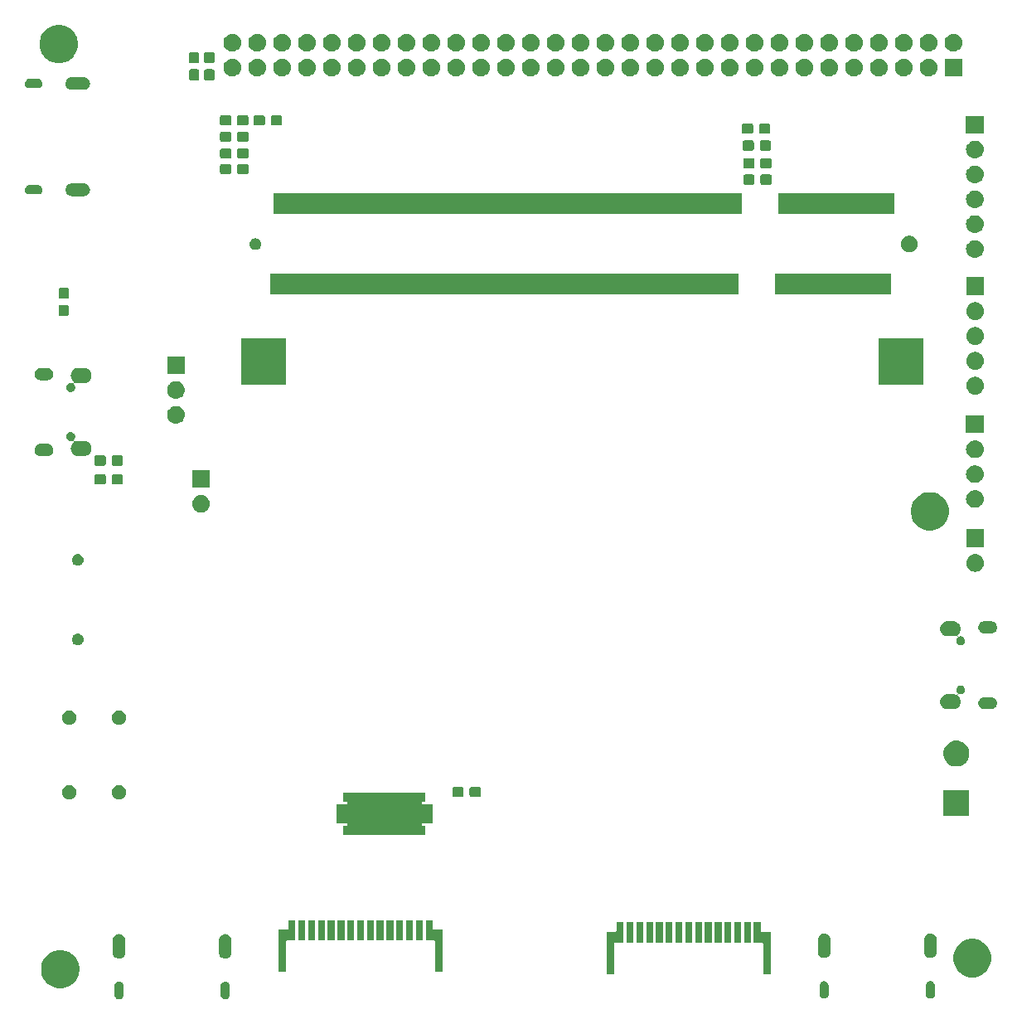
<source format=gbr>
%TF.GenerationSoftware,KiCad,Pcbnew,(5.0.1)-4*%
%TF.CreationDate,2019-03-02T12:31:23+00:00*%
%TF.ProjectId,camera module,63616D657261206D6F64756C652E6B69,rev?*%
%TF.SameCoordinates,Original*%
%TF.FileFunction,Soldermask,Top*%
%TF.FilePolarity,Negative*%
%FSLAX46Y46*%
G04 Gerber Fmt 4.6, Leading zero omitted, Abs format (unit mm)*
G04 Created by KiCad (PCBNEW (5.0.1)-4) date 02/03/2019 12:31:23*
%MOMM*%
%LPD*%
G01*
G04 APERTURE LIST*
%ADD10C,0.100000*%
G04 APERTURE END LIST*
D10*
G36*
X67968311Y-134255887D02*
X68058038Y-134283106D01*
X68140731Y-134327306D01*
X68213211Y-134386789D01*
X68272694Y-134459269D01*
X68316894Y-134541961D01*
X68344113Y-134631688D01*
X68351000Y-134701616D01*
X68351000Y-135598384D01*
X68344113Y-135668312D01*
X68316894Y-135758039D01*
X68272694Y-135840731D01*
X68213211Y-135913211D01*
X68140731Y-135972694D01*
X68058039Y-136016894D01*
X67968312Y-136044113D01*
X67875000Y-136053303D01*
X67781689Y-136044113D01*
X67691962Y-136016894D01*
X67609270Y-135972694D01*
X67536790Y-135913211D01*
X67477307Y-135840731D01*
X67433107Y-135758039D01*
X67405888Y-135668312D01*
X67399001Y-135598384D01*
X67399001Y-135598382D01*
X67399000Y-135598372D01*
X67399000Y-134701617D01*
X67405887Y-134631689D01*
X67433106Y-134541962D01*
X67477306Y-134459269D01*
X67536789Y-134386789D01*
X67609269Y-134327306D01*
X67691961Y-134283106D01*
X67781688Y-134255887D01*
X67875000Y-134246697D01*
X67968311Y-134255887D01*
X67968311Y-134255887D01*
G37*
G36*
X57118311Y-134255887D02*
X57208038Y-134283106D01*
X57290731Y-134327306D01*
X57363211Y-134386789D01*
X57422694Y-134459269D01*
X57466894Y-134541961D01*
X57494113Y-134631688D01*
X57501000Y-134701616D01*
X57501000Y-135598384D01*
X57494113Y-135668312D01*
X57466894Y-135758039D01*
X57422694Y-135840731D01*
X57363211Y-135913211D01*
X57290731Y-135972694D01*
X57208039Y-136016894D01*
X57118312Y-136044113D01*
X57025000Y-136053303D01*
X56931689Y-136044113D01*
X56841962Y-136016894D01*
X56759270Y-135972694D01*
X56686790Y-135913211D01*
X56627307Y-135840731D01*
X56583107Y-135758039D01*
X56555888Y-135668312D01*
X56549001Y-135598384D01*
X56549001Y-135598382D01*
X56549000Y-135598372D01*
X56549000Y-134701617D01*
X56555887Y-134631689D01*
X56583106Y-134541962D01*
X56627306Y-134459269D01*
X56686789Y-134386789D01*
X56759269Y-134327306D01*
X56841961Y-134283106D01*
X56931688Y-134255887D01*
X57025000Y-134246697D01*
X57118311Y-134255887D01*
X57118311Y-134255887D01*
G37*
G36*
X129143311Y-134205887D02*
X129233038Y-134233106D01*
X129315731Y-134277306D01*
X129388211Y-134336789D01*
X129447694Y-134409269D01*
X129491894Y-134491961D01*
X129519113Y-134581688D01*
X129526000Y-134651616D01*
X129526000Y-135548384D01*
X129519113Y-135618312D01*
X129491894Y-135708039D01*
X129447694Y-135790731D01*
X129388211Y-135863211D01*
X129315731Y-135922694D01*
X129233039Y-135966894D01*
X129143312Y-135994113D01*
X129050000Y-136003303D01*
X128956689Y-135994113D01*
X128866962Y-135966894D01*
X128784270Y-135922694D01*
X128711790Y-135863211D01*
X128652307Y-135790731D01*
X128608107Y-135708039D01*
X128580888Y-135618312D01*
X128574001Y-135548384D01*
X128574001Y-135548382D01*
X128574000Y-135548372D01*
X128574000Y-134651617D01*
X128580887Y-134581689D01*
X128608106Y-134491962D01*
X128652306Y-134409269D01*
X128711789Y-134336789D01*
X128784269Y-134277306D01*
X128866961Y-134233106D01*
X128956688Y-134205887D01*
X129050000Y-134196697D01*
X129143311Y-134205887D01*
X129143311Y-134205887D01*
G37*
G36*
X139993311Y-134205887D02*
X140083038Y-134233106D01*
X140165731Y-134277306D01*
X140238211Y-134336789D01*
X140297694Y-134409269D01*
X140341894Y-134491961D01*
X140369113Y-134581688D01*
X140376000Y-134651616D01*
X140376000Y-135548384D01*
X140369113Y-135618312D01*
X140341894Y-135708039D01*
X140297694Y-135790731D01*
X140238211Y-135863211D01*
X140165731Y-135922694D01*
X140083039Y-135966894D01*
X139993312Y-135994113D01*
X139900000Y-136003303D01*
X139806689Y-135994113D01*
X139716962Y-135966894D01*
X139634270Y-135922694D01*
X139561790Y-135863211D01*
X139502307Y-135790731D01*
X139458107Y-135708039D01*
X139430888Y-135618312D01*
X139424001Y-135548384D01*
X139424001Y-135548382D01*
X139424000Y-135548372D01*
X139424000Y-134651617D01*
X139430887Y-134581689D01*
X139458106Y-134491962D01*
X139502306Y-134409269D01*
X139561789Y-134336789D01*
X139634269Y-134277306D01*
X139716961Y-134233106D01*
X139806688Y-134205887D01*
X139900000Y-134196697D01*
X139993311Y-134205887D01*
X139993311Y-134205887D01*
G37*
G36*
X51589083Y-131113975D02*
X51589085Y-131113976D01*
X51589086Y-131113976D01*
X51944145Y-131261046D01*
X51988850Y-131290917D01*
X52263693Y-131474561D01*
X52535439Y-131746307D01*
X52535441Y-131746310D01*
X52748954Y-132065855D01*
X52896024Y-132420914D01*
X52896025Y-132420917D01*
X52971000Y-132797842D01*
X52971000Y-133182158D01*
X52932554Y-133375441D01*
X52896024Y-133559086D01*
X52748954Y-133914145D01*
X52748953Y-133914146D01*
X52535439Y-134233693D01*
X52263693Y-134505439D01*
X52263690Y-134505441D01*
X51944145Y-134718954D01*
X51589086Y-134866024D01*
X51589085Y-134866024D01*
X51589083Y-134866025D01*
X51212158Y-134941000D01*
X50827842Y-134941000D01*
X50450917Y-134866025D01*
X50450915Y-134866024D01*
X50450914Y-134866024D01*
X50095855Y-134718954D01*
X49776310Y-134505441D01*
X49776307Y-134505439D01*
X49504561Y-134233693D01*
X49291047Y-133914146D01*
X49291046Y-133914145D01*
X49143976Y-133559086D01*
X49107447Y-133375441D01*
X49069000Y-133182158D01*
X49069000Y-132797842D01*
X49143975Y-132420917D01*
X49143976Y-132420914D01*
X49291046Y-132065855D01*
X49504559Y-131746310D01*
X49504561Y-131746307D01*
X49776307Y-131474561D01*
X50051150Y-131290917D01*
X50095855Y-131261046D01*
X50450914Y-131113976D01*
X50450915Y-131113976D01*
X50450917Y-131113975D01*
X50827842Y-131039000D01*
X51212158Y-131039000D01*
X51589083Y-131113975D01*
X51589083Y-131113975D01*
G37*
G36*
X144749083Y-129983975D02*
X144749085Y-129983976D01*
X144749086Y-129983976D01*
X145104145Y-130131046D01*
X145321084Y-130276000D01*
X145423693Y-130344561D01*
X145695439Y-130616307D01*
X145695441Y-130616310D01*
X145908954Y-130935855D01*
X146052321Y-131281974D01*
X146056025Y-131290917D01*
X146131000Y-131667842D01*
X146131000Y-132052158D01*
X146128276Y-132065854D01*
X146056024Y-132429086D01*
X145908954Y-132784145D01*
X145908953Y-132784146D01*
X145695439Y-133103693D01*
X145423693Y-133375439D01*
X145423690Y-133375441D01*
X145104145Y-133588954D01*
X144749086Y-133736024D01*
X144749085Y-133736024D01*
X144749083Y-133736025D01*
X144372158Y-133811000D01*
X143987842Y-133811000D01*
X143610917Y-133736025D01*
X143610915Y-133736024D01*
X143610914Y-133736024D01*
X143255855Y-133588954D01*
X142936310Y-133375441D01*
X142936307Y-133375439D01*
X142664561Y-133103693D01*
X142451047Y-132784146D01*
X142451046Y-132784145D01*
X142303976Y-132429086D01*
X142231725Y-132065854D01*
X142229000Y-132052158D01*
X142229000Y-131667842D01*
X142303975Y-131290917D01*
X142307679Y-131281974D01*
X142451046Y-130935855D01*
X142664559Y-130616310D01*
X142664561Y-130616307D01*
X142936307Y-130344561D01*
X143038916Y-130276000D01*
X143255855Y-130131046D01*
X143610914Y-129983976D01*
X143610915Y-129983976D01*
X143610917Y-129983975D01*
X143987842Y-129909000D01*
X144372158Y-129909000D01*
X144749083Y-129983975D01*
X144749083Y-129983975D01*
G37*
G36*
X108576000Y-130276000D02*
X107751000Y-130276000D01*
X107726614Y-130278402D01*
X107703165Y-130285515D01*
X107681554Y-130297066D01*
X107662612Y-130312612D01*
X107647066Y-130331554D01*
X107635515Y-130353165D01*
X107628402Y-130376614D01*
X107626000Y-130401000D01*
X107626000Y-133476000D01*
X106824000Y-133476000D01*
X106824000Y-129174000D01*
X107749000Y-129174000D01*
X107773386Y-129171598D01*
X107796835Y-129164485D01*
X107818446Y-129152934D01*
X107837388Y-129137388D01*
X107852934Y-129118446D01*
X107864485Y-129096835D01*
X107871598Y-129073386D01*
X107874000Y-129049000D01*
X107874000Y-128174000D01*
X108576000Y-128174000D01*
X108576000Y-130276000D01*
X108576000Y-130276000D01*
G37*
G36*
X122576000Y-129049000D02*
X122578402Y-129073386D01*
X122585515Y-129096835D01*
X122597066Y-129118446D01*
X122612612Y-129137388D01*
X122631554Y-129152934D01*
X122653165Y-129164485D01*
X122676614Y-129171598D01*
X122701000Y-129174000D01*
X123626000Y-129174000D01*
X123626000Y-133476000D01*
X122824000Y-133476000D01*
X122824000Y-130401000D01*
X122821598Y-130376614D01*
X122814485Y-130353165D01*
X122802934Y-130331554D01*
X122787388Y-130312612D01*
X122768446Y-130297066D01*
X122746835Y-130285515D01*
X122723386Y-130278402D01*
X122699000Y-130276000D01*
X121874000Y-130276000D01*
X121874000Y-128174000D01*
X122576000Y-128174000D01*
X122576000Y-129049000D01*
X122576000Y-129049000D01*
G37*
G36*
X75051000Y-130076000D02*
X74226000Y-130076000D01*
X74201614Y-130078402D01*
X74178165Y-130085515D01*
X74156554Y-130097066D01*
X74137612Y-130112612D01*
X74122066Y-130131554D01*
X74110515Y-130153165D01*
X74103402Y-130176614D01*
X74101000Y-130201000D01*
X74101000Y-133276000D01*
X73299000Y-133276000D01*
X73299000Y-128974000D01*
X74224000Y-128974000D01*
X74248386Y-128971598D01*
X74271835Y-128964485D01*
X74293446Y-128952934D01*
X74312388Y-128937388D01*
X74327934Y-128918446D01*
X74339485Y-128896835D01*
X74346598Y-128873386D01*
X74349000Y-128849000D01*
X74349000Y-127974000D01*
X75051000Y-127974000D01*
X75051000Y-130076000D01*
X75051000Y-130076000D01*
G37*
G36*
X89051000Y-128849000D02*
X89053402Y-128873386D01*
X89060515Y-128896835D01*
X89072066Y-128918446D01*
X89087612Y-128937388D01*
X89106554Y-128952934D01*
X89128165Y-128964485D01*
X89151614Y-128971598D01*
X89176000Y-128974000D01*
X90101000Y-128974000D01*
X90101000Y-133276000D01*
X89299000Y-133276000D01*
X89299000Y-130201000D01*
X89296598Y-130176614D01*
X89289485Y-130153165D01*
X89277934Y-130131554D01*
X89262388Y-130112612D01*
X89243446Y-130097066D01*
X89221835Y-130085515D01*
X89198386Y-130078402D01*
X89174000Y-130076000D01*
X88349000Y-130076000D01*
X88349000Y-127974000D01*
X89051000Y-127974000D01*
X89051000Y-128849000D01*
X89051000Y-128849000D01*
G37*
G36*
X57152617Y-129408420D02*
X57234426Y-129433237D01*
X57275332Y-129445645D01*
X57335782Y-129477957D01*
X57388425Y-129506095D01*
X57487553Y-129587447D01*
X57568905Y-129686574D01*
X57568906Y-129686576D01*
X57629355Y-129799667D01*
X57641763Y-129840573D01*
X57666580Y-129922382D01*
X57676000Y-130018027D01*
X57676000Y-131281973D01*
X57666580Y-131377618D01*
X57644522Y-131450332D01*
X57629355Y-131500333D01*
X57595632Y-131563424D01*
X57568905Y-131613426D01*
X57487553Y-131712553D01*
X57388426Y-131793905D01*
X57388424Y-131793906D01*
X57275333Y-131854355D01*
X57234427Y-131866763D01*
X57152618Y-131891580D01*
X57025000Y-131904149D01*
X56897383Y-131891580D01*
X56815574Y-131866763D01*
X56774668Y-131854355D01*
X56661577Y-131793906D01*
X56661575Y-131793905D01*
X56562448Y-131712553D01*
X56481096Y-131613426D01*
X56454369Y-131563424D01*
X56420646Y-131500333D01*
X56405479Y-131450332D01*
X56383421Y-131377618D01*
X56374001Y-131281973D01*
X56374000Y-130018028D01*
X56383420Y-129922383D01*
X56420645Y-129799669D01*
X56420645Y-129799668D01*
X56452957Y-129739218D01*
X56481095Y-129686575D01*
X56562447Y-129587447D01*
X56661574Y-129506095D01*
X56674509Y-129499181D01*
X56774667Y-129445645D01*
X56815573Y-129433237D01*
X56897382Y-129408420D01*
X57025000Y-129395851D01*
X57152617Y-129408420D01*
X57152617Y-129408420D01*
G37*
G36*
X68002617Y-129408420D02*
X68084426Y-129433237D01*
X68125332Y-129445645D01*
X68185782Y-129477957D01*
X68238425Y-129506095D01*
X68337553Y-129587447D01*
X68418905Y-129686574D01*
X68418906Y-129686576D01*
X68479355Y-129799667D01*
X68491763Y-129840573D01*
X68516580Y-129922382D01*
X68526000Y-130018027D01*
X68526000Y-131281973D01*
X68516580Y-131377618D01*
X68494522Y-131450332D01*
X68479355Y-131500333D01*
X68445632Y-131563424D01*
X68418905Y-131613426D01*
X68337553Y-131712553D01*
X68238426Y-131793905D01*
X68238424Y-131793906D01*
X68125333Y-131854355D01*
X68084427Y-131866763D01*
X68002618Y-131891580D01*
X67875000Y-131904149D01*
X67747383Y-131891580D01*
X67665574Y-131866763D01*
X67624668Y-131854355D01*
X67511577Y-131793906D01*
X67511575Y-131793905D01*
X67412448Y-131712553D01*
X67331096Y-131613426D01*
X67304369Y-131563424D01*
X67270646Y-131500333D01*
X67255479Y-131450332D01*
X67233421Y-131377618D01*
X67224001Y-131281973D01*
X67224000Y-130018028D01*
X67233420Y-129922383D01*
X67270645Y-129799669D01*
X67270645Y-129799668D01*
X67302957Y-129739218D01*
X67331095Y-129686575D01*
X67412447Y-129587447D01*
X67511574Y-129506095D01*
X67524509Y-129499181D01*
X67624667Y-129445645D01*
X67665573Y-129433237D01*
X67747382Y-129408420D01*
X67875000Y-129395851D01*
X68002617Y-129408420D01*
X68002617Y-129408420D01*
G37*
G36*
X140027617Y-129358420D02*
X140109426Y-129383237D01*
X140150332Y-129395645D01*
X140210782Y-129427957D01*
X140263425Y-129456095D01*
X140263427Y-129456096D01*
X140263426Y-129456096D01*
X140324351Y-129506095D01*
X140362553Y-129537447D01*
X140443905Y-129636574D01*
X140443906Y-129636576D01*
X140504355Y-129749667D01*
X140516763Y-129790573D01*
X140541580Y-129872382D01*
X140551000Y-129968027D01*
X140551000Y-131231973D01*
X140541580Y-131327618D01*
X140516763Y-131409427D01*
X140504355Y-131450333D01*
X140477629Y-131500333D01*
X140443905Y-131563426D01*
X140362553Y-131662553D01*
X140263426Y-131743905D01*
X140250491Y-131750819D01*
X140150333Y-131804355D01*
X140109427Y-131816763D01*
X140027618Y-131841580D01*
X139900000Y-131854149D01*
X139772383Y-131841580D01*
X139690574Y-131816763D01*
X139649668Y-131804355D01*
X139549510Y-131750819D01*
X139536575Y-131743905D01*
X139437448Y-131662553D01*
X139356096Y-131563426D01*
X139322372Y-131500333D01*
X139295646Y-131450333D01*
X139283238Y-131409427D01*
X139258421Y-131327618D01*
X139249001Y-131231973D01*
X139249000Y-129968028D01*
X139258420Y-129872383D01*
X139295645Y-129749669D01*
X139295645Y-129749668D01*
X139329370Y-129686574D01*
X139356095Y-129636575D01*
X139383212Y-129603532D01*
X139437445Y-129537449D01*
X139437447Y-129537447D01*
X139536574Y-129456095D01*
X139556125Y-129445645D01*
X139649667Y-129395645D01*
X139690573Y-129383237D01*
X139772382Y-129358420D01*
X139900000Y-129345851D01*
X140027617Y-129358420D01*
X140027617Y-129358420D01*
G37*
G36*
X129177617Y-129358420D02*
X129259426Y-129383237D01*
X129300332Y-129395645D01*
X129360782Y-129427957D01*
X129413425Y-129456095D01*
X129413427Y-129456096D01*
X129413426Y-129456096D01*
X129474351Y-129506095D01*
X129512553Y-129537447D01*
X129593905Y-129636574D01*
X129593906Y-129636576D01*
X129654355Y-129749667D01*
X129666763Y-129790573D01*
X129691580Y-129872382D01*
X129701000Y-129968027D01*
X129701000Y-131231973D01*
X129691580Y-131327618D01*
X129666763Y-131409427D01*
X129654355Y-131450333D01*
X129627629Y-131500333D01*
X129593905Y-131563426D01*
X129512553Y-131662553D01*
X129413426Y-131743905D01*
X129400491Y-131750819D01*
X129300333Y-131804355D01*
X129259427Y-131816763D01*
X129177618Y-131841580D01*
X129050000Y-131854149D01*
X128922383Y-131841580D01*
X128840574Y-131816763D01*
X128799668Y-131804355D01*
X128699510Y-131750819D01*
X128686575Y-131743905D01*
X128587448Y-131662553D01*
X128506096Y-131563426D01*
X128472372Y-131500333D01*
X128445646Y-131450333D01*
X128433238Y-131409427D01*
X128408421Y-131327618D01*
X128399001Y-131231973D01*
X128399000Y-129968028D01*
X128408420Y-129872383D01*
X128445645Y-129749669D01*
X128445645Y-129749668D01*
X128479370Y-129686574D01*
X128506095Y-129636575D01*
X128533212Y-129603532D01*
X128587445Y-129537449D01*
X128587447Y-129537447D01*
X128686574Y-129456095D01*
X128706125Y-129445645D01*
X128799667Y-129395645D01*
X128840573Y-129383237D01*
X128922382Y-129358420D01*
X129050000Y-129345851D01*
X129177617Y-129358420D01*
X129177617Y-129358420D01*
G37*
G36*
X109576000Y-130276000D02*
X108874000Y-130276000D01*
X108874000Y-128174000D01*
X109576000Y-128174000D01*
X109576000Y-130276000D01*
X109576000Y-130276000D01*
G37*
G36*
X110576000Y-130276000D02*
X109874000Y-130276000D01*
X109874000Y-128174000D01*
X110576000Y-128174000D01*
X110576000Y-130276000D01*
X110576000Y-130276000D01*
G37*
G36*
X111576000Y-130276000D02*
X110874000Y-130276000D01*
X110874000Y-128174000D01*
X111576000Y-128174000D01*
X111576000Y-130276000D01*
X111576000Y-130276000D01*
G37*
G36*
X112576000Y-130276000D02*
X111874000Y-130276000D01*
X111874000Y-128174000D01*
X112576000Y-128174000D01*
X112576000Y-130276000D01*
X112576000Y-130276000D01*
G37*
G36*
X114576000Y-130276000D02*
X113874000Y-130276000D01*
X113874000Y-128174000D01*
X114576000Y-128174000D01*
X114576000Y-130276000D01*
X114576000Y-130276000D01*
G37*
G36*
X115576000Y-130276000D02*
X114874000Y-130276000D01*
X114874000Y-128174000D01*
X115576000Y-128174000D01*
X115576000Y-130276000D01*
X115576000Y-130276000D01*
G37*
G36*
X119576000Y-130276000D02*
X118874000Y-130276000D01*
X118874000Y-128174000D01*
X119576000Y-128174000D01*
X119576000Y-130276000D01*
X119576000Y-130276000D01*
G37*
G36*
X120576000Y-130276000D02*
X119874000Y-130276000D01*
X119874000Y-128174000D01*
X120576000Y-128174000D01*
X120576000Y-130276000D01*
X120576000Y-130276000D01*
G37*
G36*
X121576000Y-130276000D02*
X120874000Y-130276000D01*
X120874000Y-128174000D01*
X121576000Y-128174000D01*
X121576000Y-130276000D01*
X121576000Y-130276000D01*
G37*
G36*
X118576000Y-130276000D02*
X117874000Y-130276000D01*
X117874000Y-128174000D01*
X118576000Y-128174000D01*
X118576000Y-130276000D01*
X118576000Y-130276000D01*
G37*
G36*
X117576000Y-130276000D02*
X116874000Y-130276000D01*
X116874000Y-128174000D01*
X117576000Y-128174000D01*
X117576000Y-130276000D01*
X117576000Y-130276000D01*
G37*
G36*
X113576000Y-130276000D02*
X112874000Y-130276000D01*
X112874000Y-128174000D01*
X113576000Y-128174000D01*
X113576000Y-130276000D01*
X113576000Y-130276000D01*
G37*
G36*
X116576000Y-130276000D02*
X115874000Y-130276000D01*
X115874000Y-128174000D01*
X116576000Y-128174000D01*
X116576000Y-130276000D01*
X116576000Y-130276000D01*
G37*
G36*
X79051000Y-130076000D02*
X78349000Y-130076000D01*
X78349000Y-127974000D01*
X79051000Y-127974000D01*
X79051000Y-130076000D01*
X79051000Y-130076000D01*
G37*
G36*
X85051000Y-130076000D02*
X84349000Y-130076000D01*
X84349000Y-127974000D01*
X85051000Y-127974000D01*
X85051000Y-130076000D01*
X85051000Y-130076000D01*
G37*
G36*
X76051000Y-130076000D02*
X75349000Y-130076000D01*
X75349000Y-127974000D01*
X76051000Y-127974000D01*
X76051000Y-130076000D01*
X76051000Y-130076000D01*
G37*
G36*
X77051000Y-130076000D02*
X76349000Y-130076000D01*
X76349000Y-127974000D01*
X77051000Y-127974000D01*
X77051000Y-130076000D01*
X77051000Y-130076000D01*
G37*
G36*
X78051000Y-130076000D02*
X77349000Y-130076000D01*
X77349000Y-127974000D01*
X78051000Y-127974000D01*
X78051000Y-130076000D01*
X78051000Y-130076000D01*
G37*
G36*
X83051000Y-130076000D02*
X82349000Y-130076000D01*
X82349000Y-127974000D01*
X83051000Y-127974000D01*
X83051000Y-130076000D01*
X83051000Y-130076000D01*
G37*
G36*
X82051000Y-130076000D02*
X81349000Y-130076000D01*
X81349000Y-127974000D01*
X82051000Y-127974000D01*
X82051000Y-130076000D01*
X82051000Y-130076000D01*
G37*
G36*
X86051000Y-130076000D02*
X85349000Y-130076000D01*
X85349000Y-127974000D01*
X86051000Y-127974000D01*
X86051000Y-130076000D01*
X86051000Y-130076000D01*
G37*
G36*
X84051000Y-130076000D02*
X83349000Y-130076000D01*
X83349000Y-127974000D01*
X84051000Y-127974000D01*
X84051000Y-130076000D01*
X84051000Y-130076000D01*
G37*
G36*
X88051000Y-130076000D02*
X87349000Y-130076000D01*
X87349000Y-127974000D01*
X88051000Y-127974000D01*
X88051000Y-130076000D01*
X88051000Y-130076000D01*
G37*
G36*
X87051000Y-130076000D02*
X86349000Y-130076000D01*
X86349000Y-127974000D01*
X87051000Y-127974000D01*
X87051000Y-130076000D01*
X87051000Y-130076000D01*
G37*
G36*
X80051000Y-130076000D02*
X79349000Y-130076000D01*
X79349000Y-127974000D01*
X80051000Y-127974000D01*
X80051000Y-130076000D01*
X80051000Y-130076000D01*
G37*
G36*
X81051000Y-130076000D02*
X80349000Y-130076000D01*
X80349000Y-127974000D01*
X81051000Y-127974000D01*
X81051000Y-130076000D01*
X81051000Y-130076000D01*
G37*
G36*
X88341200Y-115880600D02*
X88097900Y-115880600D01*
X88073514Y-115883002D01*
X88050065Y-115890115D01*
X88028454Y-115901666D01*
X88009512Y-115917212D01*
X87993966Y-115936154D01*
X87982415Y-115957765D01*
X87975302Y-115981214D01*
X87972900Y-116005600D01*
X87972900Y-116034600D01*
X87975302Y-116058986D01*
X87982415Y-116082435D01*
X87993966Y-116104046D01*
X88009512Y-116122988D01*
X88028454Y-116138534D01*
X88050065Y-116150085D01*
X88073514Y-116157198D01*
X88097900Y-116159600D01*
X89052400Y-116159600D01*
X89052400Y-118090400D01*
X88097900Y-118090400D01*
X88073514Y-118092802D01*
X88050065Y-118099915D01*
X88028454Y-118111466D01*
X88009512Y-118127012D01*
X87993966Y-118145954D01*
X87982415Y-118167565D01*
X87975302Y-118191014D01*
X87972900Y-118215400D01*
X87972900Y-118244400D01*
X87975302Y-118268786D01*
X87982415Y-118292235D01*
X87993966Y-118313846D01*
X88009512Y-118332788D01*
X88028454Y-118348334D01*
X88050065Y-118359885D01*
X88073514Y-118366998D01*
X88097900Y-118369400D01*
X88341200Y-118369400D01*
X88341200Y-119284200D01*
X79958800Y-119284200D01*
X79958800Y-118369400D01*
X80202100Y-118369400D01*
X80226486Y-118366998D01*
X80249935Y-118359885D01*
X80271546Y-118348334D01*
X80290488Y-118332788D01*
X80306034Y-118313846D01*
X80317585Y-118292235D01*
X80324698Y-118268786D01*
X80327100Y-118244400D01*
X80327100Y-118215400D01*
X80324698Y-118191014D01*
X80317585Y-118167565D01*
X80306034Y-118145954D01*
X80290488Y-118127012D01*
X80271546Y-118111466D01*
X80249935Y-118099915D01*
X80226486Y-118092802D01*
X80202100Y-118090400D01*
X79247600Y-118090400D01*
X79247600Y-116159600D01*
X80202100Y-116159600D01*
X80226486Y-116157198D01*
X80249935Y-116150085D01*
X80271546Y-116138534D01*
X80290488Y-116122988D01*
X80306034Y-116104046D01*
X80317585Y-116082435D01*
X80324698Y-116058986D01*
X80327100Y-116034600D01*
X80327100Y-116005600D01*
X80324698Y-115981214D01*
X80317585Y-115957765D01*
X80306034Y-115936154D01*
X80290488Y-115917212D01*
X80271546Y-115901666D01*
X80249935Y-115890115D01*
X80226486Y-115883002D01*
X80202100Y-115880600D01*
X79958800Y-115880600D01*
X79958800Y-114965800D01*
X88341200Y-114965800D01*
X88341200Y-115880600D01*
X88341200Y-115880600D01*
G37*
G36*
X143876000Y-117376000D02*
X141224000Y-117376000D01*
X141224000Y-114724000D01*
X143876000Y-114724000D01*
X143876000Y-117376000D01*
X143876000Y-117376000D01*
G37*
G36*
X52163621Y-114204302D02*
X52300022Y-114260801D01*
X52422779Y-114342825D01*
X52527175Y-114447221D01*
X52609199Y-114569978D01*
X52665698Y-114706379D01*
X52694500Y-114851181D01*
X52694500Y-114998819D01*
X52665698Y-115143621D01*
X52609199Y-115280022D01*
X52527175Y-115402779D01*
X52422779Y-115507175D01*
X52300022Y-115589199D01*
X52163621Y-115645698D01*
X52018819Y-115674500D01*
X51871181Y-115674500D01*
X51726379Y-115645698D01*
X51589978Y-115589199D01*
X51467221Y-115507175D01*
X51362825Y-115402779D01*
X51280801Y-115280022D01*
X51224302Y-115143621D01*
X51195500Y-114998819D01*
X51195500Y-114851181D01*
X51224302Y-114706379D01*
X51280801Y-114569978D01*
X51362825Y-114447221D01*
X51467221Y-114342825D01*
X51589978Y-114260801D01*
X51726379Y-114204302D01*
X51871181Y-114175500D01*
X52018819Y-114175500D01*
X52163621Y-114204302D01*
X52163621Y-114204302D01*
G37*
G36*
X57243621Y-114204302D02*
X57380022Y-114260801D01*
X57502779Y-114342825D01*
X57607175Y-114447221D01*
X57689199Y-114569978D01*
X57745698Y-114706379D01*
X57774500Y-114851181D01*
X57774500Y-114998819D01*
X57745698Y-115143621D01*
X57689199Y-115280022D01*
X57607175Y-115402779D01*
X57502779Y-115507175D01*
X57380022Y-115589199D01*
X57243621Y-115645698D01*
X57098819Y-115674500D01*
X56951181Y-115674500D01*
X56806379Y-115645698D01*
X56669978Y-115589199D01*
X56547221Y-115507175D01*
X56442825Y-115402779D01*
X56360801Y-115280022D01*
X56304302Y-115143621D01*
X56275500Y-114998819D01*
X56275500Y-114851181D01*
X56304302Y-114706379D01*
X56360801Y-114569978D01*
X56442825Y-114447221D01*
X56547221Y-114342825D01*
X56669978Y-114260801D01*
X56806379Y-114204302D01*
X56951181Y-114175500D01*
X57098819Y-114175500D01*
X57243621Y-114204302D01*
X57243621Y-114204302D01*
G37*
G36*
X93824499Y-114378445D02*
X93861993Y-114389819D01*
X93896557Y-114408294D01*
X93926847Y-114433153D01*
X93951706Y-114463443D01*
X93970181Y-114498007D01*
X93981555Y-114535501D01*
X93986000Y-114580638D01*
X93986000Y-115219362D01*
X93981555Y-115264499D01*
X93970181Y-115301993D01*
X93951706Y-115336557D01*
X93926847Y-115366847D01*
X93896557Y-115391706D01*
X93861993Y-115410181D01*
X93824499Y-115421555D01*
X93779362Y-115426000D01*
X93040638Y-115426000D01*
X92995501Y-115421555D01*
X92958007Y-115410181D01*
X92923443Y-115391706D01*
X92893153Y-115366847D01*
X92868294Y-115336557D01*
X92849819Y-115301993D01*
X92838445Y-115264499D01*
X92834000Y-115219362D01*
X92834000Y-114580638D01*
X92838445Y-114535501D01*
X92849819Y-114498007D01*
X92868294Y-114463443D01*
X92893153Y-114433153D01*
X92923443Y-114408294D01*
X92958007Y-114389819D01*
X92995501Y-114378445D01*
X93040638Y-114374000D01*
X93779362Y-114374000D01*
X93824499Y-114378445D01*
X93824499Y-114378445D01*
G37*
G36*
X92074499Y-114378445D02*
X92111993Y-114389819D01*
X92146557Y-114408294D01*
X92176847Y-114433153D01*
X92201706Y-114463443D01*
X92220181Y-114498007D01*
X92231555Y-114535501D01*
X92236000Y-114580638D01*
X92236000Y-115219362D01*
X92231555Y-115264499D01*
X92220181Y-115301993D01*
X92201706Y-115336557D01*
X92176847Y-115366847D01*
X92146557Y-115391706D01*
X92111993Y-115410181D01*
X92074499Y-115421555D01*
X92029362Y-115426000D01*
X91290638Y-115426000D01*
X91245501Y-115421555D01*
X91208007Y-115410181D01*
X91173443Y-115391706D01*
X91143153Y-115366847D01*
X91118294Y-115336557D01*
X91099819Y-115301993D01*
X91088445Y-115264499D01*
X91084000Y-115219362D01*
X91084000Y-114580638D01*
X91088445Y-114535501D01*
X91099819Y-114498007D01*
X91118294Y-114463443D01*
X91143153Y-114433153D01*
X91173443Y-114408294D01*
X91208007Y-114389819D01*
X91245501Y-114378445D01*
X91290638Y-114374000D01*
X92029362Y-114374000D01*
X92074499Y-114378445D01*
X92074499Y-114378445D01*
G37*
G36*
X142808690Y-109669478D02*
X142936780Y-109694957D01*
X143178097Y-109794914D01*
X143392384Y-109938096D01*
X143395279Y-109940031D01*
X143579969Y-110124721D01*
X143725087Y-110341905D01*
X143825043Y-110583221D01*
X143876000Y-110839399D01*
X143876000Y-111100601D01*
X143825043Y-111356779D01*
X143725087Y-111598095D01*
X143579969Y-111815279D01*
X143395279Y-111999969D01*
X143395276Y-111999971D01*
X143178097Y-112145086D01*
X142936780Y-112245043D01*
X142808690Y-112270522D01*
X142680601Y-112296000D01*
X142419399Y-112296000D01*
X142291310Y-112270522D01*
X142163220Y-112245043D01*
X141921903Y-112145086D01*
X141704724Y-111999971D01*
X141704721Y-111999969D01*
X141520031Y-111815279D01*
X141374913Y-111598095D01*
X141274957Y-111356779D01*
X141224000Y-111100601D01*
X141224000Y-110839399D01*
X141274957Y-110583221D01*
X141374913Y-110341905D01*
X141520031Y-110124721D01*
X141704721Y-109940031D01*
X141707616Y-109938096D01*
X141921903Y-109794914D01*
X142163220Y-109694957D01*
X142291310Y-109669478D01*
X142419399Y-109644000D01*
X142680601Y-109644000D01*
X142808690Y-109669478D01*
X142808690Y-109669478D01*
G37*
G36*
X57243621Y-106584302D02*
X57380022Y-106640801D01*
X57502779Y-106722825D01*
X57607175Y-106827221D01*
X57689199Y-106949978D01*
X57745698Y-107086379D01*
X57774500Y-107231181D01*
X57774500Y-107378819D01*
X57745698Y-107523621D01*
X57689199Y-107660022D01*
X57607175Y-107782779D01*
X57502779Y-107887175D01*
X57380022Y-107969199D01*
X57243621Y-108025698D01*
X57098819Y-108054500D01*
X56951181Y-108054500D01*
X56806379Y-108025698D01*
X56669978Y-107969199D01*
X56547221Y-107887175D01*
X56442825Y-107782779D01*
X56360801Y-107660022D01*
X56304302Y-107523621D01*
X56275500Y-107378819D01*
X56275500Y-107231181D01*
X56304302Y-107086379D01*
X56360801Y-106949978D01*
X56442825Y-106827221D01*
X56547221Y-106722825D01*
X56669978Y-106640801D01*
X56806379Y-106584302D01*
X56951181Y-106555500D01*
X57098819Y-106555500D01*
X57243621Y-106584302D01*
X57243621Y-106584302D01*
G37*
G36*
X52163621Y-106584302D02*
X52300022Y-106640801D01*
X52422779Y-106722825D01*
X52527175Y-106827221D01*
X52609199Y-106949978D01*
X52665698Y-107086379D01*
X52694500Y-107231181D01*
X52694500Y-107378819D01*
X52665698Y-107523621D01*
X52609199Y-107660022D01*
X52527175Y-107782779D01*
X52422779Y-107887175D01*
X52300022Y-107969199D01*
X52163621Y-108025698D01*
X52018819Y-108054500D01*
X51871181Y-108054500D01*
X51726379Y-108025698D01*
X51589978Y-107969199D01*
X51467221Y-107887175D01*
X51362825Y-107782779D01*
X51280801Y-107660022D01*
X51224302Y-107523621D01*
X51195500Y-107378819D01*
X51195500Y-107231181D01*
X51224302Y-107086379D01*
X51280801Y-106949978D01*
X51362825Y-106827221D01*
X51467221Y-106722825D01*
X51589978Y-106640801D01*
X51726379Y-106584302D01*
X51871181Y-106555500D01*
X52018819Y-106555500D01*
X52163621Y-106584302D01*
X52163621Y-106584302D01*
G37*
G36*
X143092254Y-104010471D02*
X143167297Y-104033236D01*
X143177266Y-104036260D01*
X143255615Y-104078139D01*
X143324289Y-104134498D01*
X143380648Y-104203172D01*
X143422527Y-104281521D01*
X143422528Y-104281525D01*
X143448316Y-104366533D01*
X143457023Y-104454946D01*
X143448316Y-104543359D01*
X143425551Y-104618402D01*
X143422527Y-104628371D01*
X143380648Y-104706720D01*
X143324289Y-104775394D01*
X143255615Y-104831753D01*
X143177266Y-104873632D01*
X143167297Y-104876656D01*
X143092254Y-104899421D01*
X143025999Y-104905946D01*
X142981683Y-104905946D01*
X142915430Y-104899421D01*
X142880352Y-104888779D01*
X142859317Y-104882399D01*
X142835290Y-104877619D01*
X142810786Y-104877619D01*
X142786752Y-104882399D01*
X142764113Y-104891776D01*
X142743738Y-104905390D01*
X142726411Y-104922716D01*
X142712797Y-104943091D01*
X142703419Y-104965730D01*
X142698638Y-104989763D01*
X142698638Y-105014267D01*
X142703418Y-105038301D01*
X142712795Y-105060940D01*
X142726409Y-105081315D01*
X142743736Y-105098642D01*
X142780209Y-105128576D01*
X142877182Y-105246736D01*
X142877183Y-105246738D01*
X142949240Y-105381547D01*
X142979249Y-105480475D01*
X142993613Y-105527827D01*
X143008595Y-105679946D01*
X142993613Y-105832065D01*
X142949239Y-105978347D01*
X142877182Y-106113156D01*
X142780210Y-106231315D01*
X142662051Y-106328287D01*
X142615884Y-106352964D01*
X142527240Y-106400345D01*
X142408193Y-106436457D01*
X142380960Y-106444718D01*
X142266959Y-106455946D01*
X141640723Y-106455946D01*
X141526722Y-106444718D01*
X141499489Y-106436457D01*
X141380442Y-106400345D01*
X141291798Y-106352964D01*
X141245631Y-106328287D01*
X141127472Y-106231315D01*
X141030500Y-106113156D01*
X140958443Y-105978347D01*
X140914069Y-105832065D01*
X140899087Y-105679946D01*
X140914069Y-105527827D01*
X140928433Y-105480475D01*
X140958442Y-105381547D01*
X141030499Y-105246738D01*
X141030500Y-105246736D01*
X141127472Y-105128577D01*
X141245631Y-105031605D01*
X141380440Y-104959548D01*
X141380442Y-104959547D01*
X141526719Y-104915175D01*
X141526722Y-104915174D01*
X141640723Y-104903946D01*
X142266959Y-104903946D01*
X142380960Y-104915174D01*
X142380963Y-104915175D01*
X142527240Y-104959547D01*
X142527242Y-104959548D01*
X142534633Y-104961790D01*
X142543087Y-104965291D01*
X142567120Y-104970069D01*
X142591625Y-104970067D01*
X142615658Y-104965284D01*
X142638296Y-104955905D01*
X142658669Y-104942290D01*
X142675995Y-104924961D01*
X142689607Y-104904585D01*
X142698983Y-104881945D01*
X142703761Y-104857912D01*
X142703759Y-104833407D01*
X142698976Y-104809374D01*
X142689597Y-104786736D01*
X142675991Y-104766375D01*
X142652345Y-104737561D01*
X142627034Y-104706721D01*
X142613650Y-104681681D01*
X142585155Y-104628371D01*
X142582131Y-104618402D01*
X142559366Y-104543359D01*
X142550659Y-104454946D01*
X142559366Y-104366533D01*
X142585154Y-104281525D01*
X142585155Y-104281521D01*
X142627034Y-104203172D01*
X142683393Y-104134498D01*
X142752067Y-104078139D01*
X142830416Y-104036260D01*
X142840385Y-104033236D01*
X142915428Y-104010471D01*
X142981683Y-104003946D01*
X143025999Y-104003946D01*
X143092254Y-104010471D01*
X143092254Y-104010471D01*
G37*
G36*
X146201555Y-105213004D02*
X146201558Y-105213005D01*
X146319560Y-105248800D01*
X146319562Y-105248801D01*
X146428312Y-105306929D01*
X146523631Y-105385156D01*
X146601858Y-105480475D01*
X146659986Y-105589225D01*
X146695783Y-105707232D01*
X146707869Y-105829946D01*
X146695783Y-105952660D01*
X146659986Y-106070667D01*
X146601858Y-106179417D01*
X146523631Y-106274736D01*
X146428312Y-106352963D01*
X146428310Y-106352964D01*
X146319560Y-106411092D01*
X146223524Y-106440224D01*
X146201555Y-106446888D01*
X146109588Y-106455946D01*
X145398094Y-106455946D01*
X145306127Y-106446888D01*
X145284158Y-106440224D01*
X145188122Y-106411092D01*
X145079372Y-106352964D01*
X145079370Y-106352963D01*
X144984051Y-106274736D01*
X144905824Y-106179417D01*
X144847696Y-106070667D01*
X144811899Y-105952660D01*
X144799813Y-105829946D01*
X144811899Y-105707232D01*
X144847696Y-105589225D01*
X144905824Y-105480475D01*
X144984051Y-105385156D01*
X145079370Y-105306929D01*
X145188120Y-105248801D01*
X145188122Y-105248800D01*
X145306124Y-105213005D01*
X145306127Y-105213004D01*
X145398094Y-105203946D01*
X146109588Y-105203946D01*
X146201555Y-105213004D01*
X146201555Y-105213004D01*
G37*
G36*
X53000305Y-98732096D02*
X53109680Y-98777400D01*
X53208118Y-98843175D01*
X53291825Y-98926882D01*
X53357600Y-99025320D01*
X53402904Y-99134695D01*
X53426000Y-99250806D01*
X53426000Y-99369194D01*
X53402904Y-99485305D01*
X53357600Y-99594680D01*
X53291825Y-99693118D01*
X53208118Y-99776825D01*
X53109680Y-99842600D01*
X53000305Y-99887904D01*
X52884194Y-99911000D01*
X52765806Y-99911000D01*
X52649695Y-99887904D01*
X52540320Y-99842600D01*
X52441882Y-99776825D01*
X52358175Y-99693118D01*
X52292400Y-99594680D01*
X52247096Y-99485305D01*
X52224000Y-99369194D01*
X52224000Y-99250806D01*
X52247096Y-99134695D01*
X52292400Y-99025320D01*
X52358175Y-98926882D01*
X52441882Y-98843175D01*
X52540320Y-98777400D01*
X52649695Y-98732096D01*
X52765806Y-98709000D01*
X52884194Y-98709000D01*
X53000305Y-98732096D01*
X53000305Y-98732096D01*
G37*
G36*
X142380960Y-97465174D02*
X142380963Y-97465175D01*
X142527240Y-97509547D01*
X142527242Y-97509548D01*
X142662051Y-97581605D01*
X142780210Y-97678577D01*
X142877182Y-97796736D01*
X142949239Y-97931545D01*
X142993613Y-98077827D01*
X143008595Y-98229946D01*
X142993613Y-98382065D01*
X142993612Y-98382068D01*
X142950335Y-98524736D01*
X142949239Y-98528347D01*
X142877182Y-98663156D01*
X142780209Y-98781316D01*
X142743736Y-98811250D01*
X142726409Y-98828577D01*
X142712795Y-98848952D01*
X142703418Y-98871591D01*
X142698638Y-98895624D01*
X142698638Y-98920129D01*
X142703419Y-98944162D01*
X142712797Y-98966801D01*
X142726411Y-98987175D01*
X142743738Y-99004502D01*
X142764113Y-99018116D01*
X142786752Y-99027493D01*
X142810785Y-99032273D01*
X142835290Y-99032273D01*
X142859317Y-99027493D01*
X142880352Y-99021113D01*
X142915430Y-99010471D01*
X142981683Y-99003946D01*
X143025999Y-99003946D01*
X143092254Y-99010471D01*
X143164122Y-99032273D01*
X143177266Y-99036260D01*
X143255615Y-99078139D01*
X143324289Y-99134498D01*
X143380648Y-99203172D01*
X143422527Y-99281521D01*
X143422528Y-99281525D01*
X143448316Y-99366533D01*
X143457023Y-99454946D01*
X143448316Y-99543359D01*
X143432747Y-99594680D01*
X143422527Y-99628371D01*
X143380648Y-99706720D01*
X143324289Y-99775394D01*
X143255615Y-99831753D01*
X143177266Y-99873632D01*
X143167297Y-99876656D01*
X143092254Y-99899421D01*
X143025999Y-99905946D01*
X142981683Y-99905946D01*
X142915428Y-99899421D01*
X142840385Y-99876656D01*
X142830416Y-99873632D01*
X142752067Y-99831753D01*
X142683393Y-99775394D01*
X142627034Y-99706720D01*
X142585155Y-99628371D01*
X142574935Y-99594680D01*
X142559366Y-99543359D01*
X142550659Y-99454946D01*
X142559366Y-99366533D01*
X142585154Y-99281525D01*
X142585155Y-99281521D01*
X142613650Y-99228211D01*
X142627034Y-99203171D01*
X142652345Y-99172331D01*
X142675991Y-99143517D01*
X142689602Y-99123148D01*
X142698979Y-99100509D01*
X142703760Y-99076475D01*
X142703760Y-99051971D01*
X142698980Y-99027938D01*
X142689603Y-99005298D01*
X142675989Y-98984924D01*
X142658662Y-98967596D01*
X142638288Y-98953982D01*
X142615649Y-98944605D01*
X142591615Y-98939824D01*
X142567111Y-98939824D01*
X142543078Y-98944604D01*
X142534629Y-98948103D01*
X142527242Y-98950344D01*
X142527240Y-98950345D01*
X142405826Y-98987175D01*
X142380960Y-98994718D01*
X142266959Y-99005946D01*
X141640723Y-99005946D01*
X141526722Y-98994718D01*
X141437312Y-98967596D01*
X141380442Y-98950345D01*
X141380440Y-98950344D01*
X141245631Y-98878287D01*
X141127472Y-98781315D01*
X141030500Y-98663156D01*
X140958443Y-98528347D01*
X140957348Y-98524736D01*
X140914070Y-98382068D01*
X140914069Y-98382065D01*
X140899087Y-98229946D01*
X140914069Y-98077827D01*
X140958443Y-97931545D01*
X141030500Y-97796736D01*
X141127472Y-97678577D01*
X141245631Y-97581605D01*
X141380440Y-97509548D01*
X141380442Y-97509547D01*
X141526719Y-97465175D01*
X141526722Y-97465174D01*
X141640723Y-97453946D01*
X142266959Y-97453946D01*
X142380960Y-97465174D01*
X142380960Y-97465174D01*
G37*
G36*
X146201555Y-97463004D02*
X146208712Y-97465175D01*
X146319560Y-97498800D01*
X146319562Y-97498801D01*
X146428312Y-97556929D01*
X146523631Y-97635156D01*
X146601858Y-97730475D01*
X146659986Y-97839225D01*
X146695783Y-97957232D01*
X146707869Y-98079946D01*
X146695783Y-98202660D01*
X146659986Y-98320667D01*
X146601858Y-98429417D01*
X146523631Y-98524736D01*
X146428312Y-98602963D01*
X146428310Y-98602964D01*
X146319560Y-98661092D01*
X146223524Y-98690224D01*
X146201555Y-98696888D01*
X146109588Y-98705946D01*
X145398094Y-98705946D01*
X145306127Y-98696888D01*
X145284158Y-98690224D01*
X145188122Y-98661092D01*
X145079372Y-98602964D01*
X145079370Y-98602963D01*
X144984051Y-98524736D01*
X144905824Y-98429417D01*
X144847696Y-98320667D01*
X144811899Y-98202660D01*
X144799813Y-98079946D01*
X144811899Y-97957232D01*
X144847696Y-97839225D01*
X144905824Y-97730475D01*
X144984051Y-97635156D01*
X145079370Y-97556929D01*
X145188120Y-97498801D01*
X145188122Y-97498800D01*
X145298970Y-97465175D01*
X145306127Y-97463004D01*
X145398094Y-97453946D01*
X146109588Y-97453946D01*
X146201555Y-97463004D01*
X146201555Y-97463004D01*
G37*
G36*
X144590443Y-90615519D02*
X144656627Y-90622037D01*
X144769853Y-90656384D01*
X144826467Y-90673557D01*
X144919294Y-90723175D01*
X144982991Y-90757222D01*
X145018729Y-90786552D01*
X145120186Y-90869814D01*
X145203448Y-90971271D01*
X145232778Y-91007009D01*
X145232779Y-91007011D01*
X145316443Y-91163533D01*
X145316443Y-91163534D01*
X145367963Y-91333373D01*
X145385359Y-91510000D01*
X145367963Y-91686627D01*
X145343308Y-91767904D01*
X145316443Y-91856467D01*
X145242348Y-91995087D01*
X145232778Y-92012991D01*
X145203448Y-92048729D01*
X145120186Y-92150186D01*
X145018729Y-92233448D01*
X144982991Y-92262778D01*
X144982989Y-92262779D01*
X144826467Y-92346443D01*
X144769853Y-92363616D01*
X144656627Y-92397963D01*
X144590443Y-92404481D01*
X144524260Y-92411000D01*
X144435740Y-92411000D01*
X144369558Y-92404482D01*
X144303373Y-92397963D01*
X144190147Y-92363616D01*
X144133533Y-92346443D01*
X143977011Y-92262779D01*
X143977009Y-92262778D01*
X143941271Y-92233448D01*
X143839814Y-92150186D01*
X143756552Y-92048729D01*
X143727222Y-92012991D01*
X143717652Y-91995087D01*
X143643557Y-91856467D01*
X143616692Y-91767904D01*
X143592037Y-91686627D01*
X143574641Y-91510000D01*
X143592037Y-91333373D01*
X143643557Y-91163534D01*
X143643557Y-91163533D01*
X143727221Y-91007011D01*
X143727222Y-91007009D01*
X143756552Y-90971271D01*
X143839814Y-90869814D01*
X143941271Y-90786552D01*
X143977009Y-90757222D01*
X144040706Y-90723175D01*
X144133533Y-90673557D01*
X144190147Y-90656384D01*
X144303373Y-90622037D01*
X144369557Y-90615519D01*
X144435740Y-90609000D01*
X144524260Y-90609000D01*
X144590443Y-90615519D01*
X144590443Y-90615519D01*
G37*
G36*
X53000305Y-90612096D02*
X53109680Y-90657400D01*
X53208118Y-90723175D01*
X53291825Y-90806882D01*
X53357600Y-90905320D01*
X53402904Y-91014695D01*
X53426000Y-91130806D01*
X53426000Y-91249194D01*
X53402904Y-91365305D01*
X53357600Y-91474680D01*
X53291825Y-91573118D01*
X53208118Y-91656825D01*
X53109680Y-91722600D01*
X53000305Y-91767904D01*
X52884194Y-91791000D01*
X52765806Y-91791000D01*
X52649695Y-91767904D01*
X52540320Y-91722600D01*
X52441882Y-91656825D01*
X52358175Y-91573118D01*
X52292400Y-91474680D01*
X52247096Y-91365305D01*
X52224000Y-91249194D01*
X52224000Y-91130806D01*
X52247096Y-91014695D01*
X52292400Y-90905320D01*
X52358175Y-90806882D01*
X52441882Y-90723175D01*
X52540320Y-90657400D01*
X52649695Y-90612096D01*
X52765806Y-90589000D01*
X52884194Y-90589000D01*
X53000305Y-90612096D01*
X53000305Y-90612096D01*
G37*
G36*
X145381000Y-89871000D02*
X143579000Y-89871000D01*
X143579000Y-88069000D01*
X145381000Y-88069000D01*
X145381000Y-89871000D01*
X145381000Y-89871000D01*
G37*
G36*
X140409083Y-84363975D02*
X140409085Y-84363976D01*
X140409086Y-84363976D01*
X140764145Y-84511046D01*
X140939977Y-84628533D01*
X141083693Y-84724561D01*
X141355439Y-84996307D01*
X141355441Y-84996310D01*
X141568954Y-85315855D01*
X141703892Y-85641625D01*
X141716025Y-85670917D01*
X141791000Y-86047842D01*
X141791000Y-86432157D01*
X141716024Y-86809086D01*
X141568954Y-87164145D01*
X141568953Y-87164146D01*
X141355439Y-87483693D01*
X141083693Y-87755439D01*
X141083690Y-87755441D01*
X140764145Y-87968954D01*
X140409086Y-88116024D01*
X140409085Y-88116024D01*
X140409083Y-88116025D01*
X140032158Y-88191000D01*
X139647842Y-88191000D01*
X139270917Y-88116025D01*
X139270915Y-88116024D01*
X139270914Y-88116024D01*
X138915855Y-87968954D01*
X138596310Y-87755441D01*
X138596307Y-87755439D01*
X138324561Y-87483693D01*
X138111047Y-87164146D01*
X138111046Y-87164145D01*
X137963976Y-86809086D01*
X137889000Y-86432157D01*
X137889000Y-86047842D01*
X137963975Y-85670917D01*
X137976108Y-85641625D01*
X138111046Y-85315855D01*
X138324559Y-84996310D01*
X138324561Y-84996307D01*
X138596307Y-84724561D01*
X138740023Y-84628533D01*
X138915855Y-84511046D01*
X139270914Y-84363976D01*
X139270915Y-84363976D01*
X139270917Y-84363975D01*
X139647842Y-84289000D01*
X140032158Y-84289000D01*
X140409083Y-84363975D01*
X140409083Y-84363975D01*
G37*
G36*
X65510442Y-84570518D02*
X65576627Y-84577037D01*
X65689853Y-84611384D01*
X65746467Y-84628557D01*
X65885087Y-84702652D01*
X65902991Y-84712222D01*
X65918026Y-84724561D01*
X66040186Y-84824814D01*
X66123448Y-84926271D01*
X66152778Y-84962009D01*
X66152779Y-84962011D01*
X66236443Y-85118533D01*
X66236443Y-85118534D01*
X66287963Y-85288373D01*
X66305359Y-85465000D01*
X66287963Y-85641627D01*
X66279078Y-85670917D01*
X66236443Y-85811467D01*
X66208917Y-85862963D01*
X66152778Y-85967991D01*
X66123448Y-86003729D01*
X66040186Y-86105186D01*
X65938729Y-86188448D01*
X65902991Y-86217778D01*
X65902989Y-86217779D01*
X65746467Y-86301443D01*
X65689853Y-86318616D01*
X65576627Y-86352963D01*
X65510443Y-86359481D01*
X65444260Y-86366000D01*
X65355740Y-86366000D01*
X65289557Y-86359481D01*
X65223373Y-86352963D01*
X65110147Y-86318616D01*
X65053533Y-86301443D01*
X64897011Y-86217779D01*
X64897009Y-86217778D01*
X64861271Y-86188448D01*
X64759814Y-86105186D01*
X64676552Y-86003729D01*
X64647222Y-85967991D01*
X64591083Y-85862963D01*
X64563557Y-85811467D01*
X64520922Y-85670917D01*
X64512037Y-85641627D01*
X64494641Y-85465000D01*
X64512037Y-85288373D01*
X64563557Y-85118534D01*
X64563557Y-85118533D01*
X64647221Y-84962011D01*
X64647222Y-84962009D01*
X64676552Y-84926271D01*
X64759814Y-84824814D01*
X64881974Y-84724561D01*
X64897009Y-84712222D01*
X64914913Y-84702652D01*
X65053533Y-84628557D01*
X65110147Y-84611384D01*
X65223373Y-84577037D01*
X65289558Y-84570518D01*
X65355740Y-84564000D01*
X65444260Y-84564000D01*
X65510442Y-84570518D01*
X65510442Y-84570518D01*
G37*
G36*
X144560442Y-84080518D02*
X144626627Y-84087037D01*
X144739853Y-84121384D01*
X144796467Y-84138557D01*
X144935087Y-84212652D01*
X144952991Y-84222222D01*
X144988729Y-84251552D01*
X145090186Y-84334814D01*
X145173448Y-84436271D01*
X145202778Y-84472009D01*
X145202779Y-84472011D01*
X145286443Y-84628533D01*
X145286443Y-84628534D01*
X145337963Y-84798373D01*
X145355359Y-84975000D01*
X145337963Y-85151627D01*
X145303616Y-85264853D01*
X145286443Y-85321467D01*
X145212348Y-85460087D01*
X145202778Y-85477991D01*
X145173448Y-85513729D01*
X145090186Y-85615186D01*
X144988729Y-85698448D01*
X144952991Y-85727778D01*
X144952989Y-85727779D01*
X144796467Y-85811443D01*
X144739853Y-85828616D01*
X144626627Y-85862963D01*
X144560443Y-85869481D01*
X144494260Y-85876000D01*
X144405740Y-85876000D01*
X144339557Y-85869481D01*
X144273373Y-85862963D01*
X144160147Y-85828616D01*
X144103533Y-85811443D01*
X143947011Y-85727779D01*
X143947009Y-85727778D01*
X143911271Y-85698448D01*
X143809814Y-85615186D01*
X143726552Y-85513729D01*
X143697222Y-85477991D01*
X143687652Y-85460087D01*
X143613557Y-85321467D01*
X143596384Y-85264853D01*
X143562037Y-85151627D01*
X143544641Y-84975000D01*
X143562037Y-84798373D01*
X143613557Y-84628534D01*
X143613557Y-84628533D01*
X143697221Y-84472011D01*
X143697222Y-84472009D01*
X143726552Y-84436271D01*
X143809814Y-84334814D01*
X143911271Y-84251552D01*
X143947009Y-84222222D01*
X143964913Y-84212652D01*
X144103533Y-84138557D01*
X144160147Y-84121384D01*
X144273373Y-84087037D01*
X144339558Y-84080518D01*
X144405740Y-84074000D01*
X144494260Y-84074000D01*
X144560442Y-84080518D01*
X144560442Y-84080518D01*
G37*
G36*
X66301000Y-83826000D02*
X64499000Y-83826000D01*
X64499000Y-82024000D01*
X66301000Y-82024000D01*
X66301000Y-83826000D01*
X66301000Y-83826000D01*
G37*
G36*
X57264499Y-82453445D02*
X57301993Y-82464819D01*
X57336557Y-82483294D01*
X57366847Y-82508153D01*
X57391706Y-82538443D01*
X57410181Y-82573007D01*
X57421555Y-82610501D01*
X57426000Y-82655638D01*
X57426000Y-83294362D01*
X57421555Y-83339499D01*
X57410181Y-83376993D01*
X57391706Y-83411557D01*
X57366847Y-83441847D01*
X57336557Y-83466706D01*
X57301993Y-83485181D01*
X57264499Y-83496555D01*
X57219362Y-83501000D01*
X56480638Y-83501000D01*
X56435501Y-83496555D01*
X56398007Y-83485181D01*
X56363443Y-83466706D01*
X56333153Y-83441847D01*
X56308294Y-83411557D01*
X56289819Y-83376993D01*
X56278445Y-83339499D01*
X56274000Y-83294362D01*
X56274000Y-82655638D01*
X56278445Y-82610501D01*
X56289819Y-82573007D01*
X56308294Y-82538443D01*
X56333153Y-82508153D01*
X56363443Y-82483294D01*
X56398007Y-82464819D01*
X56435501Y-82453445D01*
X56480638Y-82449000D01*
X57219362Y-82449000D01*
X57264499Y-82453445D01*
X57264499Y-82453445D01*
G37*
G36*
X55514499Y-82453445D02*
X55551993Y-82464819D01*
X55586557Y-82483294D01*
X55616847Y-82508153D01*
X55641706Y-82538443D01*
X55660181Y-82573007D01*
X55671555Y-82610501D01*
X55676000Y-82655638D01*
X55676000Y-83294362D01*
X55671555Y-83339499D01*
X55660181Y-83376993D01*
X55641706Y-83411557D01*
X55616847Y-83441847D01*
X55586557Y-83466706D01*
X55551993Y-83485181D01*
X55514499Y-83496555D01*
X55469362Y-83501000D01*
X54730638Y-83501000D01*
X54685501Y-83496555D01*
X54648007Y-83485181D01*
X54613443Y-83466706D01*
X54583153Y-83441847D01*
X54558294Y-83411557D01*
X54539819Y-83376993D01*
X54528445Y-83339499D01*
X54524000Y-83294362D01*
X54524000Y-82655638D01*
X54528445Y-82610501D01*
X54539819Y-82573007D01*
X54558294Y-82538443D01*
X54583153Y-82508153D01*
X54613443Y-82483294D01*
X54648007Y-82464819D01*
X54685501Y-82453445D01*
X54730638Y-82449000D01*
X55469362Y-82449000D01*
X55514499Y-82453445D01*
X55514499Y-82453445D01*
G37*
G36*
X144560443Y-81540519D02*
X144626627Y-81547037D01*
X144707452Y-81571555D01*
X144796467Y-81598557D01*
X144935087Y-81672652D01*
X144952991Y-81682222D01*
X144988729Y-81711552D01*
X145090186Y-81794814D01*
X145173448Y-81896271D01*
X145202778Y-81932009D01*
X145202779Y-81932011D01*
X145286443Y-82088533D01*
X145286443Y-82088534D01*
X145337963Y-82258373D01*
X145355359Y-82435000D01*
X145337963Y-82611627D01*
X145307515Y-82712000D01*
X145286443Y-82781467D01*
X145212348Y-82920087D01*
X145202778Y-82937991D01*
X145173448Y-82973729D01*
X145090186Y-83075186D01*
X144988729Y-83158448D01*
X144952991Y-83187778D01*
X144952989Y-83187779D01*
X144796467Y-83271443D01*
X144739853Y-83288616D01*
X144626627Y-83322963D01*
X144560443Y-83329481D01*
X144494260Y-83336000D01*
X144405740Y-83336000D01*
X144339557Y-83329481D01*
X144273373Y-83322963D01*
X144160147Y-83288616D01*
X144103533Y-83271443D01*
X143947011Y-83187779D01*
X143947009Y-83187778D01*
X143911271Y-83158448D01*
X143809814Y-83075186D01*
X143726552Y-82973729D01*
X143697222Y-82937991D01*
X143687652Y-82920087D01*
X143613557Y-82781467D01*
X143592485Y-82712000D01*
X143562037Y-82611627D01*
X143544641Y-82435000D01*
X143562037Y-82258373D01*
X143613557Y-82088534D01*
X143613557Y-82088533D01*
X143697221Y-81932011D01*
X143697222Y-81932009D01*
X143726552Y-81896271D01*
X143809814Y-81794814D01*
X143911271Y-81711552D01*
X143947009Y-81682222D01*
X143964913Y-81672652D01*
X144103533Y-81598557D01*
X144192548Y-81571555D01*
X144273373Y-81547037D01*
X144339557Y-81540519D01*
X144405740Y-81534000D01*
X144494260Y-81534000D01*
X144560443Y-81540519D01*
X144560443Y-81540519D01*
G37*
G36*
X57264499Y-80528445D02*
X57301993Y-80539819D01*
X57336557Y-80558294D01*
X57366847Y-80583153D01*
X57391706Y-80613443D01*
X57410181Y-80648007D01*
X57421555Y-80685501D01*
X57426000Y-80730638D01*
X57426000Y-81369362D01*
X57421555Y-81414499D01*
X57410181Y-81451993D01*
X57391706Y-81486557D01*
X57366847Y-81516847D01*
X57336557Y-81541706D01*
X57301993Y-81560181D01*
X57264499Y-81571555D01*
X57219362Y-81576000D01*
X56480638Y-81576000D01*
X56435501Y-81571555D01*
X56398007Y-81560181D01*
X56363443Y-81541706D01*
X56333153Y-81516847D01*
X56308294Y-81486557D01*
X56289819Y-81451993D01*
X56278445Y-81414499D01*
X56274000Y-81369362D01*
X56274000Y-80730638D01*
X56278445Y-80685501D01*
X56289819Y-80648007D01*
X56308294Y-80613443D01*
X56333153Y-80583153D01*
X56363443Y-80558294D01*
X56398007Y-80539819D01*
X56435501Y-80528445D01*
X56480638Y-80524000D01*
X57219362Y-80524000D01*
X57264499Y-80528445D01*
X57264499Y-80528445D01*
G37*
G36*
X55514499Y-80528445D02*
X55551993Y-80539819D01*
X55586557Y-80558294D01*
X55616847Y-80583153D01*
X55641706Y-80613443D01*
X55660181Y-80648007D01*
X55671555Y-80685501D01*
X55676000Y-80730638D01*
X55676000Y-81369362D01*
X55671555Y-81414499D01*
X55660181Y-81451993D01*
X55641706Y-81486557D01*
X55616847Y-81516847D01*
X55586557Y-81541706D01*
X55551993Y-81560181D01*
X55514499Y-81571555D01*
X55469362Y-81576000D01*
X54730638Y-81576000D01*
X54685501Y-81571555D01*
X54648007Y-81560181D01*
X54613443Y-81541706D01*
X54583153Y-81516847D01*
X54558294Y-81486557D01*
X54539819Y-81451993D01*
X54528445Y-81414499D01*
X54524000Y-81369362D01*
X54524000Y-80730638D01*
X54528445Y-80685501D01*
X54539819Y-80648007D01*
X54558294Y-80613443D01*
X54583153Y-80583153D01*
X54613443Y-80558294D01*
X54648007Y-80539819D01*
X54685501Y-80528445D01*
X54730638Y-80524000D01*
X55469362Y-80524000D01*
X55514499Y-80528445D01*
X55514499Y-80528445D01*
G37*
G36*
X144560443Y-79000519D02*
X144626627Y-79007037D01*
X144739853Y-79041384D01*
X144796467Y-79058557D01*
X144893348Y-79110342D01*
X144952991Y-79142222D01*
X144973827Y-79159322D01*
X145090186Y-79254814D01*
X145167481Y-79349000D01*
X145202778Y-79392009D01*
X145202779Y-79392011D01*
X145286443Y-79548533D01*
X145286443Y-79548534D01*
X145337963Y-79718373D01*
X145355359Y-79895000D01*
X145337963Y-80071627D01*
X145303616Y-80184853D01*
X145286443Y-80241467D01*
X145242077Y-80324469D01*
X145202778Y-80397991D01*
X145184888Y-80419790D01*
X145090186Y-80535186D01*
X145009990Y-80601000D01*
X144952991Y-80647778D01*
X144935087Y-80657348D01*
X144796467Y-80731443D01*
X144739853Y-80748616D01*
X144626627Y-80782963D01*
X144560442Y-80789482D01*
X144494260Y-80796000D01*
X144405740Y-80796000D01*
X144339558Y-80789482D01*
X144273373Y-80782963D01*
X144160147Y-80748616D01*
X144103533Y-80731443D01*
X143964913Y-80657348D01*
X143947009Y-80647778D01*
X143890010Y-80601000D01*
X143809814Y-80535186D01*
X143715112Y-80419790D01*
X143697222Y-80397991D01*
X143657923Y-80324469D01*
X143613557Y-80241467D01*
X143596384Y-80184853D01*
X143562037Y-80071627D01*
X143544641Y-79895000D01*
X143562037Y-79718373D01*
X143613557Y-79548534D01*
X143613557Y-79548533D01*
X143697221Y-79392011D01*
X143697222Y-79392009D01*
X143732519Y-79349000D01*
X143809814Y-79254814D01*
X143926173Y-79159322D01*
X143947009Y-79142222D01*
X144006652Y-79110342D01*
X144103533Y-79058557D01*
X144160147Y-79041384D01*
X144273373Y-79007037D01*
X144339557Y-79000519D01*
X144405740Y-78994000D01*
X144494260Y-78994000D01*
X144560443Y-79000519D01*
X144560443Y-79000519D01*
G37*
G36*
X49797714Y-79358058D02*
X49797717Y-79358059D01*
X49915719Y-79393854D01*
X49915721Y-79393855D01*
X50024471Y-79451983D01*
X50119790Y-79530210D01*
X50198017Y-79625529D01*
X50256145Y-79734279D01*
X50291942Y-79852286D01*
X50304028Y-79975000D01*
X50291942Y-80097714D01*
X50256145Y-80215721D01*
X50198017Y-80324471D01*
X50119790Y-80419790D01*
X50024471Y-80498017D01*
X49946265Y-80539819D01*
X49915719Y-80556146D01*
X49819683Y-80585278D01*
X49797714Y-80591942D01*
X49705747Y-80601000D01*
X48994253Y-80601000D01*
X48902286Y-80591942D01*
X48880317Y-80585278D01*
X48784281Y-80556146D01*
X48753735Y-80539819D01*
X48675529Y-80498017D01*
X48580210Y-80419790D01*
X48501983Y-80324471D01*
X48443855Y-80215721D01*
X48408058Y-80097714D01*
X48395972Y-79975000D01*
X48408058Y-79852286D01*
X48443855Y-79734279D01*
X48501983Y-79625529D01*
X48580210Y-79530210D01*
X48675529Y-79451983D01*
X48784279Y-79393855D01*
X48784281Y-79393854D01*
X48902283Y-79358059D01*
X48902286Y-79358058D01*
X48994253Y-79349000D01*
X49705747Y-79349000D01*
X49797714Y-79358058D01*
X49797714Y-79358058D01*
G37*
G36*
X52188413Y-78155525D02*
X52263456Y-78178290D01*
X52273425Y-78181314D01*
X52351774Y-78223193D01*
X52420448Y-78279552D01*
X52476807Y-78348226D01*
X52518686Y-78426575D01*
X52518687Y-78426579D01*
X52544475Y-78511587D01*
X52553182Y-78600000D01*
X52544475Y-78688413D01*
X52521710Y-78763456D01*
X52518686Y-78773425D01*
X52490191Y-78826735D01*
X52476807Y-78851775D01*
X52451496Y-78882615D01*
X52427850Y-78911429D01*
X52414239Y-78931798D01*
X52404862Y-78954437D01*
X52400081Y-78978471D01*
X52400081Y-79002975D01*
X52404861Y-79027008D01*
X52414238Y-79049648D01*
X52427852Y-79070022D01*
X52445179Y-79087350D01*
X52465553Y-79100964D01*
X52488192Y-79110341D01*
X52512226Y-79115122D01*
X52536730Y-79115122D01*
X52560763Y-79110342D01*
X52569212Y-79106843D01*
X52576599Y-79104602D01*
X52576601Y-79104601D01*
X52722878Y-79060229D01*
X52722881Y-79060228D01*
X52836882Y-79049000D01*
X53463118Y-79049000D01*
X53577119Y-79060228D01*
X53577122Y-79060229D01*
X53723399Y-79104601D01*
X53723401Y-79104602D01*
X53858210Y-79176659D01*
X53976369Y-79273631D01*
X54073341Y-79391790D01*
X54073342Y-79391792D01*
X54145399Y-79526601D01*
X54152052Y-79548533D01*
X54189772Y-79672881D01*
X54204754Y-79825000D01*
X54189772Y-79977119D01*
X54189771Y-79977122D01*
X54161104Y-80071627D01*
X54145398Y-80123401D01*
X54073341Y-80258210D01*
X53976369Y-80376369D01*
X53858210Y-80473341D01*
X53725979Y-80544020D01*
X53723399Y-80545399D01*
X53604352Y-80581511D01*
X53577119Y-80589772D01*
X53463118Y-80601000D01*
X52836882Y-80601000D01*
X52722881Y-80589772D01*
X52695648Y-80581511D01*
X52576601Y-80545399D01*
X52574021Y-80544020D01*
X52441790Y-80473341D01*
X52323631Y-80376369D01*
X52226659Y-80258210D01*
X52154602Y-80123401D01*
X52138897Y-80071627D01*
X52110229Y-79977122D01*
X52110228Y-79977119D01*
X52095246Y-79825000D01*
X52110228Y-79672881D01*
X52147948Y-79548533D01*
X52154601Y-79526601D01*
X52226658Y-79391792D01*
X52226659Y-79391790D01*
X52323632Y-79273630D01*
X52360105Y-79243696D01*
X52377432Y-79226369D01*
X52391046Y-79205994D01*
X52400423Y-79183355D01*
X52405203Y-79159322D01*
X52405203Y-79134817D01*
X52400422Y-79110784D01*
X52391044Y-79088145D01*
X52377430Y-79067771D01*
X52360103Y-79050444D01*
X52339728Y-79036830D01*
X52317089Y-79027453D01*
X52293056Y-79022673D01*
X52268551Y-79022673D01*
X52244524Y-79027453D01*
X52223489Y-79033833D01*
X52188411Y-79044475D01*
X52122158Y-79051000D01*
X52077842Y-79051000D01*
X52011587Y-79044475D01*
X51936544Y-79021710D01*
X51926575Y-79018686D01*
X51848226Y-78976807D01*
X51779552Y-78920448D01*
X51723193Y-78851774D01*
X51681314Y-78773425D01*
X51678290Y-78763456D01*
X51655525Y-78688413D01*
X51646818Y-78600000D01*
X51655525Y-78511587D01*
X51681313Y-78426579D01*
X51681314Y-78426575D01*
X51723193Y-78348226D01*
X51779552Y-78279552D01*
X51848226Y-78223193D01*
X51926575Y-78181314D01*
X51936544Y-78178290D01*
X52011587Y-78155525D01*
X52077842Y-78149000D01*
X52122158Y-78149000D01*
X52188413Y-78155525D01*
X52188413Y-78155525D01*
G37*
G36*
X145351000Y-78256000D02*
X143549000Y-78256000D01*
X143549000Y-76454000D01*
X145351000Y-76454000D01*
X145351000Y-78256000D01*
X145351000Y-78256000D01*
G37*
G36*
X62960442Y-75495518D02*
X63026627Y-75502037D01*
X63139853Y-75536384D01*
X63196467Y-75553557D01*
X63335087Y-75627652D01*
X63352991Y-75637222D01*
X63388729Y-75666552D01*
X63490186Y-75749814D01*
X63573448Y-75851271D01*
X63602778Y-75887009D01*
X63602779Y-75887011D01*
X63686443Y-76043533D01*
X63686443Y-76043534D01*
X63737963Y-76213373D01*
X63755359Y-76390000D01*
X63737963Y-76566627D01*
X63703616Y-76679853D01*
X63686443Y-76736467D01*
X63612348Y-76875087D01*
X63602778Y-76892991D01*
X63573448Y-76928729D01*
X63490186Y-77030186D01*
X63388729Y-77113448D01*
X63352991Y-77142778D01*
X63352989Y-77142779D01*
X63196467Y-77226443D01*
X63139853Y-77243616D01*
X63026627Y-77277963D01*
X62960442Y-77284482D01*
X62894260Y-77291000D01*
X62805740Y-77291000D01*
X62739558Y-77284482D01*
X62673373Y-77277963D01*
X62560147Y-77243616D01*
X62503533Y-77226443D01*
X62347011Y-77142779D01*
X62347009Y-77142778D01*
X62311271Y-77113448D01*
X62209814Y-77030186D01*
X62126552Y-76928729D01*
X62097222Y-76892991D01*
X62087652Y-76875087D01*
X62013557Y-76736467D01*
X61996384Y-76679853D01*
X61962037Y-76566627D01*
X61944641Y-76390000D01*
X61962037Y-76213373D01*
X62013557Y-76043534D01*
X62013557Y-76043533D01*
X62097221Y-75887011D01*
X62097222Y-75887009D01*
X62126552Y-75851271D01*
X62209814Y-75749814D01*
X62311271Y-75666552D01*
X62347009Y-75637222D01*
X62364913Y-75627652D01*
X62503533Y-75553557D01*
X62560147Y-75536384D01*
X62673373Y-75502037D01*
X62739558Y-75495518D01*
X62805740Y-75489000D01*
X62894260Y-75489000D01*
X62960442Y-75495518D01*
X62960442Y-75495518D01*
G37*
G36*
X62960443Y-72955519D02*
X63026627Y-72962037D01*
X63132015Y-72994006D01*
X63196467Y-73013557D01*
X63293051Y-73065183D01*
X63352991Y-73097222D01*
X63355207Y-73099041D01*
X63490186Y-73209814D01*
X63554823Y-73288576D01*
X63602778Y-73347009D01*
X63612348Y-73364913D01*
X63686443Y-73503533D01*
X63703616Y-73560147D01*
X63737963Y-73673373D01*
X63755359Y-73850000D01*
X63737963Y-74026627D01*
X63703616Y-74139853D01*
X63686443Y-74196467D01*
X63612348Y-74335087D01*
X63602778Y-74352991D01*
X63573448Y-74388729D01*
X63490186Y-74490186D01*
X63388729Y-74573448D01*
X63352991Y-74602778D01*
X63352989Y-74602779D01*
X63196467Y-74686443D01*
X63139853Y-74703616D01*
X63026627Y-74737963D01*
X62960443Y-74744481D01*
X62894260Y-74751000D01*
X62805740Y-74751000D01*
X62739557Y-74744481D01*
X62673373Y-74737963D01*
X62560147Y-74703616D01*
X62503533Y-74686443D01*
X62347011Y-74602779D01*
X62347009Y-74602778D01*
X62311271Y-74573448D01*
X62209814Y-74490186D01*
X62126552Y-74388729D01*
X62097222Y-74352991D01*
X62087652Y-74335087D01*
X62013557Y-74196467D01*
X61996384Y-74139853D01*
X61962037Y-74026627D01*
X61944641Y-73850000D01*
X61962037Y-73673373D01*
X61996384Y-73560147D01*
X62013557Y-73503533D01*
X62087652Y-73364913D01*
X62097222Y-73347009D01*
X62145177Y-73288576D01*
X62209814Y-73209814D01*
X62344793Y-73099041D01*
X62347009Y-73097222D01*
X62406949Y-73065183D01*
X62503533Y-73013557D01*
X62567985Y-72994006D01*
X62673373Y-72962037D01*
X62739557Y-72955519D01*
X62805740Y-72949000D01*
X62894260Y-72949000D01*
X62960443Y-72955519D01*
X62960443Y-72955519D01*
G37*
G36*
X144585442Y-72510518D02*
X144651627Y-72517037D01*
X144764853Y-72551384D01*
X144821467Y-72568557D01*
X144960087Y-72642652D01*
X144977991Y-72652222D01*
X145013729Y-72681552D01*
X145115186Y-72764814D01*
X145178482Y-72841942D01*
X145227778Y-72902009D01*
X145227779Y-72902011D01*
X145311443Y-73058533D01*
X145322626Y-73095398D01*
X145362963Y-73228373D01*
X145380359Y-73405000D01*
X145362963Y-73581627D01*
X145330570Y-73688411D01*
X145311443Y-73751467D01*
X145299708Y-73773421D01*
X145227778Y-73907991D01*
X145198448Y-73943729D01*
X145115186Y-74045186D01*
X145013729Y-74128448D01*
X144977991Y-74157778D01*
X144977989Y-74157779D01*
X144821467Y-74241443D01*
X144764853Y-74258616D01*
X144651627Y-74292963D01*
X144585442Y-74299482D01*
X144519260Y-74306000D01*
X144430740Y-74306000D01*
X144364558Y-74299482D01*
X144298373Y-74292963D01*
X144185147Y-74258616D01*
X144128533Y-74241443D01*
X143972011Y-74157779D01*
X143972009Y-74157778D01*
X143936271Y-74128448D01*
X143834814Y-74045186D01*
X143751552Y-73943729D01*
X143722222Y-73907991D01*
X143650292Y-73773421D01*
X143638557Y-73751467D01*
X143619430Y-73688411D01*
X143587037Y-73581627D01*
X143569641Y-73405000D01*
X143587037Y-73228373D01*
X143627374Y-73095398D01*
X143638557Y-73058533D01*
X143722221Y-72902011D01*
X143722222Y-72902009D01*
X143771518Y-72841942D01*
X143834814Y-72764814D01*
X143936271Y-72681552D01*
X143972009Y-72652222D01*
X143989913Y-72642652D01*
X144128533Y-72568557D01*
X144185147Y-72551384D01*
X144298373Y-72517037D01*
X144364558Y-72510518D01*
X144430740Y-72504000D01*
X144519260Y-72504000D01*
X144585442Y-72510518D01*
X144585442Y-72510518D01*
G37*
G36*
X53577119Y-71610228D02*
X53577122Y-71610229D01*
X53723399Y-71654601D01*
X53723401Y-71654602D01*
X53858210Y-71726659D01*
X53976369Y-71823631D01*
X54073341Y-71941790D01*
X54145398Y-72076599D01*
X54189772Y-72222881D01*
X54204754Y-72375000D01*
X54189772Y-72527119D01*
X54189771Y-72527122D01*
X54146494Y-72669790D01*
X54145398Y-72673401D01*
X54073341Y-72808210D01*
X53976369Y-72926369D01*
X53858210Y-73023341D01*
X53779929Y-73065183D01*
X53723399Y-73095399D01*
X53666509Y-73112656D01*
X53577119Y-73139772D01*
X53463118Y-73151000D01*
X52836882Y-73151000D01*
X52722881Y-73139772D01*
X52633491Y-73112656D01*
X52576601Y-73095399D01*
X52576599Y-73095398D01*
X52569208Y-73093156D01*
X52560754Y-73089655D01*
X52536721Y-73084877D01*
X52512216Y-73084879D01*
X52488183Y-73089662D01*
X52465545Y-73099041D01*
X52445172Y-73112656D01*
X52427846Y-73129985D01*
X52414234Y-73150361D01*
X52404858Y-73173001D01*
X52400080Y-73197034D01*
X52400082Y-73221539D01*
X52404865Y-73245572D01*
X52414244Y-73268210D01*
X52427850Y-73288571D01*
X52451496Y-73317385D01*
X52476807Y-73348225D01*
X52490191Y-73373265D01*
X52518686Y-73426575D01*
X52518687Y-73426579D01*
X52544475Y-73511587D01*
X52553182Y-73600000D01*
X52544475Y-73688413D01*
X52525347Y-73751466D01*
X52518686Y-73773425D01*
X52476807Y-73851774D01*
X52420448Y-73920448D01*
X52351774Y-73976807D01*
X52273425Y-74018686D01*
X52263456Y-74021710D01*
X52188413Y-74044475D01*
X52122158Y-74051000D01*
X52077842Y-74051000D01*
X52011587Y-74044475D01*
X51936544Y-74021710D01*
X51926575Y-74018686D01*
X51848226Y-73976807D01*
X51779552Y-73920448D01*
X51723193Y-73851774D01*
X51681314Y-73773425D01*
X51674653Y-73751466D01*
X51655525Y-73688413D01*
X51646818Y-73600000D01*
X51655525Y-73511587D01*
X51681313Y-73426579D01*
X51681314Y-73426575D01*
X51723193Y-73348226D01*
X51779552Y-73279552D01*
X51848226Y-73223193D01*
X51926575Y-73181314D01*
X51939719Y-73177327D01*
X52011587Y-73155525D01*
X52077842Y-73149000D01*
X52122158Y-73149000D01*
X52188411Y-73155525D01*
X52223489Y-73166167D01*
X52244524Y-73172547D01*
X52268551Y-73177327D01*
X52293055Y-73177327D01*
X52317089Y-73172547D01*
X52339728Y-73163170D01*
X52360103Y-73149556D01*
X52377430Y-73132230D01*
X52391044Y-73111855D01*
X52400422Y-73089216D01*
X52405203Y-73065183D01*
X52405203Y-73040679D01*
X52400423Y-73016645D01*
X52391046Y-72994006D01*
X52377432Y-72973631D01*
X52360105Y-72956304D01*
X52323632Y-72926370D01*
X52226659Y-72808210D01*
X52154602Y-72673401D01*
X52153507Y-72669790D01*
X52110229Y-72527122D01*
X52110228Y-72527119D01*
X52095246Y-72375000D01*
X52110228Y-72222881D01*
X52154602Y-72076599D01*
X52226659Y-71941790D01*
X52323631Y-71823631D01*
X52441790Y-71726659D01*
X52576599Y-71654602D01*
X52576601Y-71654601D01*
X52722878Y-71610229D01*
X52722881Y-71610228D01*
X52836882Y-71599000D01*
X53463118Y-71599000D01*
X53577119Y-71610228D01*
X53577119Y-71610228D01*
G37*
G36*
X74101000Y-73301000D02*
X69499000Y-73301000D01*
X69499000Y-68599000D01*
X74101000Y-68599000D01*
X74101000Y-73301000D01*
X74101000Y-73301000D01*
G37*
G36*
X139201000Y-73301000D02*
X134599000Y-73301000D01*
X134599000Y-68599000D01*
X139201000Y-68599000D01*
X139201000Y-73301000D01*
X139201000Y-73301000D01*
G37*
G36*
X49797714Y-71608058D02*
X49804871Y-71610229D01*
X49915719Y-71643854D01*
X49915721Y-71643855D01*
X50024471Y-71701983D01*
X50119790Y-71780210D01*
X50198017Y-71875529D01*
X50256145Y-71984279D01*
X50291942Y-72102286D01*
X50304028Y-72225000D01*
X50291942Y-72347714D01*
X50256145Y-72465721D01*
X50198017Y-72574471D01*
X50119790Y-72669790D01*
X50024471Y-72748017D01*
X50024469Y-72748018D01*
X49915719Y-72806146D01*
X49819683Y-72835278D01*
X49797714Y-72841942D01*
X49705747Y-72851000D01*
X48994253Y-72851000D01*
X48902286Y-72841942D01*
X48880317Y-72835278D01*
X48784281Y-72806146D01*
X48675531Y-72748018D01*
X48675529Y-72748017D01*
X48580210Y-72669790D01*
X48501983Y-72574471D01*
X48443855Y-72465721D01*
X48408058Y-72347714D01*
X48395972Y-72225000D01*
X48408058Y-72102286D01*
X48443855Y-71984279D01*
X48501983Y-71875529D01*
X48580210Y-71780210D01*
X48675529Y-71701983D01*
X48784279Y-71643855D01*
X48784281Y-71643854D01*
X48895129Y-71610229D01*
X48902286Y-71608058D01*
X48994253Y-71599000D01*
X49705747Y-71599000D01*
X49797714Y-71608058D01*
X49797714Y-71608058D01*
G37*
G36*
X63751000Y-72211000D02*
X61949000Y-72211000D01*
X61949000Y-70409000D01*
X63751000Y-70409000D01*
X63751000Y-72211000D01*
X63751000Y-72211000D01*
G37*
G36*
X144585443Y-69970519D02*
X144651627Y-69977037D01*
X144764853Y-70011384D01*
X144821467Y-70028557D01*
X144960087Y-70102652D01*
X144977991Y-70112222D01*
X145013729Y-70141552D01*
X145115186Y-70224814D01*
X145198448Y-70326271D01*
X145227778Y-70362009D01*
X145227779Y-70362011D01*
X145311443Y-70518533D01*
X145311443Y-70518534D01*
X145362963Y-70688373D01*
X145380359Y-70865000D01*
X145362963Y-71041627D01*
X145328616Y-71154853D01*
X145311443Y-71211467D01*
X145237348Y-71350087D01*
X145227778Y-71367991D01*
X145198448Y-71403729D01*
X145115186Y-71505186D01*
X145013729Y-71588448D01*
X144977991Y-71617778D01*
X144977989Y-71617779D01*
X144821467Y-71701443D01*
X144764853Y-71718616D01*
X144651627Y-71752963D01*
X144585442Y-71759482D01*
X144519260Y-71766000D01*
X144430740Y-71766000D01*
X144364558Y-71759482D01*
X144298373Y-71752963D01*
X144185147Y-71718616D01*
X144128533Y-71701443D01*
X143972011Y-71617779D01*
X143972009Y-71617778D01*
X143936271Y-71588448D01*
X143834814Y-71505186D01*
X143751552Y-71403729D01*
X143722222Y-71367991D01*
X143712652Y-71350087D01*
X143638557Y-71211467D01*
X143621384Y-71154853D01*
X143587037Y-71041627D01*
X143569641Y-70865000D01*
X143587037Y-70688373D01*
X143638557Y-70518534D01*
X143638557Y-70518533D01*
X143722221Y-70362011D01*
X143722222Y-70362009D01*
X143751552Y-70326271D01*
X143834814Y-70224814D01*
X143936271Y-70141552D01*
X143972009Y-70112222D01*
X143989913Y-70102652D01*
X144128533Y-70028557D01*
X144185147Y-70011384D01*
X144298373Y-69977037D01*
X144364557Y-69970519D01*
X144430740Y-69964000D01*
X144519260Y-69964000D01*
X144585443Y-69970519D01*
X144585443Y-69970519D01*
G37*
G36*
X144585442Y-67430518D02*
X144651627Y-67437037D01*
X144764853Y-67471384D01*
X144821467Y-67488557D01*
X144960087Y-67562652D01*
X144977991Y-67572222D01*
X145013729Y-67601552D01*
X145115186Y-67684814D01*
X145198448Y-67786271D01*
X145227778Y-67822009D01*
X145227779Y-67822011D01*
X145311443Y-67978533D01*
X145311443Y-67978534D01*
X145362963Y-68148373D01*
X145380359Y-68325000D01*
X145362963Y-68501627D01*
X145333425Y-68599000D01*
X145311443Y-68671467D01*
X145237348Y-68810087D01*
X145227778Y-68827991D01*
X145198448Y-68863729D01*
X145115186Y-68965186D01*
X145013729Y-69048448D01*
X144977991Y-69077778D01*
X144977989Y-69077779D01*
X144821467Y-69161443D01*
X144764853Y-69178616D01*
X144651627Y-69212963D01*
X144585443Y-69219481D01*
X144519260Y-69226000D01*
X144430740Y-69226000D01*
X144364557Y-69219481D01*
X144298373Y-69212963D01*
X144185147Y-69178616D01*
X144128533Y-69161443D01*
X143972011Y-69077779D01*
X143972009Y-69077778D01*
X143936271Y-69048448D01*
X143834814Y-68965186D01*
X143751552Y-68863729D01*
X143722222Y-68827991D01*
X143712652Y-68810087D01*
X143638557Y-68671467D01*
X143616575Y-68599000D01*
X143587037Y-68501627D01*
X143569641Y-68325000D01*
X143587037Y-68148373D01*
X143638557Y-67978534D01*
X143638557Y-67978533D01*
X143722221Y-67822011D01*
X143722222Y-67822009D01*
X143751552Y-67786271D01*
X143834814Y-67684814D01*
X143936271Y-67601552D01*
X143972009Y-67572222D01*
X143989913Y-67562652D01*
X144128533Y-67488557D01*
X144185147Y-67471384D01*
X144298373Y-67437037D01*
X144364558Y-67430518D01*
X144430740Y-67424000D01*
X144519260Y-67424000D01*
X144585442Y-67430518D01*
X144585442Y-67430518D01*
G37*
G36*
X144585442Y-64890518D02*
X144651627Y-64897037D01*
X144764853Y-64931384D01*
X144821467Y-64948557D01*
X144960087Y-65022652D01*
X144977991Y-65032222D01*
X145013729Y-65061552D01*
X145115186Y-65144814D01*
X145163911Y-65204187D01*
X145227778Y-65282009D01*
X145227779Y-65282011D01*
X145311443Y-65438533D01*
X145311443Y-65438534D01*
X145362963Y-65608373D01*
X145380359Y-65785000D01*
X145362963Y-65961627D01*
X145328616Y-66074853D01*
X145311443Y-66131467D01*
X145270753Y-66207591D01*
X145227778Y-66287991D01*
X145198448Y-66323729D01*
X145115186Y-66425186D01*
X145013729Y-66508448D01*
X144977991Y-66537778D01*
X144977989Y-66537779D01*
X144821467Y-66621443D01*
X144764853Y-66638616D01*
X144651627Y-66672963D01*
X144585442Y-66679482D01*
X144519260Y-66686000D01*
X144430740Y-66686000D01*
X144364558Y-66679482D01*
X144298373Y-66672963D01*
X144185147Y-66638616D01*
X144128533Y-66621443D01*
X143972011Y-66537779D01*
X143972009Y-66537778D01*
X143936271Y-66508448D01*
X143834814Y-66425186D01*
X143751552Y-66323729D01*
X143722222Y-66287991D01*
X143679247Y-66207591D01*
X143638557Y-66131467D01*
X143621384Y-66074853D01*
X143587037Y-65961627D01*
X143569641Y-65785000D01*
X143587037Y-65608373D01*
X143638557Y-65438534D01*
X143638557Y-65438533D01*
X143722221Y-65282011D01*
X143722222Y-65282009D01*
X143786089Y-65204187D01*
X143834814Y-65144814D01*
X143936271Y-65061552D01*
X143972009Y-65032222D01*
X143989913Y-65022652D01*
X144128533Y-64948557D01*
X144185147Y-64931384D01*
X144298373Y-64897037D01*
X144364558Y-64890518D01*
X144430740Y-64884000D01*
X144519260Y-64884000D01*
X144585442Y-64890518D01*
X144585442Y-64890518D01*
G37*
G36*
X51741330Y-65149479D02*
X51778824Y-65160853D01*
X51813388Y-65179328D01*
X51843678Y-65204187D01*
X51868537Y-65234477D01*
X51887012Y-65269041D01*
X51898386Y-65306535D01*
X51902831Y-65351672D01*
X51902831Y-66090396D01*
X51898386Y-66135533D01*
X51887012Y-66173027D01*
X51868537Y-66207591D01*
X51843678Y-66237881D01*
X51813388Y-66262740D01*
X51778824Y-66281215D01*
X51741330Y-66292589D01*
X51696193Y-66297034D01*
X51057469Y-66297034D01*
X51012332Y-66292589D01*
X50974838Y-66281215D01*
X50940274Y-66262740D01*
X50909984Y-66237881D01*
X50885125Y-66207591D01*
X50866650Y-66173027D01*
X50855276Y-66135533D01*
X50850831Y-66090396D01*
X50850831Y-65351672D01*
X50855276Y-65306535D01*
X50866650Y-65269041D01*
X50885125Y-65234477D01*
X50909984Y-65204187D01*
X50940274Y-65179328D01*
X50974838Y-65160853D01*
X51012332Y-65149479D01*
X51057469Y-65145034D01*
X51696193Y-65145034D01*
X51741330Y-65149479D01*
X51741330Y-65149479D01*
G37*
G36*
X51741330Y-63399479D02*
X51778824Y-63410853D01*
X51813388Y-63429328D01*
X51843678Y-63454187D01*
X51868537Y-63484477D01*
X51887012Y-63519041D01*
X51898386Y-63556535D01*
X51902831Y-63601672D01*
X51902831Y-64340396D01*
X51898386Y-64385533D01*
X51887012Y-64423027D01*
X51868537Y-64457591D01*
X51843678Y-64487881D01*
X51813388Y-64512740D01*
X51778824Y-64531215D01*
X51741330Y-64542589D01*
X51696193Y-64547034D01*
X51057469Y-64547034D01*
X51012332Y-64542589D01*
X50974838Y-64531215D01*
X50940274Y-64512740D01*
X50909984Y-64487881D01*
X50885125Y-64457591D01*
X50866650Y-64423027D01*
X50855276Y-64385533D01*
X50850831Y-64340396D01*
X50850831Y-63601672D01*
X50855276Y-63556535D01*
X50866650Y-63519041D01*
X50885125Y-63484477D01*
X50909984Y-63454187D01*
X50940274Y-63429328D01*
X50974838Y-63410853D01*
X51012332Y-63399479D01*
X51057469Y-63395034D01*
X51696193Y-63395034D01*
X51741330Y-63399479D01*
X51741330Y-63399479D01*
G37*
G36*
X145376000Y-64146000D02*
X143574000Y-64146000D01*
X143574000Y-62344000D01*
X145376000Y-62344000D01*
X145376000Y-64146000D01*
X145376000Y-64146000D01*
G37*
G36*
X120326000Y-64101000D02*
X72474000Y-64101000D01*
X72474000Y-61999000D01*
X120326000Y-61999000D01*
X120326000Y-64101000D01*
X120326000Y-64101000D01*
G37*
G36*
X135926000Y-64101000D02*
X124074000Y-64101000D01*
X124074000Y-61999000D01*
X135926000Y-61999000D01*
X135926000Y-64101000D01*
X135926000Y-64101000D01*
G37*
G36*
X144560442Y-58555518D02*
X144626627Y-58562037D01*
X144739853Y-58596384D01*
X144796467Y-58613557D01*
X144893307Y-58665320D01*
X144952991Y-58697222D01*
X144988729Y-58726552D01*
X145090186Y-58809814D01*
X145156653Y-58890806D01*
X145202778Y-58947009D01*
X145202779Y-58947011D01*
X145286443Y-59103533D01*
X145286443Y-59103534D01*
X145337963Y-59273373D01*
X145355359Y-59450000D01*
X145337963Y-59626627D01*
X145303616Y-59739853D01*
X145286443Y-59796467D01*
X145284020Y-59801000D01*
X145202778Y-59952991D01*
X145173448Y-59988729D01*
X145090186Y-60090186D01*
X144988729Y-60173448D01*
X144952991Y-60202778D01*
X144952989Y-60202779D01*
X144796467Y-60286443D01*
X144739853Y-60303616D01*
X144626627Y-60337963D01*
X144560443Y-60344481D01*
X144494260Y-60351000D01*
X144405740Y-60351000D01*
X144339557Y-60344481D01*
X144273373Y-60337963D01*
X144160147Y-60303616D01*
X144103533Y-60286443D01*
X143947011Y-60202779D01*
X143947009Y-60202778D01*
X143911271Y-60173448D01*
X143809814Y-60090186D01*
X143726552Y-59988729D01*
X143697222Y-59952991D01*
X143615980Y-59801000D01*
X143613557Y-59796467D01*
X143596384Y-59739853D01*
X143562037Y-59626627D01*
X143544641Y-59450000D01*
X143562037Y-59273373D01*
X143613557Y-59103534D01*
X143613557Y-59103533D01*
X143697221Y-58947011D01*
X143697222Y-58947009D01*
X143743347Y-58890806D01*
X143809814Y-58809814D01*
X143911271Y-58726552D01*
X143947009Y-58697222D01*
X144006693Y-58665320D01*
X144103533Y-58613557D01*
X144160147Y-58596384D01*
X144273373Y-58562037D01*
X144339558Y-58555518D01*
X144405740Y-58549000D01*
X144494260Y-58549000D01*
X144560442Y-58555518D01*
X144560442Y-58555518D01*
G37*
G36*
X137998228Y-58131703D02*
X138153100Y-58195853D01*
X138292481Y-58288985D01*
X138411015Y-58407519D01*
X138504147Y-58546900D01*
X138568297Y-58701772D01*
X138601000Y-58866184D01*
X138601000Y-59033816D01*
X138568297Y-59198228D01*
X138504147Y-59353100D01*
X138411015Y-59492481D01*
X138292481Y-59611015D01*
X138153100Y-59704147D01*
X137998228Y-59768297D01*
X137833816Y-59801000D01*
X137666184Y-59801000D01*
X137501772Y-59768297D01*
X137346900Y-59704147D01*
X137207519Y-59611015D01*
X137088985Y-59492481D01*
X136995853Y-59353100D01*
X136931703Y-59198228D01*
X136899000Y-59033816D01*
X136899000Y-58866184D01*
X136931703Y-58701772D01*
X136995853Y-58546900D01*
X137088985Y-58407519D01*
X137207519Y-58288985D01*
X137346900Y-58195853D01*
X137501772Y-58131703D01*
X137666184Y-58099000D01*
X137833816Y-58099000D01*
X137998228Y-58131703D01*
X137998228Y-58131703D01*
G37*
G36*
X71125305Y-58372096D02*
X71234680Y-58417400D01*
X71333118Y-58483175D01*
X71416825Y-58566882D01*
X71482600Y-58665320D01*
X71527904Y-58774695D01*
X71551000Y-58890806D01*
X71551000Y-59009194D01*
X71527904Y-59125305D01*
X71482600Y-59234680D01*
X71416825Y-59333118D01*
X71333118Y-59416825D01*
X71234680Y-59482600D01*
X71125305Y-59527904D01*
X71009194Y-59551000D01*
X70890806Y-59551000D01*
X70774695Y-59527904D01*
X70665320Y-59482600D01*
X70566882Y-59416825D01*
X70483175Y-59333118D01*
X70417400Y-59234680D01*
X70372096Y-59125305D01*
X70349000Y-59009194D01*
X70349000Y-58890806D01*
X70372096Y-58774695D01*
X70417400Y-58665320D01*
X70483175Y-58566882D01*
X70566882Y-58483175D01*
X70665320Y-58417400D01*
X70774695Y-58372096D01*
X70890806Y-58349000D01*
X71009194Y-58349000D01*
X71125305Y-58372096D01*
X71125305Y-58372096D01*
G37*
G36*
X144560443Y-56015519D02*
X144626627Y-56022037D01*
X144739853Y-56056384D01*
X144796467Y-56073557D01*
X144935087Y-56147652D01*
X144952991Y-56157222D01*
X144988729Y-56186552D01*
X145090186Y-56269814D01*
X145173448Y-56371271D01*
X145202778Y-56407009D01*
X145202779Y-56407011D01*
X145286443Y-56563533D01*
X145286443Y-56563534D01*
X145337963Y-56733373D01*
X145355359Y-56910000D01*
X145337963Y-57086627D01*
X145303616Y-57199853D01*
X145286443Y-57256467D01*
X145212348Y-57395087D01*
X145202778Y-57412991D01*
X145173448Y-57448729D01*
X145090186Y-57550186D01*
X144988729Y-57633448D01*
X144952991Y-57662778D01*
X144952989Y-57662779D01*
X144796467Y-57746443D01*
X144739853Y-57763616D01*
X144626627Y-57797963D01*
X144560443Y-57804481D01*
X144494260Y-57811000D01*
X144405740Y-57811000D01*
X144339557Y-57804481D01*
X144273373Y-57797963D01*
X144160147Y-57763616D01*
X144103533Y-57746443D01*
X143947011Y-57662779D01*
X143947009Y-57662778D01*
X143911271Y-57633448D01*
X143809814Y-57550186D01*
X143726552Y-57448729D01*
X143697222Y-57412991D01*
X143687652Y-57395087D01*
X143613557Y-57256467D01*
X143596384Y-57199853D01*
X143562037Y-57086627D01*
X143544641Y-56910000D01*
X143562037Y-56733373D01*
X143613557Y-56563534D01*
X143613557Y-56563533D01*
X143697221Y-56407011D01*
X143697222Y-56407009D01*
X143726552Y-56371271D01*
X143809814Y-56269814D01*
X143911271Y-56186552D01*
X143947009Y-56157222D01*
X143964913Y-56147652D01*
X144103533Y-56073557D01*
X144160147Y-56056384D01*
X144273373Y-56022037D01*
X144339557Y-56015519D01*
X144405740Y-56009000D01*
X144494260Y-56009000D01*
X144560443Y-56015519D01*
X144560443Y-56015519D01*
G37*
G36*
X136226000Y-55901000D02*
X124374000Y-55901000D01*
X124374000Y-53799000D01*
X136226000Y-53799000D01*
X136226000Y-55901000D01*
X136226000Y-55901000D01*
G37*
G36*
X120626000Y-55901000D02*
X72774000Y-55901000D01*
X72774000Y-53799000D01*
X120626000Y-53799000D01*
X120626000Y-55901000D01*
X120626000Y-55901000D01*
G37*
G36*
X144560443Y-53475519D02*
X144626627Y-53482037D01*
X144739853Y-53516384D01*
X144796467Y-53533557D01*
X144898392Y-53588038D01*
X144952991Y-53617222D01*
X144988729Y-53646552D01*
X145090186Y-53729814D01*
X145173448Y-53831271D01*
X145202778Y-53867009D01*
X145202779Y-53867011D01*
X145286443Y-54023533D01*
X145303616Y-54080147D01*
X145337963Y-54193373D01*
X145355359Y-54370000D01*
X145337963Y-54546627D01*
X145303616Y-54659853D01*
X145286443Y-54716467D01*
X145212348Y-54855087D01*
X145202778Y-54872991D01*
X145173448Y-54908729D01*
X145090186Y-55010186D01*
X144988729Y-55093448D01*
X144952991Y-55122778D01*
X144952989Y-55122779D01*
X144796467Y-55206443D01*
X144739853Y-55223616D01*
X144626627Y-55257963D01*
X144560442Y-55264482D01*
X144494260Y-55271000D01*
X144405740Y-55271000D01*
X144339558Y-55264482D01*
X144273373Y-55257963D01*
X144160147Y-55223616D01*
X144103533Y-55206443D01*
X143947011Y-55122779D01*
X143947009Y-55122778D01*
X143911271Y-55093448D01*
X143809814Y-55010186D01*
X143726552Y-54908729D01*
X143697222Y-54872991D01*
X143687652Y-54855087D01*
X143613557Y-54716467D01*
X143596384Y-54659853D01*
X143562037Y-54546627D01*
X143544641Y-54370000D01*
X143562037Y-54193373D01*
X143596384Y-54080147D01*
X143613557Y-54023533D01*
X143697221Y-53867011D01*
X143697222Y-53867009D01*
X143726552Y-53831271D01*
X143809814Y-53729814D01*
X143911271Y-53646552D01*
X143947009Y-53617222D01*
X144001608Y-53588038D01*
X144103533Y-53533557D01*
X144160147Y-53516384D01*
X144273373Y-53482037D01*
X144339557Y-53475519D01*
X144405740Y-53469000D01*
X144494260Y-53469000D01*
X144560443Y-53475519D01*
X144560443Y-53475519D01*
G37*
G36*
X53473855Y-52757140D02*
X53537618Y-52763420D01*
X53589357Y-52779115D01*
X53660333Y-52800645D01*
X53755806Y-52851677D01*
X53773426Y-52861095D01*
X53872553Y-52942447D01*
X53953905Y-53041574D01*
X53953906Y-53041576D01*
X54014355Y-53154667D01*
X54014355Y-53154668D01*
X54051580Y-53277382D01*
X54064149Y-53405000D01*
X54051580Y-53532618D01*
X54051295Y-53533557D01*
X54014355Y-53655333D01*
X53974544Y-53729814D01*
X53953905Y-53768426D01*
X53872553Y-53867553D01*
X53773426Y-53948905D01*
X53773424Y-53948906D01*
X53660333Y-54009355D01*
X53619427Y-54021763D01*
X53537618Y-54046580D01*
X53473855Y-54052860D01*
X53441974Y-54056000D01*
X52178026Y-54056000D01*
X52146145Y-54052860D01*
X52082382Y-54046580D01*
X52000573Y-54021763D01*
X51959667Y-54009355D01*
X51846576Y-53948906D01*
X51846574Y-53948905D01*
X51747447Y-53867553D01*
X51666095Y-53768426D01*
X51645456Y-53729814D01*
X51605645Y-53655333D01*
X51568705Y-53533557D01*
X51568420Y-53532618D01*
X51555851Y-53405000D01*
X51568420Y-53277382D01*
X51605645Y-53154668D01*
X51605645Y-53154667D01*
X51666094Y-53041576D01*
X51666095Y-53041574D01*
X51747447Y-52942447D01*
X51846574Y-52861095D01*
X51864194Y-52851677D01*
X51959667Y-52800645D01*
X52030643Y-52779115D01*
X52082382Y-52763420D01*
X52146145Y-52757140D01*
X52178026Y-52754000D01*
X53441974Y-52754000D01*
X53473855Y-52757140D01*
X53473855Y-52757140D01*
G37*
G36*
X48828312Y-52935887D02*
X48918039Y-52963106D01*
X49000731Y-53007306D01*
X49073211Y-53066789D01*
X49132694Y-53139269D01*
X49176894Y-53221961D01*
X49204113Y-53311688D01*
X49213303Y-53405000D01*
X49204113Y-53498312D01*
X49176894Y-53588039D01*
X49132694Y-53670731D01*
X49073211Y-53743211D01*
X49000731Y-53802694D01*
X48918039Y-53846894D01*
X48828312Y-53874113D01*
X48758384Y-53881000D01*
X47861616Y-53881000D01*
X47791688Y-53874113D01*
X47701961Y-53846894D01*
X47619269Y-53802694D01*
X47546789Y-53743211D01*
X47487306Y-53670731D01*
X47443106Y-53588039D01*
X47415887Y-53498312D01*
X47406697Y-53405000D01*
X47415887Y-53311688D01*
X47443106Y-53221961D01*
X47487306Y-53139269D01*
X47546789Y-53066789D01*
X47619269Y-53007306D01*
X47701961Y-52963106D01*
X47791688Y-52935887D01*
X47861616Y-52929000D01*
X48758384Y-52929000D01*
X48828312Y-52935887D01*
X48828312Y-52935887D01*
G37*
G36*
X123534499Y-51848445D02*
X123571993Y-51859819D01*
X123606557Y-51878294D01*
X123636847Y-51903153D01*
X123661706Y-51933443D01*
X123680181Y-51968007D01*
X123691555Y-52005501D01*
X123696000Y-52050638D01*
X123696000Y-52689362D01*
X123691555Y-52734499D01*
X123680181Y-52771993D01*
X123661706Y-52806557D01*
X123636847Y-52836847D01*
X123606557Y-52861706D01*
X123571993Y-52880181D01*
X123534499Y-52891555D01*
X123489362Y-52896000D01*
X122750638Y-52896000D01*
X122705501Y-52891555D01*
X122668007Y-52880181D01*
X122633443Y-52861706D01*
X122603153Y-52836847D01*
X122578294Y-52806557D01*
X122559819Y-52771993D01*
X122548445Y-52734499D01*
X122544000Y-52689362D01*
X122544000Y-52050638D01*
X122548445Y-52005501D01*
X122559819Y-51968007D01*
X122578294Y-51933443D01*
X122603153Y-51903153D01*
X122633443Y-51878294D01*
X122668007Y-51859819D01*
X122705501Y-51848445D01*
X122750638Y-51844000D01*
X123489362Y-51844000D01*
X123534499Y-51848445D01*
X123534499Y-51848445D01*
G37*
G36*
X121784499Y-51848445D02*
X121821993Y-51859819D01*
X121856557Y-51878294D01*
X121886847Y-51903153D01*
X121911706Y-51933443D01*
X121930181Y-51968007D01*
X121941555Y-52005501D01*
X121946000Y-52050638D01*
X121946000Y-52689362D01*
X121941555Y-52734499D01*
X121930181Y-52771993D01*
X121911706Y-52806557D01*
X121886847Y-52836847D01*
X121856557Y-52861706D01*
X121821993Y-52880181D01*
X121784499Y-52891555D01*
X121739362Y-52896000D01*
X121000638Y-52896000D01*
X120955501Y-52891555D01*
X120918007Y-52880181D01*
X120883443Y-52861706D01*
X120853153Y-52836847D01*
X120828294Y-52806557D01*
X120809819Y-52771993D01*
X120798445Y-52734499D01*
X120794000Y-52689362D01*
X120794000Y-52050638D01*
X120798445Y-52005501D01*
X120809819Y-51968007D01*
X120828294Y-51933443D01*
X120853153Y-51903153D01*
X120883443Y-51878294D01*
X120918007Y-51859819D01*
X120955501Y-51848445D01*
X121000638Y-51844000D01*
X121739362Y-51844000D01*
X121784499Y-51848445D01*
X121784499Y-51848445D01*
G37*
G36*
X144560265Y-50935501D02*
X144626627Y-50942037D01*
X144739853Y-50976384D01*
X144796467Y-50993557D01*
X144877742Y-51037000D01*
X144952991Y-51077222D01*
X144983174Y-51101993D01*
X145090186Y-51189814D01*
X145173448Y-51291271D01*
X145202778Y-51327009D01*
X145202779Y-51327011D01*
X145286443Y-51483533D01*
X145286443Y-51483534D01*
X145337963Y-51653373D01*
X145355359Y-51830000D01*
X145337963Y-52006627D01*
X145307515Y-52107000D01*
X145286443Y-52176467D01*
X145212348Y-52315087D01*
X145202778Y-52332991D01*
X145173448Y-52368729D01*
X145090186Y-52470186D01*
X144988729Y-52553448D01*
X144952991Y-52582778D01*
X144952989Y-52582779D01*
X144796467Y-52666443D01*
X144739853Y-52683616D01*
X144626627Y-52717963D01*
X144560443Y-52724481D01*
X144494260Y-52731000D01*
X144405740Y-52731000D01*
X144339557Y-52724481D01*
X144273373Y-52717963D01*
X144160147Y-52683616D01*
X144103533Y-52666443D01*
X143947011Y-52582779D01*
X143947009Y-52582778D01*
X143911271Y-52553448D01*
X143809814Y-52470186D01*
X143726552Y-52368729D01*
X143697222Y-52332991D01*
X143687652Y-52315087D01*
X143613557Y-52176467D01*
X143592485Y-52107000D01*
X143562037Y-52006627D01*
X143544641Y-51830000D01*
X143562037Y-51653373D01*
X143613557Y-51483534D01*
X143613557Y-51483533D01*
X143697221Y-51327011D01*
X143697222Y-51327009D01*
X143726552Y-51291271D01*
X143809814Y-51189814D01*
X143916826Y-51101993D01*
X143947009Y-51077222D01*
X144022258Y-51037000D01*
X144103533Y-50993557D01*
X144160147Y-50976384D01*
X144273373Y-50942037D01*
X144339735Y-50935501D01*
X144405740Y-50929000D01*
X144494260Y-50929000D01*
X144560265Y-50935501D01*
X144560265Y-50935501D01*
G37*
G36*
X68339499Y-50778445D02*
X68376993Y-50789819D01*
X68411557Y-50808294D01*
X68441847Y-50833153D01*
X68466706Y-50863443D01*
X68485181Y-50898007D01*
X68496555Y-50935501D01*
X68501000Y-50980638D01*
X68501000Y-51619362D01*
X68496555Y-51664499D01*
X68485181Y-51701993D01*
X68466706Y-51736557D01*
X68441847Y-51766847D01*
X68411557Y-51791706D01*
X68376993Y-51810181D01*
X68339499Y-51821555D01*
X68294362Y-51826000D01*
X67555638Y-51826000D01*
X67510501Y-51821555D01*
X67473007Y-51810181D01*
X67438443Y-51791706D01*
X67408153Y-51766847D01*
X67383294Y-51736557D01*
X67364819Y-51701993D01*
X67353445Y-51664499D01*
X67349000Y-51619362D01*
X67349000Y-50980638D01*
X67353445Y-50935501D01*
X67364819Y-50898007D01*
X67383294Y-50863443D01*
X67408153Y-50833153D01*
X67438443Y-50808294D01*
X67473007Y-50789819D01*
X67510501Y-50778445D01*
X67555638Y-50774000D01*
X68294362Y-50774000D01*
X68339499Y-50778445D01*
X68339499Y-50778445D01*
G37*
G36*
X70089499Y-50778445D02*
X70126993Y-50789819D01*
X70161557Y-50808294D01*
X70191847Y-50833153D01*
X70216706Y-50863443D01*
X70235181Y-50898007D01*
X70246555Y-50935501D01*
X70251000Y-50980638D01*
X70251000Y-51619362D01*
X70246555Y-51664499D01*
X70235181Y-51701993D01*
X70216706Y-51736557D01*
X70191847Y-51766847D01*
X70161557Y-51791706D01*
X70126993Y-51810181D01*
X70089499Y-51821555D01*
X70044362Y-51826000D01*
X69305638Y-51826000D01*
X69260501Y-51821555D01*
X69223007Y-51810181D01*
X69188443Y-51791706D01*
X69158153Y-51766847D01*
X69133294Y-51736557D01*
X69114819Y-51701993D01*
X69103445Y-51664499D01*
X69099000Y-51619362D01*
X69099000Y-50980638D01*
X69103445Y-50935501D01*
X69114819Y-50898007D01*
X69133294Y-50863443D01*
X69158153Y-50833153D01*
X69188443Y-50808294D01*
X69223007Y-50789819D01*
X69260501Y-50778445D01*
X69305638Y-50774000D01*
X70044362Y-50774000D01*
X70089499Y-50778445D01*
X70089499Y-50778445D01*
G37*
G36*
X123524499Y-50178445D02*
X123561993Y-50189819D01*
X123596557Y-50208294D01*
X123626847Y-50233153D01*
X123651706Y-50263443D01*
X123670181Y-50298007D01*
X123681555Y-50335501D01*
X123686000Y-50380638D01*
X123686000Y-51019362D01*
X123681555Y-51064499D01*
X123670181Y-51101993D01*
X123651706Y-51136557D01*
X123626847Y-51166847D01*
X123596557Y-51191706D01*
X123561993Y-51210181D01*
X123524499Y-51221555D01*
X123479362Y-51226000D01*
X122740638Y-51226000D01*
X122695501Y-51221555D01*
X122658007Y-51210181D01*
X122623443Y-51191706D01*
X122593153Y-51166847D01*
X122568294Y-51136557D01*
X122549819Y-51101993D01*
X122538445Y-51064499D01*
X122534000Y-51019362D01*
X122534000Y-50380638D01*
X122538445Y-50335501D01*
X122549819Y-50298007D01*
X122568294Y-50263443D01*
X122593153Y-50233153D01*
X122623443Y-50208294D01*
X122658007Y-50189819D01*
X122695501Y-50178445D01*
X122740638Y-50174000D01*
X123479362Y-50174000D01*
X123524499Y-50178445D01*
X123524499Y-50178445D01*
G37*
G36*
X121774499Y-50178445D02*
X121811993Y-50189819D01*
X121846557Y-50208294D01*
X121876847Y-50233153D01*
X121901706Y-50263443D01*
X121920181Y-50298007D01*
X121931555Y-50335501D01*
X121936000Y-50380638D01*
X121936000Y-51019362D01*
X121931555Y-51064499D01*
X121920181Y-51101993D01*
X121901706Y-51136557D01*
X121876847Y-51166847D01*
X121846557Y-51191706D01*
X121811993Y-51210181D01*
X121774499Y-51221555D01*
X121729362Y-51226000D01*
X120990638Y-51226000D01*
X120945501Y-51221555D01*
X120908007Y-51210181D01*
X120873443Y-51191706D01*
X120843153Y-51166847D01*
X120818294Y-51136557D01*
X120799819Y-51101993D01*
X120788445Y-51064499D01*
X120784000Y-51019362D01*
X120784000Y-50380638D01*
X120788445Y-50335501D01*
X120799819Y-50298007D01*
X120818294Y-50263443D01*
X120843153Y-50233153D01*
X120873443Y-50208294D01*
X120908007Y-50189819D01*
X120945501Y-50178445D01*
X120990638Y-50174000D01*
X121729362Y-50174000D01*
X121774499Y-50178445D01*
X121774499Y-50178445D01*
G37*
G36*
X70089499Y-49178445D02*
X70126993Y-49189819D01*
X70161557Y-49208294D01*
X70191847Y-49233153D01*
X70216706Y-49263443D01*
X70235181Y-49298007D01*
X70246555Y-49335501D01*
X70251000Y-49380638D01*
X70251000Y-50019362D01*
X70246555Y-50064499D01*
X70235181Y-50101993D01*
X70216706Y-50136557D01*
X70191847Y-50166847D01*
X70161557Y-50191706D01*
X70126993Y-50210181D01*
X70089499Y-50221555D01*
X70044362Y-50226000D01*
X69305638Y-50226000D01*
X69260501Y-50221555D01*
X69223007Y-50210181D01*
X69188443Y-50191706D01*
X69158153Y-50166847D01*
X69133294Y-50136557D01*
X69114819Y-50101993D01*
X69103445Y-50064499D01*
X69099000Y-50019362D01*
X69099000Y-49380638D01*
X69103445Y-49335501D01*
X69114819Y-49298007D01*
X69133294Y-49263443D01*
X69158153Y-49233153D01*
X69188443Y-49208294D01*
X69223007Y-49189819D01*
X69260501Y-49178445D01*
X69305638Y-49174000D01*
X70044362Y-49174000D01*
X70089499Y-49178445D01*
X70089499Y-49178445D01*
G37*
G36*
X68339499Y-49178445D02*
X68376993Y-49189819D01*
X68411557Y-49208294D01*
X68441847Y-49233153D01*
X68466706Y-49263443D01*
X68485181Y-49298007D01*
X68496555Y-49335501D01*
X68501000Y-49380638D01*
X68501000Y-50019362D01*
X68496555Y-50064499D01*
X68485181Y-50101993D01*
X68466706Y-50136557D01*
X68441847Y-50166847D01*
X68411557Y-50191706D01*
X68376993Y-50210181D01*
X68339499Y-50221555D01*
X68294362Y-50226000D01*
X67555638Y-50226000D01*
X67510501Y-50221555D01*
X67473007Y-50210181D01*
X67438443Y-50191706D01*
X67408153Y-50166847D01*
X67383294Y-50136557D01*
X67364819Y-50101993D01*
X67353445Y-50064499D01*
X67349000Y-50019362D01*
X67349000Y-49380638D01*
X67353445Y-49335501D01*
X67364819Y-49298007D01*
X67383294Y-49263443D01*
X67408153Y-49233153D01*
X67438443Y-49208294D01*
X67473007Y-49189819D01*
X67510501Y-49178445D01*
X67555638Y-49174000D01*
X68294362Y-49174000D01*
X68339499Y-49178445D01*
X68339499Y-49178445D01*
G37*
G36*
X144545228Y-48394020D02*
X144626627Y-48402037D01*
X144729203Y-48433153D01*
X144796467Y-48453557D01*
X144904972Y-48511555D01*
X144952991Y-48537222D01*
X144988729Y-48566552D01*
X145090186Y-48649814D01*
X145173448Y-48751271D01*
X145202778Y-48787009D01*
X145202779Y-48787011D01*
X145286443Y-48943533D01*
X145286443Y-48943534D01*
X145337963Y-49113373D01*
X145355359Y-49290000D01*
X145337963Y-49466627D01*
X145303616Y-49579853D01*
X145286443Y-49636467D01*
X145212348Y-49775087D01*
X145202778Y-49792991D01*
X145173448Y-49828729D01*
X145090186Y-49930186D01*
X144988729Y-50013448D01*
X144952991Y-50042778D01*
X144952989Y-50042779D01*
X144796467Y-50126443D01*
X144763125Y-50136557D01*
X144626627Y-50177963D01*
X144560443Y-50184481D01*
X144494260Y-50191000D01*
X144405740Y-50191000D01*
X144339558Y-50184482D01*
X144273373Y-50177963D01*
X144136875Y-50136557D01*
X144103533Y-50126443D01*
X143947011Y-50042779D01*
X143947009Y-50042778D01*
X143911271Y-50013448D01*
X143809814Y-49930186D01*
X143726552Y-49828729D01*
X143697222Y-49792991D01*
X143687652Y-49775087D01*
X143613557Y-49636467D01*
X143596384Y-49579853D01*
X143562037Y-49466627D01*
X143544641Y-49290000D01*
X143562037Y-49113373D01*
X143613557Y-48943534D01*
X143613557Y-48943533D01*
X143697221Y-48787011D01*
X143697222Y-48787009D01*
X143726552Y-48751271D01*
X143809814Y-48649814D01*
X143911271Y-48566552D01*
X143947009Y-48537222D01*
X143995028Y-48511555D01*
X144103533Y-48453557D01*
X144170797Y-48433153D01*
X144273373Y-48402037D01*
X144354772Y-48394020D01*
X144405740Y-48389000D01*
X144494260Y-48389000D01*
X144545228Y-48394020D01*
X144545228Y-48394020D01*
G37*
G36*
X121714499Y-48378445D02*
X121751993Y-48389819D01*
X121786557Y-48408294D01*
X121816847Y-48433153D01*
X121841706Y-48463443D01*
X121860181Y-48498007D01*
X121871555Y-48535501D01*
X121876000Y-48580638D01*
X121876000Y-49219362D01*
X121871555Y-49264499D01*
X121860181Y-49301993D01*
X121841706Y-49336557D01*
X121816847Y-49366847D01*
X121786557Y-49391706D01*
X121751993Y-49410181D01*
X121714499Y-49421555D01*
X121669362Y-49426000D01*
X120930638Y-49426000D01*
X120885501Y-49421555D01*
X120848007Y-49410181D01*
X120813443Y-49391706D01*
X120783153Y-49366847D01*
X120758294Y-49336557D01*
X120739819Y-49301993D01*
X120728445Y-49264499D01*
X120724000Y-49219362D01*
X120724000Y-48580638D01*
X120728445Y-48535501D01*
X120739819Y-48498007D01*
X120758294Y-48463443D01*
X120783153Y-48433153D01*
X120813443Y-48408294D01*
X120848007Y-48389819D01*
X120885501Y-48378445D01*
X120930638Y-48374000D01*
X121669362Y-48374000D01*
X121714499Y-48378445D01*
X121714499Y-48378445D01*
G37*
G36*
X123464499Y-48378445D02*
X123501993Y-48389819D01*
X123536557Y-48408294D01*
X123566847Y-48433153D01*
X123591706Y-48463443D01*
X123610181Y-48498007D01*
X123621555Y-48535501D01*
X123626000Y-48580638D01*
X123626000Y-49219362D01*
X123621555Y-49264499D01*
X123610181Y-49301993D01*
X123591706Y-49336557D01*
X123566847Y-49366847D01*
X123536557Y-49391706D01*
X123501993Y-49410181D01*
X123464499Y-49421555D01*
X123419362Y-49426000D01*
X122680638Y-49426000D01*
X122635501Y-49421555D01*
X122598007Y-49410181D01*
X122563443Y-49391706D01*
X122533153Y-49366847D01*
X122508294Y-49336557D01*
X122489819Y-49301993D01*
X122478445Y-49264499D01*
X122474000Y-49219362D01*
X122474000Y-48580638D01*
X122478445Y-48535501D01*
X122489819Y-48498007D01*
X122508294Y-48463443D01*
X122533153Y-48433153D01*
X122563443Y-48408294D01*
X122598007Y-48389819D01*
X122635501Y-48378445D01*
X122680638Y-48374000D01*
X123419362Y-48374000D01*
X123464499Y-48378445D01*
X123464499Y-48378445D01*
G37*
G36*
X70089499Y-47468445D02*
X70126993Y-47479819D01*
X70161557Y-47498294D01*
X70191847Y-47523153D01*
X70216706Y-47553443D01*
X70235181Y-47588007D01*
X70246555Y-47625501D01*
X70251000Y-47670638D01*
X70251000Y-48309362D01*
X70246555Y-48354499D01*
X70235181Y-48391993D01*
X70216706Y-48426557D01*
X70191847Y-48456847D01*
X70161557Y-48481706D01*
X70126993Y-48500181D01*
X70089499Y-48511555D01*
X70044362Y-48516000D01*
X69305638Y-48516000D01*
X69260501Y-48511555D01*
X69223007Y-48500181D01*
X69188443Y-48481706D01*
X69158153Y-48456847D01*
X69133294Y-48426557D01*
X69114819Y-48391993D01*
X69103445Y-48354499D01*
X69099000Y-48309362D01*
X69099000Y-47670638D01*
X69103445Y-47625501D01*
X69114819Y-47588007D01*
X69133294Y-47553443D01*
X69158153Y-47523153D01*
X69188443Y-47498294D01*
X69223007Y-47479819D01*
X69260501Y-47468445D01*
X69305638Y-47464000D01*
X70044362Y-47464000D01*
X70089499Y-47468445D01*
X70089499Y-47468445D01*
G37*
G36*
X68339499Y-47468445D02*
X68376993Y-47479819D01*
X68411557Y-47498294D01*
X68441847Y-47523153D01*
X68466706Y-47553443D01*
X68485181Y-47588007D01*
X68496555Y-47625501D01*
X68501000Y-47670638D01*
X68501000Y-48309362D01*
X68496555Y-48354499D01*
X68485181Y-48391993D01*
X68466706Y-48426557D01*
X68441847Y-48456847D01*
X68411557Y-48481706D01*
X68376993Y-48500181D01*
X68339499Y-48511555D01*
X68294362Y-48516000D01*
X67555638Y-48516000D01*
X67510501Y-48511555D01*
X67473007Y-48500181D01*
X67438443Y-48481706D01*
X67408153Y-48456847D01*
X67383294Y-48426557D01*
X67364819Y-48391993D01*
X67353445Y-48354499D01*
X67349000Y-48309362D01*
X67349000Y-47670638D01*
X67353445Y-47625501D01*
X67364819Y-47588007D01*
X67383294Y-47553443D01*
X67408153Y-47523153D01*
X67438443Y-47498294D01*
X67473007Y-47479819D01*
X67510501Y-47468445D01*
X67555638Y-47464000D01*
X68294362Y-47464000D01*
X68339499Y-47468445D01*
X68339499Y-47468445D01*
G37*
G36*
X121634499Y-46638445D02*
X121671993Y-46649819D01*
X121706557Y-46668294D01*
X121736847Y-46693153D01*
X121761706Y-46723443D01*
X121780181Y-46758007D01*
X121791555Y-46795501D01*
X121796000Y-46840638D01*
X121796000Y-47479362D01*
X121791555Y-47524499D01*
X121780181Y-47561993D01*
X121761706Y-47596557D01*
X121736847Y-47626847D01*
X121706557Y-47651706D01*
X121671993Y-47670181D01*
X121634499Y-47681555D01*
X121589362Y-47686000D01*
X120850638Y-47686000D01*
X120805501Y-47681555D01*
X120768007Y-47670181D01*
X120733443Y-47651706D01*
X120703153Y-47626847D01*
X120678294Y-47596557D01*
X120659819Y-47561993D01*
X120648445Y-47524499D01*
X120644000Y-47479362D01*
X120644000Y-46840638D01*
X120648445Y-46795501D01*
X120659819Y-46758007D01*
X120678294Y-46723443D01*
X120703153Y-46693153D01*
X120733443Y-46668294D01*
X120768007Y-46649819D01*
X120805501Y-46638445D01*
X120850638Y-46634000D01*
X121589362Y-46634000D01*
X121634499Y-46638445D01*
X121634499Y-46638445D01*
G37*
G36*
X123384499Y-46638445D02*
X123421993Y-46649819D01*
X123456557Y-46668294D01*
X123486847Y-46693153D01*
X123511706Y-46723443D01*
X123530181Y-46758007D01*
X123541555Y-46795501D01*
X123546000Y-46840638D01*
X123546000Y-47479362D01*
X123541555Y-47524499D01*
X123530181Y-47561993D01*
X123511706Y-47596557D01*
X123486847Y-47626847D01*
X123456557Y-47651706D01*
X123421993Y-47670181D01*
X123384499Y-47681555D01*
X123339362Y-47686000D01*
X122600638Y-47686000D01*
X122555501Y-47681555D01*
X122518007Y-47670181D01*
X122483443Y-47651706D01*
X122453153Y-47626847D01*
X122428294Y-47596557D01*
X122409819Y-47561993D01*
X122398445Y-47524499D01*
X122394000Y-47479362D01*
X122394000Y-46840638D01*
X122398445Y-46795501D01*
X122409819Y-46758007D01*
X122428294Y-46723443D01*
X122453153Y-46693153D01*
X122483443Y-46668294D01*
X122518007Y-46649819D01*
X122555501Y-46638445D01*
X122600638Y-46634000D01*
X123339362Y-46634000D01*
X123384499Y-46638445D01*
X123384499Y-46638445D01*
G37*
G36*
X145351000Y-47651000D02*
X143549000Y-47651000D01*
X143549000Y-45849000D01*
X145351000Y-45849000D01*
X145351000Y-47651000D01*
X145351000Y-47651000D01*
G37*
G36*
X70074499Y-45808445D02*
X70111993Y-45819819D01*
X70146557Y-45838294D01*
X70176847Y-45863153D01*
X70201706Y-45893443D01*
X70220181Y-45928007D01*
X70231555Y-45965501D01*
X70236000Y-46010638D01*
X70236000Y-46649362D01*
X70231555Y-46694499D01*
X70220181Y-46731993D01*
X70201706Y-46766557D01*
X70176847Y-46796847D01*
X70146557Y-46821706D01*
X70111993Y-46840181D01*
X70074499Y-46851555D01*
X70029362Y-46856000D01*
X69290638Y-46856000D01*
X69245501Y-46851555D01*
X69208007Y-46840181D01*
X69173443Y-46821706D01*
X69143153Y-46796847D01*
X69118294Y-46766557D01*
X69099819Y-46731993D01*
X69088445Y-46694499D01*
X69084000Y-46649362D01*
X69084000Y-46010638D01*
X69088445Y-45965501D01*
X69099819Y-45928007D01*
X69118294Y-45893443D01*
X69143153Y-45863153D01*
X69173443Y-45838294D01*
X69208007Y-45819819D01*
X69245501Y-45808445D01*
X69290638Y-45804000D01*
X70029362Y-45804000D01*
X70074499Y-45808445D01*
X70074499Y-45808445D01*
G37*
G36*
X68324499Y-45808445D02*
X68361993Y-45819819D01*
X68396557Y-45838294D01*
X68426847Y-45863153D01*
X68451706Y-45893443D01*
X68470181Y-45928007D01*
X68481555Y-45965501D01*
X68486000Y-46010638D01*
X68486000Y-46649362D01*
X68481555Y-46694499D01*
X68470181Y-46731993D01*
X68451706Y-46766557D01*
X68426847Y-46796847D01*
X68396557Y-46821706D01*
X68361993Y-46840181D01*
X68324499Y-46851555D01*
X68279362Y-46856000D01*
X67540638Y-46856000D01*
X67495501Y-46851555D01*
X67458007Y-46840181D01*
X67423443Y-46821706D01*
X67393153Y-46796847D01*
X67368294Y-46766557D01*
X67349819Y-46731993D01*
X67338445Y-46694499D01*
X67334000Y-46649362D01*
X67334000Y-46010638D01*
X67338445Y-45965501D01*
X67349819Y-45928007D01*
X67368294Y-45893443D01*
X67393153Y-45863153D01*
X67423443Y-45838294D01*
X67458007Y-45819819D01*
X67495501Y-45808445D01*
X67540638Y-45804000D01*
X68279362Y-45804000D01*
X68324499Y-45808445D01*
X68324499Y-45808445D01*
G37*
G36*
X71764499Y-45803445D02*
X71801993Y-45814819D01*
X71836557Y-45833294D01*
X71866847Y-45858153D01*
X71891706Y-45888443D01*
X71910181Y-45923007D01*
X71921555Y-45960501D01*
X71926000Y-46005638D01*
X71926000Y-46644362D01*
X71921555Y-46689499D01*
X71910181Y-46726993D01*
X71891706Y-46761557D01*
X71866847Y-46791847D01*
X71836557Y-46816706D01*
X71801993Y-46835181D01*
X71764499Y-46846555D01*
X71719362Y-46851000D01*
X70980638Y-46851000D01*
X70935501Y-46846555D01*
X70898007Y-46835181D01*
X70863443Y-46816706D01*
X70833153Y-46791847D01*
X70808294Y-46761557D01*
X70789819Y-46726993D01*
X70778445Y-46689499D01*
X70774000Y-46644362D01*
X70774000Y-46005638D01*
X70778445Y-45960501D01*
X70789819Y-45923007D01*
X70808294Y-45888443D01*
X70833153Y-45858153D01*
X70863443Y-45833294D01*
X70898007Y-45814819D01*
X70935501Y-45803445D01*
X70980638Y-45799000D01*
X71719362Y-45799000D01*
X71764499Y-45803445D01*
X71764499Y-45803445D01*
G37*
G36*
X73514499Y-45803445D02*
X73551993Y-45814819D01*
X73586557Y-45833294D01*
X73616847Y-45858153D01*
X73641706Y-45888443D01*
X73660181Y-45923007D01*
X73671555Y-45960501D01*
X73676000Y-46005638D01*
X73676000Y-46644362D01*
X73671555Y-46689499D01*
X73660181Y-46726993D01*
X73641706Y-46761557D01*
X73616847Y-46791847D01*
X73586557Y-46816706D01*
X73551993Y-46835181D01*
X73514499Y-46846555D01*
X73469362Y-46851000D01*
X72730638Y-46851000D01*
X72685501Y-46846555D01*
X72648007Y-46835181D01*
X72613443Y-46816706D01*
X72583153Y-46791847D01*
X72558294Y-46761557D01*
X72539819Y-46726993D01*
X72528445Y-46689499D01*
X72524000Y-46644362D01*
X72524000Y-46005638D01*
X72528445Y-45960501D01*
X72539819Y-45923007D01*
X72558294Y-45888443D01*
X72583153Y-45858153D01*
X72613443Y-45833294D01*
X72648007Y-45814819D01*
X72685501Y-45803445D01*
X72730638Y-45799000D01*
X73469362Y-45799000D01*
X73514499Y-45803445D01*
X73514499Y-45803445D01*
G37*
G36*
X53473855Y-41907140D02*
X53537618Y-41913420D01*
X53619427Y-41938237D01*
X53660333Y-41950645D01*
X53760491Y-42004181D01*
X53773426Y-42011095D01*
X53872553Y-42092447D01*
X53953905Y-42191574D01*
X53953906Y-42191576D01*
X54014355Y-42304667D01*
X54014355Y-42304668D01*
X54051580Y-42427382D01*
X54064149Y-42555000D01*
X54051580Y-42682618D01*
X54034768Y-42738038D01*
X54014355Y-42805333D01*
X53967383Y-42893211D01*
X53953905Y-42918426D01*
X53872553Y-43017553D01*
X53773426Y-43098905D01*
X53773424Y-43098906D01*
X53660333Y-43159355D01*
X53619427Y-43171763D01*
X53537618Y-43196580D01*
X53473855Y-43202860D01*
X53441974Y-43206000D01*
X52178026Y-43206000D01*
X52146145Y-43202860D01*
X52082382Y-43196580D01*
X52000573Y-43171763D01*
X51959667Y-43159355D01*
X51846576Y-43098906D01*
X51846574Y-43098905D01*
X51747447Y-43017553D01*
X51666095Y-42918426D01*
X51652617Y-42893211D01*
X51605645Y-42805333D01*
X51585232Y-42738038D01*
X51568420Y-42682618D01*
X51555851Y-42555000D01*
X51568420Y-42427382D01*
X51605645Y-42304668D01*
X51605645Y-42304667D01*
X51666094Y-42191576D01*
X51666095Y-42191574D01*
X51747447Y-42092447D01*
X51846574Y-42011095D01*
X51859509Y-42004181D01*
X51959667Y-41950645D01*
X52000573Y-41938237D01*
X52082382Y-41913420D01*
X52146145Y-41907140D01*
X52178026Y-41904000D01*
X53441974Y-41904000D01*
X53473855Y-41907140D01*
X53473855Y-41907140D01*
G37*
G36*
X48828312Y-42085887D02*
X48918039Y-42113106D01*
X49000731Y-42157306D01*
X49073211Y-42216789D01*
X49132694Y-42289269D01*
X49176894Y-42371961D01*
X49204113Y-42461688D01*
X49213303Y-42555000D01*
X49204113Y-42648312D01*
X49176894Y-42738039D01*
X49132694Y-42820731D01*
X49073211Y-42893211D01*
X49000731Y-42952694D01*
X48918039Y-42996894D01*
X48828312Y-43024113D01*
X48758384Y-43031000D01*
X47861616Y-43031000D01*
X47791688Y-43024113D01*
X47701961Y-42996894D01*
X47619269Y-42952694D01*
X47546789Y-42893211D01*
X47487306Y-42820731D01*
X47443106Y-42738039D01*
X47415887Y-42648312D01*
X47406697Y-42555000D01*
X47415887Y-42461688D01*
X47443106Y-42371961D01*
X47487306Y-42289269D01*
X47546789Y-42216789D01*
X47619269Y-42157306D01*
X47701961Y-42113106D01*
X47791688Y-42085887D01*
X47861616Y-42079000D01*
X48758384Y-42079000D01*
X48828312Y-42085887D01*
X48828312Y-42085887D01*
G37*
G36*
X65064499Y-41103445D02*
X65101993Y-41114819D01*
X65136557Y-41133294D01*
X65166847Y-41158153D01*
X65191706Y-41188443D01*
X65210181Y-41223007D01*
X65221555Y-41260501D01*
X65226000Y-41305638D01*
X65226000Y-42044362D01*
X65221555Y-42089499D01*
X65210181Y-42126993D01*
X65191706Y-42161557D01*
X65166847Y-42191847D01*
X65136557Y-42216706D01*
X65101993Y-42235181D01*
X65064499Y-42246555D01*
X65019362Y-42251000D01*
X64380638Y-42251000D01*
X64335501Y-42246555D01*
X64298007Y-42235181D01*
X64263443Y-42216706D01*
X64233153Y-42191847D01*
X64208294Y-42161557D01*
X64189819Y-42126993D01*
X64178445Y-42089499D01*
X64174000Y-42044362D01*
X64174000Y-41305638D01*
X64178445Y-41260501D01*
X64189819Y-41223007D01*
X64208294Y-41188443D01*
X64233153Y-41158153D01*
X64263443Y-41133294D01*
X64298007Y-41114819D01*
X64335501Y-41103445D01*
X64380638Y-41099000D01*
X65019362Y-41099000D01*
X65064499Y-41103445D01*
X65064499Y-41103445D01*
G37*
G36*
X66614499Y-41103445D02*
X66651993Y-41114819D01*
X66686557Y-41133294D01*
X66716847Y-41158153D01*
X66741706Y-41188443D01*
X66760181Y-41223007D01*
X66771555Y-41260501D01*
X66776000Y-41305638D01*
X66776000Y-42044362D01*
X66771555Y-42089499D01*
X66760181Y-42126993D01*
X66741706Y-42161557D01*
X66716847Y-42191847D01*
X66686557Y-42216706D01*
X66651993Y-42235181D01*
X66614499Y-42246555D01*
X66569362Y-42251000D01*
X65930638Y-42251000D01*
X65885501Y-42246555D01*
X65848007Y-42235181D01*
X65813443Y-42216706D01*
X65783153Y-42191847D01*
X65758294Y-42161557D01*
X65739819Y-42126993D01*
X65728445Y-42089499D01*
X65724000Y-42044362D01*
X65724000Y-41305638D01*
X65728445Y-41260501D01*
X65739819Y-41223007D01*
X65758294Y-41188443D01*
X65783153Y-41158153D01*
X65813443Y-41133294D01*
X65848007Y-41114819D01*
X65885501Y-41103445D01*
X65930638Y-41099000D01*
X66569362Y-41099000D01*
X66614499Y-41103445D01*
X66614499Y-41103445D01*
G37*
G36*
X83955443Y-40030519D02*
X84021627Y-40037037D01*
X84134853Y-40071384D01*
X84191467Y-40088557D01*
X84330087Y-40162652D01*
X84347991Y-40172222D01*
X84383729Y-40201552D01*
X84485186Y-40284814D01*
X84560834Y-40376993D01*
X84597778Y-40422009D01*
X84597779Y-40422011D01*
X84681443Y-40578533D01*
X84681443Y-40578534D01*
X84732963Y-40748373D01*
X84750359Y-40925000D01*
X84732963Y-41101627D01*
X84715816Y-41158153D01*
X84681443Y-41271467D01*
X84663178Y-41305638D01*
X84597778Y-41427991D01*
X84568448Y-41463729D01*
X84485186Y-41565186D01*
X84383729Y-41648448D01*
X84347991Y-41677778D01*
X84347989Y-41677779D01*
X84191467Y-41761443D01*
X84134853Y-41778616D01*
X84021627Y-41812963D01*
X83955443Y-41819481D01*
X83889260Y-41826000D01*
X83800740Y-41826000D01*
X83734557Y-41819481D01*
X83668373Y-41812963D01*
X83555147Y-41778616D01*
X83498533Y-41761443D01*
X83342011Y-41677779D01*
X83342009Y-41677778D01*
X83306271Y-41648448D01*
X83204814Y-41565186D01*
X83121552Y-41463729D01*
X83092222Y-41427991D01*
X83026822Y-41305638D01*
X83008557Y-41271467D01*
X82974184Y-41158153D01*
X82957037Y-41101627D01*
X82939641Y-40925000D01*
X82957037Y-40748373D01*
X83008557Y-40578534D01*
X83008557Y-40578533D01*
X83092221Y-40422011D01*
X83092222Y-40422009D01*
X83129166Y-40376993D01*
X83204814Y-40284814D01*
X83306271Y-40201552D01*
X83342009Y-40172222D01*
X83359913Y-40162652D01*
X83498533Y-40088557D01*
X83555147Y-40071384D01*
X83668373Y-40037037D01*
X83734557Y-40030519D01*
X83800740Y-40024000D01*
X83889260Y-40024000D01*
X83955443Y-40030519D01*
X83955443Y-40030519D01*
G37*
G36*
X81415443Y-40030519D02*
X81481627Y-40037037D01*
X81594853Y-40071384D01*
X81651467Y-40088557D01*
X81790087Y-40162652D01*
X81807991Y-40172222D01*
X81843729Y-40201552D01*
X81945186Y-40284814D01*
X82020834Y-40376993D01*
X82057778Y-40422009D01*
X82057779Y-40422011D01*
X82141443Y-40578533D01*
X82141443Y-40578534D01*
X82192963Y-40748373D01*
X82210359Y-40925000D01*
X82192963Y-41101627D01*
X82175816Y-41158153D01*
X82141443Y-41271467D01*
X82123178Y-41305638D01*
X82057778Y-41427991D01*
X82028448Y-41463729D01*
X81945186Y-41565186D01*
X81843729Y-41648448D01*
X81807991Y-41677778D01*
X81807989Y-41677779D01*
X81651467Y-41761443D01*
X81594853Y-41778616D01*
X81481627Y-41812963D01*
X81415443Y-41819481D01*
X81349260Y-41826000D01*
X81260740Y-41826000D01*
X81194557Y-41819481D01*
X81128373Y-41812963D01*
X81015147Y-41778616D01*
X80958533Y-41761443D01*
X80802011Y-41677779D01*
X80802009Y-41677778D01*
X80766271Y-41648448D01*
X80664814Y-41565186D01*
X80581552Y-41463729D01*
X80552222Y-41427991D01*
X80486822Y-41305638D01*
X80468557Y-41271467D01*
X80434184Y-41158153D01*
X80417037Y-41101627D01*
X80399641Y-40925000D01*
X80417037Y-40748373D01*
X80468557Y-40578534D01*
X80468557Y-40578533D01*
X80552221Y-40422011D01*
X80552222Y-40422009D01*
X80589166Y-40376993D01*
X80664814Y-40284814D01*
X80766271Y-40201552D01*
X80802009Y-40172222D01*
X80819913Y-40162652D01*
X80958533Y-40088557D01*
X81015147Y-40071384D01*
X81128373Y-40037037D01*
X81194557Y-40030519D01*
X81260740Y-40024000D01*
X81349260Y-40024000D01*
X81415443Y-40030519D01*
X81415443Y-40030519D01*
G37*
G36*
X78875443Y-40030519D02*
X78941627Y-40037037D01*
X79054853Y-40071384D01*
X79111467Y-40088557D01*
X79250087Y-40162652D01*
X79267991Y-40172222D01*
X79303729Y-40201552D01*
X79405186Y-40284814D01*
X79480834Y-40376993D01*
X79517778Y-40422009D01*
X79517779Y-40422011D01*
X79601443Y-40578533D01*
X79601443Y-40578534D01*
X79652963Y-40748373D01*
X79670359Y-40925000D01*
X79652963Y-41101627D01*
X79635816Y-41158153D01*
X79601443Y-41271467D01*
X79583178Y-41305638D01*
X79517778Y-41427991D01*
X79488448Y-41463729D01*
X79405186Y-41565186D01*
X79303729Y-41648448D01*
X79267991Y-41677778D01*
X79267989Y-41677779D01*
X79111467Y-41761443D01*
X79054853Y-41778616D01*
X78941627Y-41812963D01*
X78875443Y-41819481D01*
X78809260Y-41826000D01*
X78720740Y-41826000D01*
X78654557Y-41819481D01*
X78588373Y-41812963D01*
X78475147Y-41778616D01*
X78418533Y-41761443D01*
X78262011Y-41677779D01*
X78262009Y-41677778D01*
X78226271Y-41648448D01*
X78124814Y-41565186D01*
X78041552Y-41463729D01*
X78012222Y-41427991D01*
X77946822Y-41305638D01*
X77928557Y-41271467D01*
X77894184Y-41158153D01*
X77877037Y-41101627D01*
X77859641Y-40925000D01*
X77877037Y-40748373D01*
X77928557Y-40578534D01*
X77928557Y-40578533D01*
X78012221Y-40422011D01*
X78012222Y-40422009D01*
X78049166Y-40376993D01*
X78124814Y-40284814D01*
X78226271Y-40201552D01*
X78262009Y-40172222D01*
X78279913Y-40162652D01*
X78418533Y-40088557D01*
X78475147Y-40071384D01*
X78588373Y-40037037D01*
X78654557Y-40030519D01*
X78720740Y-40024000D01*
X78809260Y-40024000D01*
X78875443Y-40030519D01*
X78875443Y-40030519D01*
G37*
G36*
X76335443Y-40030519D02*
X76401627Y-40037037D01*
X76514853Y-40071384D01*
X76571467Y-40088557D01*
X76710087Y-40162652D01*
X76727991Y-40172222D01*
X76763729Y-40201552D01*
X76865186Y-40284814D01*
X76940834Y-40376993D01*
X76977778Y-40422009D01*
X76977779Y-40422011D01*
X77061443Y-40578533D01*
X77061443Y-40578534D01*
X77112963Y-40748373D01*
X77130359Y-40925000D01*
X77112963Y-41101627D01*
X77095816Y-41158153D01*
X77061443Y-41271467D01*
X77043178Y-41305638D01*
X76977778Y-41427991D01*
X76948448Y-41463729D01*
X76865186Y-41565186D01*
X76763729Y-41648448D01*
X76727991Y-41677778D01*
X76727989Y-41677779D01*
X76571467Y-41761443D01*
X76514853Y-41778616D01*
X76401627Y-41812963D01*
X76335443Y-41819481D01*
X76269260Y-41826000D01*
X76180740Y-41826000D01*
X76114557Y-41819481D01*
X76048373Y-41812963D01*
X75935147Y-41778616D01*
X75878533Y-41761443D01*
X75722011Y-41677779D01*
X75722009Y-41677778D01*
X75686271Y-41648448D01*
X75584814Y-41565186D01*
X75501552Y-41463729D01*
X75472222Y-41427991D01*
X75406822Y-41305638D01*
X75388557Y-41271467D01*
X75354184Y-41158153D01*
X75337037Y-41101627D01*
X75319641Y-40925000D01*
X75337037Y-40748373D01*
X75388557Y-40578534D01*
X75388557Y-40578533D01*
X75472221Y-40422011D01*
X75472222Y-40422009D01*
X75509166Y-40376993D01*
X75584814Y-40284814D01*
X75686271Y-40201552D01*
X75722009Y-40172222D01*
X75739913Y-40162652D01*
X75878533Y-40088557D01*
X75935147Y-40071384D01*
X76048373Y-40037037D01*
X76114557Y-40030519D01*
X76180740Y-40024000D01*
X76269260Y-40024000D01*
X76335443Y-40030519D01*
X76335443Y-40030519D01*
G37*
G36*
X73795443Y-40030519D02*
X73861627Y-40037037D01*
X73974853Y-40071384D01*
X74031467Y-40088557D01*
X74170087Y-40162652D01*
X74187991Y-40172222D01*
X74223729Y-40201552D01*
X74325186Y-40284814D01*
X74400834Y-40376993D01*
X74437778Y-40422009D01*
X74437779Y-40422011D01*
X74521443Y-40578533D01*
X74521443Y-40578534D01*
X74572963Y-40748373D01*
X74590359Y-40925000D01*
X74572963Y-41101627D01*
X74555816Y-41158153D01*
X74521443Y-41271467D01*
X74503178Y-41305638D01*
X74437778Y-41427991D01*
X74408448Y-41463729D01*
X74325186Y-41565186D01*
X74223729Y-41648448D01*
X74187991Y-41677778D01*
X74187989Y-41677779D01*
X74031467Y-41761443D01*
X73974853Y-41778616D01*
X73861627Y-41812963D01*
X73795443Y-41819481D01*
X73729260Y-41826000D01*
X73640740Y-41826000D01*
X73574557Y-41819481D01*
X73508373Y-41812963D01*
X73395147Y-41778616D01*
X73338533Y-41761443D01*
X73182011Y-41677779D01*
X73182009Y-41677778D01*
X73146271Y-41648448D01*
X73044814Y-41565186D01*
X72961552Y-41463729D01*
X72932222Y-41427991D01*
X72866822Y-41305638D01*
X72848557Y-41271467D01*
X72814184Y-41158153D01*
X72797037Y-41101627D01*
X72779641Y-40925000D01*
X72797037Y-40748373D01*
X72848557Y-40578534D01*
X72848557Y-40578533D01*
X72932221Y-40422011D01*
X72932222Y-40422009D01*
X72969166Y-40376993D01*
X73044814Y-40284814D01*
X73146271Y-40201552D01*
X73182009Y-40172222D01*
X73199913Y-40162652D01*
X73338533Y-40088557D01*
X73395147Y-40071384D01*
X73508373Y-40037037D01*
X73574557Y-40030519D01*
X73640740Y-40024000D01*
X73729260Y-40024000D01*
X73795443Y-40030519D01*
X73795443Y-40030519D01*
G37*
G36*
X71255443Y-40030519D02*
X71321627Y-40037037D01*
X71434853Y-40071384D01*
X71491467Y-40088557D01*
X71630087Y-40162652D01*
X71647991Y-40172222D01*
X71683729Y-40201552D01*
X71785186Y-40284814D01*
X71860834Y-40376993D01*
X71897778Y-40422009D01*
X71897779Y-40422011D01*
X71981443Y-40578533D01*
X71981443Y-40578534D01*
X72032963Y-40748373D01*
X72050359Y-40925000D01*
X72032963Y-41101627D01*
X72015816Y-41158153D01*
X71981443Y-41271467D01*
X71963178Y-41305638D01*
X71897778Y-41427991D01*
X71868448Y-41463729D01*
X71785186Y-41565186D01*
X71683729Y-41648448D01*
X71647991Y-41677778D01*
X71647989Y-41677779D01*
X71491467Y-41761443D01*
X71434853Y-41778616D01*
X71321627Y-41812963D01*
X71255443Y-41819481D01*
X71189260Y-41826000D01*
X71100740Y-41826000D01*
X71034557Y-41819481D01*
X70968373Y-41812963D01*
X70855147Y-41778616D01*
X70798533Y-41761443D01*
X70642011Y-41677779D01*
X70642009Y-41677778D01*
X70606271Y-41648448D01*
X70504814Y-41565186D01*
X70421552Y-41463729D01*
X70392222Y-41427991D01*
X70326822Y-41305638D01*
X70308557Y-41271467D01*
X70274184Y-41158153D01*
X70257037Y-41101627D01*
X70239641Y-40925000D01*
X70257037Y-40748373D01*
X70308557Y-40578534D01*
X70308557Y-40578533D01*
X70392221Y-40422011D01*
X70392222Y-40422009D01*
X70429166Y-40376993D01*
X70504814Y-40284814D01*
X70606271Y-40201552D01*
X70642009Y-40172222D01*
X70659913Y-40162652D01*
X70798533Y-40088557D01*
X70855147Y-40071384D01*
X70968373Y-40037037D01*
X71034557Y-40030519D01*
X71100740Y-40024000D01*
X71189260Y-40024000D01*
X71255443Y-40030519D01*
X71255443Y-40030519D01*
G37*
G36*
X139835443Y-40030519D02*
X139901627Y-40037037D01*
X140014853Y-40071384D01*
X140071467Y-40088557D01*
X140210087Y-40162652D01*
X140227991Y-40172222D01*
X140263729Y-40201552D01*
X140365186Y-40284814D01*
X140440834Y-40376993D01*
X140477778Y-40422009D01*
X140477779Y-40422011D01*
X140561443Y-40578533D01*
X140561443Y-40578534D01*
X140612963Y-40748373D01*
X140630359Y-40925000D01*
X140612963Y-41101627D01*
X140595816Y-41158153D01*
X140561443Y-41271467D01*
X140543178Y-41305638D01*
X140477778Y-41427991D01*
X140448448Y-41463729D01*
X140365186Y-41565186D01*
X140263729Y-41648448D01*
X140227991Y-41677778D01*
X140227989Y-41677779D01*
X140071467Y-41761443D01*
X140014853Y-41778616D01*
X139901627Y-41812963D01*
X139835443Y-41819481D01*
X139769260Y-41826000D01*
X139680740Y-41826000D01*
X139614557Y-41819481D01*
X139548373Y-41812963D01*
X139435147Y-41778616D01*
X139378533Y-41761443D01*
X139222011Y-41677779D01*
X139222009Y-41677778D01*
X139186271Y-41648448D01*
X139084814Y-41565186D01*
X139001552Y-41463729D01*
X138972222Y-41427991D01*
X138906822Y-41305638D01*
X138888557Y-41271467D01*
X138854184Y-41158153D01*
X138837037Y-41101627D01*
X138819641Y-40925000D01*
X138837037Y-40748373D01*
X138888557Y-40578534D01*
X138888557Y-40578533D01*
X138972221Y-40422011D01*
X138972222Y-40422009D01*
X139009166Y-40376993D01*
X139084814Y-40284814D01*
X139186271Y-40201552D01*
X139222009Y-40172222D01*
X139239913Y-40162652D01*
X139378533Y-40088557D01*
X139435147Y-40071384D01*
X139548373Y-40037037D01*
X139614557Y-40030519D01*
X139680740Y-40024000D01*
X139769260Y-40024000D01*
X139835443Y-40030519D01*
X139835443Y-40030519D01*
G37*
G36*
X122055443Y-40030519D02*
X122121627Y-40037037D01*
X122234853Y-40071384D01*
X122291467Y-40088557D01*
X122430087Y-40162652D01*
X122447991Y-40172222D01*
X122483729Y-40201552D01*
X122585186Y-40284814D01*
X122660834Y-40376993D01*
X122697778Y-40422009D01*
X122697779Y-40422011D01*
X122781443Y-40578533D01*
X122781443Y-40578534D01*
X122832963Y-40748373D01*
X122850359Y-40925000D01*
X122832963Y-41101627D01*
X122815816Y-41158153D01*
X122781443Y-41271467D01*
X122763178Y-41305638D01*
X122697778Y-41427991D01*
X122668448Y-41463729D01*
X122585186Y-41565186D01*
X122483729Y-41648448D01*
X122447991Y-41677778D01*
X122447989Y-41677779D01*
X122291467Y-41761443D01*
X122234853Y-41778616D01*
X122121627Y-41812963D01*
X122055443Y-41819481D01*
X121989260Y-41826000D01*
X121900740Y-41826000D01*
X121834557Y-41819481D01*
X121768373Y-41812963D01*
X121655147Y-41778616D01*
X121598533Y-41761443D01*
X121442011Y-41677779D01*
X121442009Y-41677778D01*
X121406271Y-41648448D01*
X121304814Y-41565186D01*
X121221552Y-41463729D01*
X121192222Y-41427991D01*
X121126822Y-41305638D01*
X121108557Y-41271467D01*
X121074184Y-41158153D01*
X121057037Y-41101627D01*
X121039641Y-40925000D01*
X121057037Y-40748373D01*
X121108557Y-40578534D01*
X121108557Y-40578533D01*
X121192221Y-40422011D01*
X121192222Y-40422009D01*
X121229166Y-40376993D01*
X121304814Y-40284814D01*
X121406271Y-40201552D01*
X121442009Y-40172222D01*
X121459913Y-40162652D01*
X121598533Y-40088557D01*
X121655147Y-40071384D01*
X121768373Y-40037037D01*
X121834557Y-40030519D01*
X121900740Y-40024000D01*
X121989260Y-40024000D01*
X122055443Y-40030519D01*
X122055443Y-40030519D01*
G37*
G36*
X124595443Y-40030519D02*
X124661627Y-40037037D01*
X124774853Y-40071384D01*
X124831467Y-40088557D01*
X124970087Y-40162652D01*
X124987991Y-40172222D01*
X125023729Y-40201552D01*
X125125186Y-40284814D01*
X125200834Y-40376993D01*
X125237778Y-40422009D01*
X125237779Y-40422011D01*
X125321443Y-40578533D01*
X125321443Y-40578534D01*
X125372963Y-40748373D01*
X125390359Y-40925000D01*
X125372963Y-41101627D01*
X125355816Y-41158153D01*
X125321443Y-41271467D01*
X125303178Y-41305638D01*
X125237778Y-41427991D01*
X125208448Y-41463729D01*
X125125186Y-41565186D01*
X125023729Y-41648448D01*
X124987991Y-41677778D01*
X124987989Y-41677779D01*
X124831467Y-41761443D01*
X124774853Y-41778616D01*
X124661627Y-41812963D01*
X124595443Y-41819481D01*
X124529260Y-41826000D01*
X124440740Y-41826000D01*
X124374557Y-41819481D01*
X124308373Y-41812963D01*
X124195147Y-41778616D01*
X124138533Y-41761443D01*
X123982011Y-41677779D01*
X123982009Y-41677778D01*
X123946271Y-41648448D01*
X123844814Y-41565186D01*
X123761552Y-41463729D01*
X123732222Y-41427991D01*
X123666822Y-41305638D01*
X123648557Y-41271467D01*
X123614184Y-41158153D01*
X123597037Y-41101627D01*
X123579641Y-40925000D01*
X123597037Y-40748373D01*
X123648557Y-40578534D01*
X123648557Y-40578533D01*
X123732221Y-40422011D01*
X123732222Y-40422009D01*
X123769166Y-40376993D01*
X123844814Y-40284814D01*
X123946271Y-40201552D01*
X123982009Y-40172222D01*
X123999913Y-40162652D01*
X124138533Y-40088557D01*
X124195147Y-40071384D01*
X124308373Y-40037037D01*
X124374557Y-40030519D01*
X124440740Y-40024000D01*
X124529260Y-40024000D01*
X124595443Y-40030519D01*
X124595443Y-40030519D01*
G37*
G36*
X127135443Y-40030519D02*
X127201627Y-40037037D01*
X127314853Y-40071384D01*
X127371467Y-40088557D01*
X127510087Y-40162652D01*
X127527991Y-40172222D01*
X127563729Y-40201552D01*
X127665186Y-40284814D01*
X127740834Y-40376993D01*
X127777778Y-40422009D01*
X127777779Y-40422011D01*
X127861443Y-40578533D01*
X127861443Y-40578534D01*
X127912963Y-40748373D01*
X127930359Y-40925000D01*
X127912963Y-41101627D01*
X127895816Y-41158153D01*
X127861443Y-41271467D01*
X127843178Y-41305638D01*
X127777778Y-41427991D01*
X127748448Y-41463729D01*
X127665186Y-41565186D01*
X127563729Y-41648448D01*
X127527991Y-41677778D01*
X127527989Y-41677779D01*
X127371467Y-41761443D01*
X127314853Y-41778616D01*
X127201627Y-41812963D01*
X127135443Y-41819481D01*
X127069260Y-41826000D01*
X126980740Y-41826000D01*
X126914557Y-41819481D01*
X126848373Y-41812963D01*
X126735147Y-41778616D01*
X126678533Y-41761443D01*
X126522011Y-41677779D01*
X126522009Y-41677778D01*
X126486271Y-41648448D01*
X126384814Y-41565186D01*
X126301552Y-41463729D01*
X126272222Y-41427991D01*
X126206822Y-41305638D01*
X126188557Y-41271467D01*
X126154184Y-41158153D01*
X126137037Y-41101627D01*
X126119641Y-40925000D01*
X126137037Y-40748373D01*
X126188557Y-40578534D01*
X126188557Y-40578533D01*
X126272221Y-40422011D01*
X126272222Y-40422009D01*
X126309166Y-40376993D01*
X126384814Y-40284814D01*
X126486271Y-40201552D01*
X126522009Y-40172222D01*
X126539913Y-40162652D01*
X126678533Y-40088557D01*
X126735147Y-40071384D01*
X126848373Y-40037037D01*
X126914557Y-40030519D01*
X126980740Y-40024000D01*
X127069260Y-40024000D01*
X127135443Y-40030519D01*
X127135443Y-40030519D01*
G37*
G36*
X129675443Y-40030519D02*
X129741627Y-40037037D01*
X129854853Y-40071384D01*
X129911467Y-40088557D01*
X130050087Y-40162652D01*
X130067991Y-40172222D01*
X130103729Y-40201552D01*
X130205186Y-40284814D01*
X130280834Y-40376993D01*
X130317778Y-40422009D01*
X130317779Y-40422011D01*
X130401443Y-40578533D01*
X130401443Y-40578534D01*
X130452963Y-40748373D01*
X130470359Y-40925000D01*
X130452963Y-41101627D01*
X130435816Y-41158153D01*
X130401443Y-41271467D01*
X130383178Y-41305638D01*
X130317778Y-41427991D01*
X130288448Y-41463729D01*
X130205186Y-41565186D01*
X130103729Y-41648448D01*
X130067991Y-41677778D01*
X130067989Y-41677779D01*
X129911467Y-41761443D01*
X129854853Y-41778616D01*
X129741627Y-41812963D01*
X129675443Y-41819481D01*
X129609260Y-41826000D01*
X129520740Y-41826000D01*
X129454557Y-41819481D01*
X129388373Y-41812963D01*
X129275147Y-41778616D01*
X129218533Y-41761443D01*
X129062011Y-41677779D01*
X129062009Y-41677778D01*
X129026271Y-41648448D01*
X128924814Y-41565186D01*
X128841552Y-41463729D01*
X128812222Y-41427991D01*
X128746822Y-41305638D01*
X128728557Y-41271467D01*
X128694184Y-41158153D01*
X128677037Y-41101627D01*
X128659641Y-40925000D01*
X128677037Y-40748373D01*
X128728557Y-40578534D01*
X128728557Y-40578533D01*
X128812221Y-40422011D01*
X128812222Y-40422009D01*
X128849166Y-40376993D01*
X128924814Y-40284814D01*
X129026271Y-40201552D01*
X129062009Y-40172222D01*
X129079913Y-40162652D01*
X129218533Y-40088557D01*
X129275147Y-40071384D01*
X129388373Y-40037037D01*
X129454557Y-40030519D01*
X129520740Y-40024000D01*
X129609260Y-40024000D01*
X129675443Y-40030519D01*
X129675443Y-40030519D01*
G37*
G36*
X132215443Y-40030519D02*
X132281627Y-40037037D01*
X132394853Y-40071384D01*
X132451467Y-40088557D01*
X132590087Y-40162652D01*
X132607991Y-40172222D01*
X132643729Y-40201552D01*
X132745186Y-40284814D01*
X132820834Y-40376993D01*
X132857778Y-40422009D01*
X132857779Y-40422011D01*
X132941443Y-40578533D01*
X132941443Y-40578534D01*
X132992963Y-40748373D01*
X133010359Y-40925000D01*
X132992963Y-41101627D01*
X132975816Y-41158153D01*
X132941443Y-41271467D01*
X132923178Y-41305638D01*
X132857778Y-41427991D01*
X132828448Y-41463729D01*
X132745186Y-41565186D01*
X132643729Y-41648448D01*
X132607991Y-41677778D01*
X132607989Y-41677779D01*
X132451467Y-41761443D01*
X132394853Y-41778616D01*
X132281627Y-41812963D01*
X132215443Y-41819481D01*
X132149260Y-41826000D01*
X132060740Y-41826000D01*
X131994557Y-41819481D01*
X131928373Y-41812963D01*
X131815147Y-41778616D01*
X131758533Y-41761443D01*
X131602011Y-41677779D01*
X131602009Y-41677778D01*
X131566271Y-41648448D01*
X131464814Y-41565186D01*
X131381552Y-41463729D01*
X131352222Y-41427991D01*
X131286822Y-41305638D01*
X131268557Y-41271467D01*
X131234184Y-41158153D01*
X131217037Y-41101627D01*
X131199641Y-40925000D01*
X131217037Y-40748373D01*
X131268557Y-40578534D01*
X131268557Y-40578533D01*
X131352221Y-40422011D01*
X131352222Y-40422009D01*
X131389166Y-40376993D01*
X131464814Y-40284814D01*
X131566271Y-40201552D01*
X131602009Y-40172222D01*
X131619913Y-40162652D01*
X131758533Y-40088557D01*
X131815147Y-40071384D01*
X131928373Y-40037037D01*
X131994557Y-40030519D01*
X132060740Y-40024000D01*
X132149260Y-40024000D01*
X132215443Y-40030519D01*
X132215443Y-40030519D01*
G37*
G36*
X134755443Y-40030519D02*
X134821627Y-40037037D01*
X134934853Y-40071384D01*
X134991467Y-40088557D01*
X135130087Y-40162652D01*
X135147991Y-40172222D01*
X135183729Y-40201552D01*
X135285186Y-40284814D01*
X135360834Y-40376993D01*
X135397778Y-40422009D01*
X135397779Y-40422011D01*
X135481443Y-40578533D01*
X135481443Y-40578534D01*
X135532963Y-40748373D01*
X135550359Y-40925000D01*
X135532963Y-41101627D01*
X135515816Y-41158153D01*
X135481443Y-41271467D01*
X135463178Y-41305638D01*
X135397778Y-41427991D01*
X135368448Y-41463729D01*
X135285186Y-41565186D01*
X135183729Y-41648448D01*
X135147991Y-41677778D01*
X135147989Y-41677779D01*
X134991467Y-41761443D01*
X134934853Y-41778616D01*
X134821627Y-41812963D01*
X134755443Y-41819481D01*
X134689260Y-41826000D01*
X134600740Y-41826000D01*
X134534557Y-41819481D01*
X134468373Y-41812963D01*
X134355147Y-41778616D01*
X134298533Y-41761443D01*
X134142011Y-41677779D01*
X134142009Y-41677778D01*
X134106271Y-41648448D01*
X134004814Y-41565186D01*
X133921552Y-41463729D01*
X133892222Y-41427991D01*
X133826822Y-41305638D01*
X133808557Y-41271467D01*
X133774184Y-41158153D01*
X133757037Y-41101627D01*
X133739641Y-40925000D01*
X133757037Y-40748373D01*
X133808557Y-40578534D01*
X133808557Y-40578533D01*
X133892221Y-40422011D01*
X133892222Y-40422009D01*
X133929166Y-40376993D01*
X134004814Y-40284814D01*
X134106271Y-40201552D01*
X134142009Y-40172222D01*
X134159913Y-40162652D01*
X134298533Y-40088557D01*
X134355147Y-40071384D01*
X134468373Y-40037037D01*
X134534557Y-40030519D01*
X134600740Y-40024000D01*
X134689260Y-40024000D01*
X134755443Y-40030519D01*
X134755443Y-40030519D01*
G37*
G36*
X137295443Y-40030519D02*
X137361627Y-40037037D01*
X137474853Y-40071384D01*
X137531467Y-40088557D01*
X137670087Y-40162652D01*
X137687991Y-40172222D01*
X137723729Y-40201552D01*
X137825186Y-40284814D01*
X137900834Y-40376993D01*
X137937778Y-40422009D01*
X137937779Y-40422011D01*
X138021443Y-40578533D01*
X138021443Y-40578534D01*
X138072963Y-40748373D01*
X138090359Y-40925000D01*
X138072963Y-41101627D01*
X138055816Y-41158153D01*
X138021443Y-41271467D01*
X138003178Y-41305638D01*
X137937778Y-41427991D01*
X137908448Y-41463729D01*
X137825186Y-41565186D01*
X137723729Y-41648448D01*
X137687991Y-41677778D01*
X137687989Y-41677779D01*
X137531467Y-41761443D01*
X137474853Y-41778616D01*
X137361627Y-41812963D01*
X137295443Y-41819481D01*
X137229260Y-41826000D01*
X137140740Y-41826000D01*
X137074557Y-41819481D01*
X137008373Y-41812963D01*
X136895147Y-41778616D01*
X136838533Y-41761443D01*
X136682011Y-41677779D01*
X136682009Y-41677778D01*
X136646271Y-41648448D01*
X136544814Y-41565186D01*
X136461552Y-41463729D01*
X136432222Y-41427991D01*
X136366822Y-41305638D01*
X136348557Y-41271467D01*
X136314184Y-41158153D01*
X136297037Y-41101627D01*
X136279641Y-40925000D01*
X136297037Y-40748373D01*
X136348557Y-40578534D01*
X136348557Y-40578533D01*
X136432221Y-40422011D01*
X136432222Y-40422009D01*
X136469166Y-40376993D01*
X136544814Y-40284814D01*
X136646271Y-40201552D01*
X136682009Y-40172222D01*
X136699913Y-40162652D01*
X136838533Y-40088557D01*
X136895147Y-40071384D01*
X137008373Y-40037037D01*
X137074557Y-40030519D01*
X137140740Y-40024000D01*
X137229260Y-40024000D01*
X137295443Y-40030519D01*
X137295443Y-40030519D01*
G37*
G36*
X143166000Y-41826000D02*
X141364000Y-41826000D01*
X141364000Y-40024000D01*
X143166000Y-40024000D01*
X143166000Y-41826000D01*
X143166000Y-41826000D01*
G37*
G36*
X89035443Y-40030519D02*
X89101627Y-40037037D01*
X89214853Y-40071384D01*
X89271467Y-40088557D01*
X89410087Y-40162652D01*
X89427991Y-40172222D01*
X89463729Y-40201552D01*
X89565186Y-40284814D01*
X89640834Y-40376993D01*
X89677778Y-40422009D01*
X89677779Y-40422011D01*
X89761443Y-40578533D01*
X89761443Y-40578534D01*
X89812963Y-40748373D01*
X89830359Y-40925000D01*
X89812963Y-41101627D01*
X89795816Y-41158153D01*
X89761443Y-41271467D01*
X89743178Y-41305638D01*
X89677778Y-41427991D01*
X89648448Y-41463729D01*
X89565186Y-41565186D01*
X89463729Y-41648448D01*
X89427991Y-41677778D01*
X89427989Y-41677779D01*
X89271467Y-41761443D01*
X89214853Y-41778616D01*
X89101627Y-41812963D01*
X89035443Y-41819481D01*
X88969260Y-41826000D01*
X88880740Y-41826000D01*
X88814557Y-41819481D01*
X88748373Y-41812963D01*
X88635147Y-41778616D01*
X88578533Y-41761443D01*
X88422011Y-41677779D01*
X88422009Y-41677778D01*
X88386271Y-41648448D01*
X88284814Y-41565186D01*
X88201552Y-41463729D01*
X88172222Y-41427991D01*
X88106822Y-41305638D01*
X88088557Y-41271467D01*
X88054184Y-41158153D01*
X88037037Y-41101627D01*
X88019641Y-40925000D01*
X88037037Y-40748373D01*
X88088557Y-40578534D01*
X88088557Y-40578533D01*
X88172221Y-40422011D01*
X88172222Y-40422009D01*
X88209166Y-40376993D01*
X88284814Y-40284814D01*
X88386271Y-40201552D01*
X88422009Y-40172222D01*
X88439913Y-40162652D01*
X88578533Y-40088557D01*
X88635147Y-40071384D01*
X88748373Y-40037037D01*
X88814557Y-40030519D01*
X88880740Y-40024000D01*
X88969260Y-40024000D01*
X89035443Y-40030519D01*
X89035443Y-40030519D01*
G37*
G36*
X91575443Y-40030519D02*
X91641627Y-40037037D01*
X91754853Y-40071384D01*
X91811467Y-40088557D01*
X91950087Y-40162652D01*
X91967991Y-40172222D01*
X92003729Y-40201552D01*
X92105186Y-40284814D01*
X92180834Y-40376993D01*
X92217778Y-40422009D01*
X92217779Y-40422011D01*
X92301443Y-40578533D01*
X92301443Y-40578534D01*
X92352963Y-40748373D01*
X92370359Y-40925000D01*
X92352963Y-41101627D01*
X92335816Y-41158153D01*
X92301443Y-41271467D01*
X92283178Y-41305638D01*
X92217778Y-41427991D01*
X92188448Y-41463729D01*
X92105186Y-41565186D01*
X92003729Y-41648448D01*
X91967991Y-41677778D01*
X91967989Y-41677779D01*
X91811467Y-41761443D01*
X91754853Y-41778616D01*
X91641627Y-41812963D01*
X91575443Y-41819481D01*
X91509260Y-41826000D01*
X91420740Y-41826000D01*
X91354557Y-41819481D01*
X91288373Y-41812963D01*
X91175147Y-41778616D01*
X91118533Y-41761443D01*
X90962011Y-41677779D01*
X90962009Y-41677778D01*
X90926271Y-41648448D01*
X90824814Y-41565186D01*
X90741552Y-41463729D01*
X90712222Y-41427991D01*
X90646822Y-41305638D01*
X90628557Y-41271467D01*
X90594184Y-41158153D01*
X90577037Y-41101627D01*
X90559641Y-40925000D01*
X90577037Y-40748373D01*
X90628557Y-40578534D01*
X90628557Y-40578533D01*
X90712221Y-40422011D01*
X90712222Y-40422009D01*
X90749166Y-40376993D01*
X90824814Y-40284814D01*
X90926271Y-40201552D01*
X90962009Y-40172222D01*
X90979913Y-40162652D01*
X91118533Y-40088557D01*
X91175147Y-40071384D01*
X91288373Y-40037037D01*
X91354557Y-40030519D01*
X91420740Y-40024000D01*
X91509260Y-40024000D01*
X91575443Y-40030519D01*
X91575443Y-40030519D01*
G37*
G36*
X94115443Y-40030519D02*
X94181627Y-40037037D01*
X94294853Y-40071384D01*
X94351467Y-40088557D01*
X94490087Y-40162652D01*
X94507991Y-40172222D01*
X94543729Y-40201552D01*
X94645186Y-40284814D01*
X94720834Y-40376993D01*
X94757778Y-40422009D01*
X94757779Y-40422011D01*
X94841443Y-40578533D01*
X94841443Y-40578534D01*
X94892963Y-40748373D01*
X94910359Y-40925000D01*
X94892963Y-41101627D01*
X94875816Y-41158153D01*
X94841443Y-41271467D01*
X94823178Y-41305638D01*
X94757778Y-41427991D01*
X94728448Y-41463729D01*
X94645186Y-41565186D01*
X94543729Y-41648448D01*
X94507991Y-41677778D01*
X94507989Y-41677779D01*
X94351467Y-41761443D01*
X94294853Y-41778616D01*
X94181627Y-41812963D01*
X94115443Y-41819481D01*
X94049260Y-41826000D01*
X93960740Y-41826000D01*
X93894557Y-41819481D01*
X93828373Y-41812963D01*
X93715147Y-41778616D01*
X93658533Y-41761443D01*
X93502011Y-41677779D01*
X93502009Y-41677778D01*
X93466271Y-41648448D01*
X93364814Y-41565186D01*
X93281552Y-41463729D01*
X93252222Y-41427991D01*
X93186822Y-41305638D01*
X93168557Y-41271467D01*
X93134184Y-41158153D01*
X93117037Y-41101627D01*
X93099641Y-40925000D01*
X93117037Y-40748373D01*
X93168557Y-40578534D01*
X93168557Y-40578533D01*
X93252221Y-40422011D01*
X93252222Y-40422009D01*
X93289166Y-40376993D01*
X93364814Y-40284814D01*
X93466271Y-40201552D01*
X93502009Y-40172222D01*
X93519913Y-40162652D01*
X93658533Y-40088557D01*
X93715147Y-40071384D01*
X93828373Y-40037037D01*
X93894557Y-40030519D01*
X93960740Y-40024000D01*
X94049260Y-40024000D01*
X94115443Y-40030519D01*
X94115443Y-40030519D01*
G37*
G36*
X96655443Y-40030519D02*
X96721627Y-40037037D01*
X96834853Y-40071384D01*
X96891467Y-40088557D01*
X97030087Y-40162652D01*
X97047991Y-40172222D01*
X97083729Y-40201552D01*
X97185186Y-40284814D01*
X97260834Y-40376993D01*
X97297778Y-40422009D01*
X97297779Y-40422011D01*
X97381443Y-40578533D01*
X97381443Y-40578534D01*
X97432963Y-40748373D01*
X97450359Y-40925000D01*
X97432963Y-41101627D01*
X97415816Y-41158153D01*
X97381443Y-41271467D01*
X97363178Y-41305638D01*
X97297778Y-41427991D01*
X97268448Y-41463729D01*
X97185186Y-41565186D01*
X97083729Y-41648448D01*
X97047991Y-41677778D01*
X97047989Y-41677779D01*
X96891467Y-41761443D01*
X96834853Y-41778616D01*
X96721627Y-41812963D01*
X96655443Y-41819481D01*
X96589260Y-41826000D01*
X96500740Y-41826000D01*
X96434557Y-41819481D01*
X96368373Y-41812963D01*
X96255147Y-41778616D01*
X96198533Y-41761443D01*
X96042011Y-41677779D01*
X96042009Y-41677778D01*
X96006271Y-41648448D01*
X95904814Y-41565186D01*
X95821552Y-41463729D01*
X95792222Y-41427991D01*
X95726822Y-41305638D01*
X95708557Y-41271467D01*
X95674184Y-41158153D01*
X95657037Y-41101627D01*
X95639641Y-40925000D01*
X95657037Y-40748373D01*
X95708557Y-40578534D01*
X95708557Y-40578533D01*
X95792221Y-40422011D01*
X95792222Y-40422009D01*
X95829166Y-40376993D01*
X95904814Y-40284814D01*
X96006271Y-40201552D01*
X96042009Y-40172222D01*
X96059913Y-40162652D01*
X96198533Y-40088557D01*
X96255147Y-40071384D01*
X96368373Y-40037037D01*
X96434557Y-40030519D01*
X96500740Y-40024000D01*
X96589260Y-40024000D01*
X96655443Y-40030519D01*
X96655443Y-40030519D01*
G37*
G36*
X99195443Y-40030519D02*
X99261627Y-40037037D01*
X99374853Y-40071384D01*
X99431467Y-40088557D01*
X99570087Y-40162652D01*
X99587991Y-40172222D01*
X99623729Y-40201552D01*
X99725186Y-40284814D01*
X99800834Y-40376993D01*
X99837778Y-40422009D01*
X99837779Y-40422011D01*
X99921443Y-40578533D01*
X99921443Y-40578534D01*
X99972963Y-40748373D01*
X99990359Y-40925000D01*
X99972963Y-41101627D01*
X99955816Y-41158153D01*
X99921443Y-41271467D01*
X99903178Y-41305638D01*
X99837778Y-41427991D01*
X99808448Y-41463729D01*
X99725186Y-41565186D01*
X99623729Y-41648448D01*
X99587991Y-41677778D01*
X99587989Y-41677779D01*
X99431467Y-41761443D01*
X99374853Y-41778616D01*
X99261627Y-41812963D01*
X99195443Y-41819481D01*
X99129260Y-41826000D01*
X99040740Y-41826000D01*
X98974557Y-41819481D01*
X98908373Y-41812963D01*
X98795147Y-41778616D01*
X98738533Y-41761443D01*
X98582011Y-41677779D01*
X98582009Y-41677778D01*
X98546271Y-41648448D01*
X98444814Y-41565186D01*
X98361552Y-41463729D01*
X98332222Y-41427991D01*
X98266822Y-41305638D01*
X98248557Y-41271467D01*
X98214184Y-41158153D01*
X98197037Y-41101627D01*
X98179641Y-40925000D01*
X98197037Y-40748373D01*
X98248557Y-40578534D01*
X98248557Y-40578533D01*
X98332221Y-40422011D01*
X98332222Y-40422009D01*
X98369166Y-40376993D01*
X98444814Y-40284814D01*
X98546271Y-40201552D01*
X98582009Y-40172222D01*
X98599913Y-40162652D01*
X98738533Y-40088557D01*
X98795147Y-40071384D01*
X98908373Y-40037037D01*
X98974557Y-40030519D01*
X99040740Y-40024000D01*
X99129260Y-40024000D01*
X99195443Y-40030519D01*
X99195443Y-40030519D01*
G37*
G36*
X101735443Y-40030519D02*
X101801627Y-40037037D01*
X101914853Y-40071384D01*
X101971467Y-40088557D01*
X102110087Y-40162652D01*
X102127991Y-40172222D01*
X102163729Y-40201552D01*
X102265186Y-40284814D01*
X102340834Y-40376993D01*
X102377778Y-40422009D01*
X102377779Y-40422011D01*
X102461443Y-40578533D01*
X102461443Y-40578534D01*
X102512963Y-40748373D01*
X102530359Y-40925000D01*
X102512963Y-41101627D01*
X102495816Y-41158153D01*
X102461443Y-41271467D01*
X102443178Y-41305638D01*
X102377778Y-41427991D01*
X102348448Y-41463729D01*
X102265186Y-41565186D01*
X102163729Y-41648448D01*
X102127991Y-41677778D01*
X102127989Y-41677779D01*
X101971467Y-41761443D01*
X101914853Y-41778616D01*
X101801627Y-41812963D01*
X101735443Y-41819481D01*
X101669260Y-41826000D01*
X101580740Y-41826000D01*
X101514557Y-41819481D01*
X101448373Y-41812963D01*
X101335147Y-41778616D01*
X101278533Y-41761443D01*
X101122011Y-41677779D01*
X101122009Y-41677778D01*
X101086271Y-41648448D01*
X100984814Y-41565186D01*
X100901552Y-41463729D01*
X100872222Y-41427991D01*
X100806822Y-41305638D01*
X100788557Y-41271467D01*
X100754184Y-41158153D01*
X100737037Y-41101627D01*
X100719641Y-40925000D01*
X100737037Y-40748373D01*
X100788557Y-40578534D01*
X100788557Y-40578533D01*
X100872221Y-40422011D01*
X100872222Y-40422009D01*
X100909166Y-40376993D01*
X100984814Y-40284814D01*
X101086271Y-40201552D01*
X101122009Y-40172222D01*
X101139913Y-40162652D01*
X101278533Y-40088557D01*
X101335147Y-40071384D01*
X101448373Y-40037037D01*
X101514557Y-40030519D01*
X101580740Y-40024000D01*
X101669260Y-40024000D01*
X101735443Y-40030519D01*
X101735443Y-40030519D01*
G37*
G36*
X104275443Y-40030519D02*
X104341627Y-40037037D01*
X104454853Y-40071384D01*
X104511467Y-40088557D01*
X104650087Y-40162652D01*
X104667991Y-40172222D01*
X104703729Y-40201552D01*
X104805186Y-40284814D01*
X104880834Y-40376993D01*
X104917778Y-40422009D01*
X104917779Y-40422011D01*
X105001443Y-40578533D01*
X105001443Y-40578534D01*
X105052963Y-40748373D01*
X105070359Y-40925000D01*
X105052963Y-41101627D01*
X105035816Y-41158153D01*
X105001443Y-41271467D01*
X104983178Y-41305638D01*
X104917778Y-41427991D01*
X104888448Y-41463729D01*
X104805186Y-41565186D01*
X104703729Y-41648448D01*
X104667991Y-41677778D01*
X104667989Y-41677779D01*
X104511467Y-41761443D01*
X104454853Y-41778616D01*
X104341627Y-41812963D01*
X104275443Y-41819481D01*
X104209260Y-41826000D01*
X104120740Y-41826000D01*
X104054557Y-41819481D01*
X103988373Y-41812963D01*
X103875147Y-41778616D01*
X103818533Y-41761443D01*
X103662011Y-41677779D01*
X103662009Y-41677778D01*
X103626271Y-41648448D01*
X103524814Y-41565186D01*
X103441552Y-41463729D01*
X103412222Y-41427991D01*
X103346822Y-41305638D01*
X103328557Y-41271467D01*
X103294184Y-41158153D01*
X103277037Y-41101627D01*
X103259641Y-40925000D01*
X103277037Y-40748373D01*
X103328557Y-40578534D01*
X103328557Y-40578533D01*
X103412221Y-40422011D01*
X103412222Y-40422009D01*
X103449166Y-40376993D01*
X103524814Y-40284814D01*
X103626271Y-40201552D01*
X103662009Y-40172222D01*
X103679913Y-40162652D01*
X103818533Y-40088557D01*
X103875147Y-40071384D01*
X103988373Y-40037037D01*
X104054557Y-40030519D01*
X104120740Y-40024000D01*
X104209260Y-40024000D01*
X104275443Y-40030519D01*
X104275443Y-40030519D01*
G37*
G36*
X106815443Y-40030519D02*
X106881627Y-40037037D01*
X106994853Y-40071384D01*
X107051467Y-40088557D01*
X107190087Y-40162652D01*
X107207991Y-40172222D01*
X107243729Y-40201552D01*
X107345186Y-40284814D01*
X107420834Y-40376993D01*
X107457778Y-40422009D01*
X107457779Y-40422011D01*
X107541443Y-40578533D01*
X107541443Y-40578534D01*
X107592963Y-40748373D01*
X107610359Y-40925000D01*
X107592963Y-41101627D01*
X107575816Y-41158153D01*
X107541443Y-41271467D01*
X107523178Y-41305638D01*
X107457778Y-41427991D01*
X107428448Y-41463729D01*
X107345186Y-41565186D01*
X107243729Y-41648448D01*
X107207991Y-41677778D01*
X107207989Y-41677779D01*
X107051467Y-41761443D01*
X106994853Y-41778616D01*
X106881627Y-41812963D01*
X106815443Y-41819481D01*
X106749260Y-41826000D01*
X106660740Y-41826000D01*
X106594557Y-41819481D01*
X106528373Y-41812963D01*
X106415147Y-41778616D01*
X106358533Y-41761443D01*
X106202011Y-41677779D01*
X106202009Y-41677778D01*
X106166271Y-41648448D01*
X106064814Y-41565186D01*
X105981552Y-41463729D01*
X105952222Y-41427991D01*
X105886822Y-41305638D01*
X105868557Y-41271467D01*
X105834184Y-41158153D01*
X105817037Y-41101627D01*
X105799641Y-40925000D01*
X105817037Y-40748373D01*
X105868557Y-40578534D01*
X105868557Y-40578533D01*
X105952221Y-40422011D01*
X105952222Y-40422009D01*
X105989166Y-40376993D01*
X106064814Y-40284814D01*
X106166271Y-40201552D01*
X106202009Y-40172222D01*
X106219913Y-40162652D01*
X106358533Y-40088557D01*
X106415147Y-40071384D01*
X106528373Y-40037037D01*
X106594557Y-40030519D01*
X106660740Y-40024000D01*
X106749260Y-40024000D01*
X106815443Y-40030519D01*
X106815443Y-40030519D01*
G37*
G36*
X109355443Y-40030519D02*
X109421627Y-40037037D01*
X109534853Y-40071384D01*
X109591467Y-40088557D01*
X109730087Y-40162652D01*
X109747991Y-40172222D01*
X109783729Y-40201552D01*
X109885186Y-40284814D01*
X109960834Y-40376993D01*
X109997778Y-40422009D01*
X109997779Y-40422011D01*
X110081443Y-40578533D01*
X110081443Y-40578534D01*
X110132963Y-40748373D01*
X110150359Y-40925000D01*
X110132963Y-41101627D01*
X110115816Y-41158153D01*
X110081443Y-41271467D01*
X110063178Y-41305638D01*
X109997778Y-41427991D01*
X109968448Y-41463729D01*
X109885186Y-41565186D01*
X109783729Y-41648448D01*
X109747991Y-41677778D01*
X109747989Y-41677779D01*
X109591467Y-41761443D01*
X109534853Y-41778616D01*
X109421627Y-41812963D01*
X109355443Y-41819481D01*
X109289260Y-41826000D01*
X109200740Y-41826000D01*
X109134557Y-41819481D01*
X109068373Y-41812963D01*
X108955147Y-41778616D01*
X108898533Y-41761443D01*
X108742011Y-41677779D01*
X108742009Y-41677778D01*
X108706271Y-41648448D01*
X108604814Y-41565186D01*
X108521552Y-41463729D01*
X108492222Y-41427991D01*
X108426822Y-41305638D01*
X108408557Y-41271467D01*
X108374184Y-41158153D01*
X108357037Y-41101627D01*
X108339641Y-40925000D01*
X108357037Y-40748373D01*
X108408557Y-40578534D01*
X108408557Y-40578533D01*
X108492221Y-40422011D01*
X108492222Y-40422009D01*
X108529166Y-40376993D01*
X108604814Y-40284814D01*
X108706271Y-40201552D01*
X108742009Y-40172222D01*
X108759913Y-40162652D01*
X108898533Y-40088557D01*
X108955147Y-40071384D01*
X109068373Y-40037037D01*
X109134557Y-40030519D01*
X109200740Y-40024000D01*
X109289260Y-40024000D01*
X109355443Y-40030519D01*
X109355443Y-40030519D01*
G37*
G36*
X111895443Y-40030519D02*
X111961627Y-40037037D01*
X112074853Y-40071384D01*
X112131467Y-40088557D01*
X112270087Y-40162652D01*
X112287991Y-40172222D01*
X112323729Y-40201552D01*
X112425186Y-40284814D01*
X112500834Y-40376993D01*
X112537778Y-40422009D01*
X112537779Y-40422011D01*
X112621443Y-40578533D01*
X112621443Y-40578534D01*
X112672963Y-40748373D01*
X112690359Y-40925000D01*
X112672963Y-41101627D01*
X112655816Y-41158153D01*
X112621443Y-41271467D01*
X112603178Y-41305638D01*
X112537778Y-41427991D01*
X112508448Y-41463729D01*
X112425186Y-41565186D01*
X112323729Y-41648448D01*
X112287991Y-41677778D01*
X112287989Y-41677779D01*
X112131467Y-41761443D01*
X112074853Y-41778616D01*
X111961627Y-41812963D01*
X111895443Y-41819481D01*
X111829260Y-41826000D01*
X111740740Y-41826000D01*
X111674557Y-41819481D01*
X111608373Y-41812963D01*
X111495147Y-41778616D01*
X111438533Y-41761443D01*
X111282011Y-41677779D01*
X111282009Y-41677778D01*
X111246271Y-41648448D01*
X111144814Y-41565186D01*
X111061552Y-41463729D01*
X111032222Y-41427991D01*
X110966822Y-41305638D01*
X110948557Y-41271467D01*
X110914184Y-41158153D01*
X110897037Y-41101627D01*
X110879641Y-40925000D01*
X110897037Y-40748373D01*
X110948557Y-40578534D01*
X110948557Y-40578533D01*
X111032221Y-40422011D01*
X111032222Y-40422009D01*
X111069166Y-40376993D01*
X111144814Y-40284814D01*
X111246271Y-40201552D01*
X111282009Y-40172222D01*
X111299913Y-40162652D01*
X111438533Y-40088557D01*
X111495147Y-40071384D01*
X111608373Y-40037037D01*
X111674557Y-40030519D01*
X111740740Y-40024000D01*
X111829260Y-40024000D01*
X111895443Y-40030519D01*
X111895443Y-40030519D01*
G37*
G36*
X114435443Y-40030519D02*
X114501627Y-40037037D01*
X114614853Y-40071384D01*
X114671467Y-40088557D01*
X114810087Y-40162652D01*
X114827991Y-40172222D01*
X114863729Y-40201552D01*
X114965186Y-40284814D01*
X115040834Y-40376993D01*
X115077778Y-40422009D01*
X115077779Y-40422011D01*
X115161443Y-40578533D01*
X115161443Y-40578534D01*
X115212963Y-40748373D01*
X115230359Y-40925000D01*
X115212963Y-41101627D01*
X115195816Y-41158153D01*
X115161443Y-41271467D01*
X115143178Y-41305638D01*
X115077778Y-41427991D01*
X115048448Y-41463729D01*
X114965186Y-41565186D01*
X114863729Y-41648448D01*
X114827991Y-41677778D01*
X114827989Y-41677779D01*
X114671467Y-41761443D01*
X114614853Y-41778616D01*
X114501627Y-41812963D01*
X114435443Y-41819481D01*
X114369260Y-41826000D01*
X114280740Y-41826000D01*
X114214557Y-41819481D01*
X114148373Y-41812963D01*
X114035147Y-41778616D01*
X113978533Y-41761443D01*
X113822011Y-41677779D01*
X113822009Y-41677778D01*
X113786271Y-41648448D01*
X113684814Y-41565186D01*
X113601552Y-41463729D01*
X113572222Y-41427991D01*
X113506822Y-41305638D01*
X113488557Y-41271467D01*
X113454184Y-41158153D01*
X113437037Y-41101627D01*
X113419641Y-40925000D01*
X113437037Y-40748373D01*
X113488557Y-40578534D01*
X113488557Y-40578533D01*
X113572221Y-40422011D01*
X113572222Y-40422009D01*
X113609166Y-40376993D01*
X113684814Y-40284814D01*
X113786271Y-40201552D01*
X113822009Y-40172222D01*
X113839913Y-40162652D01*
X113978533Y-40088557D01*
X114035147Y-40071384D01*
X114148373Y-40037037D01*
X114214557Y-40030519D01*
X114280740Y-40024000D01*
X114369260Y-40024000D01*
X114435443Y-40030519D01*
X114435443Y-40030519D01*
G37*
G36*
X116975443Y-40030519D02*
X117041627Y-40037037D01*
X117154853Y-40071384D01*
X117211467Y-40088557D01*
X117350087Y-40162652D01*
X117367991Y-40172222D01*
X117403729Y-40201552D01*
X117505186Y-40284814D01*
X117580834Y-40376993D01*
X117617778Y-40422009D01*
X117617779Y-40422011D01*
X117701443Y-40578533D01*
X117701443Y-40578534D01*
X117752963Y-40748373D01*
X117770359Y-40925000D01*
X117752963Y-41101627D01*
X117735816Y-41158153D01*
X117701443Y-41271467D01*
X117683178Y-41305638D01*
X117617778Y-41427991D01*
X117588448Y-41463729D01*
X117505186Y-41565186D01*
X117403729Y-41648448D01*
X117367991Y-41677778D01*
X117367989Y-41677779D01*
X117211467Y-41761443D01*
X117154853Y-41778616D01*
X117041627Y-41812963D01*
X116975443Y-41819481D01*
X116909260Y-41826000D01*
X116820740Y-41826000D01*
X116754557Y-41819481D01*
X116688373Y-41812963D01*
X116575147Y-41778616D01*
X116518533Y-41761443D01*
X116362011Y-41677779D01*
X116362009Y-41677778D01*
X116326271Y-41648448D01*
X116224814Y-41565186D01*
X116141552Y-41463729D01*
X116112222Y-41427991D01*
X116046822Y-41305638D01*
X116028557Y-41271467D01*
X115994184Y-41158153D01*
X115977037Y-41101627D01*
X115959641Y-40925000D01*
X115977037Y-40748373D01*
X116028557Y-40578534D01*
X116028557Y-40578533D01*
X116112221Y-40422011D01*
X116112222Y-40422009D01*
X116149166Y-40376993D01*
X116224814Y-40284814D01*
X116326271Y-40201552D01*
X116362009Y-40172222D01*
X116379913Y-40162652D01*
X116518533Y-40088557D01*
X116575147Y-40071384D01*
X116688373Y-40037037D01*
X116754557Y-40030519D01*
X116820740Y-40024000D01*
X116909260Y-40024000D01*
X116975443Y-40030519D01*
X116975443Y-40030519D01*
G37*
G36*
X68715443Y-40030519D02*
X68781627Y-40037037D01*
X68894853Y-40071384D01*
X68951467Y-40088557D01*
X69090087Y-40162652D01*
X69107991Y-40172222D01*
X69143729Y-40201552D01*
X69245186Y-40284814D01*
X69320834Y-40376993D01*
X69357778Y-40422009D01*
X69357779Y-40422011D01*
X69441443Y-40578533D01*
X69441443Y-40578534D01*
X69492963Y-40748373D01*
X69510359Y-40925000D01*
X69492963Y-41101627D01*
X69475816Y-41158153D01*
X69441443Y-41271467D01*
X69423178Y-41305638D01*
X69357778Y-41427991D01*
X69328448Y-41463729D01*
X69245186Y-41565186D01*
X69143729Y-41648448D01*
X69107991Y-41677778D01*
X69107989Y-41677779D01*
X68951467Y-41761443D01*
X68894853Y-41778616D01*
X68781627Y-41812963D01*
X68715443Y-41819481D01*
X68649260Y-41826000D01*
X68560740Y-41826000D01*
X68494557Y-41819481D01*
X68428373Y-41812963D01*
X68315147Y-41778616D01*
X68258533Y-41761443D01*
X68102011Y-41677779D01*
X68102009Y-41677778D01*
X68066271Y-41648448D01*
X67964814Y-41565186D01*
X67881552Y-41463729D01*
X67852222Y-41427991D01*
X67786822Y-41305638D01*
X67768557Y-41271467D01*
X67734184Y-41158153D01*
X67717037Y-41101627D01*
X67699641Y-40925000D01*
X67717037Y-40748373D01*
X67768557Y-40578534D01*
X67768557Y-40578533D01*
X67852221Y-40422011D01*
X67852222Y-40422009D01*
X67889166Y-40376993D01*
X67964814Y-40284814D01*
X68066271Y-40201552D01*
X68102009Y-40172222D01*
X68119913Y-40162652D01*
X68258533Y-40088557D01*
X68315147Y-40071384D01*
X68428373Y-40037037D01*
X68494557Y-40030519D01*
X68560740Y-40024000D01*
X68649260Y-40024000D01*
X68715443Y-40030519D01*
X68715443Y-40030519D01*
G37*
G36*
X119515443Y-40030519D02*
X119581627Y-40037037D01*
X119694853Y-40071384D01*
X119751467Y-40088557D01*
X119890087Y-40162652D01*
X119907991Y-40172222D01*
X119943729Y-40201552D01*
X120045186Y-40284814D01*
X120120834Y-40376993D01*
X120157778Y-40422009D01*
X120157779Y-40422011D01*
X120241443Y-40578533D01*
X120241443Y-40578534D01*
X120292963Y-40748373D01*
X120310359Y-40925000D01*
X120292963Y-41101627D01*
X120275816Y-41158153D01*
X120241443Y-41271467D01*
X120223178Y-41305638D01*
X120157778Y-41427991D01*
X120128448Y-41463729D01*
X120045186Y-41565186D01*
X119943729Y-41648448D01*
X119907991Y-41677778D01*
X119907989Y-41677779D01*
X119751467Y-41761443D01*
X119694853Y-41778616D01*
X119581627Y-41812963D01*
X119515443Y-41819481D01*
X119449260Y-41826000D01*
X119360740Y-41826000D01*
X119294557Y-41819481D01*
X119228373Y-41812963D01*
X119115147Y-41778616D01*
X119058533Y-41761443D01*
X118902011Y-41677779D01*
X118902009Y-41677778D01*
X118866271Y-41648448D01*
X118764814Y-41565186D01*
X118681552Y-41463729D01*
X118652222Y-41427991D01*
X118586822Y-41305638D01*
X118568557Y-41271467D01*
X118534184Y-41158153D01*
X118517037Y-41101627D01*
X118499641Y-40925000D01*
X118517037Y-40748373D01*
X118568557Y-40578534D01*
X118568557Y-40578533D01*
X118652221Y-40422011D01*
X118652222Y-40422009D01*
X118689166Y-40376993D01*
X118764814Y-40284814D01*
X118866271Y-40201552D01*
X118902009Y-40172222D01*
X118919913Y-40162652D01*
X119058533Y-40088557D01*
X119115147Y-40071384D01*
X119228373Y-40037037D01*
X119294557Y-40030519D01*
X119360740Y-40024000D01*
X119449260Y-40024000D01*
X119515443Y-40030519D01*
X119515443Y-40030519D01*
G37*
G36*
X86495443Y-40030519D02*
X86561627Y-40037037D01*
X86674853Y-40071384D01*
X86731467Y-40088557D01*
X86870087Y-40162652D01*
X86887991Y-40172222D01*
X86923729Y-40201552D01*
X87025186Y-40284814D01*
X87100834Y-40376993D01*
X87137778Y-40422009D01*
X87137779Y-40422011D01*
X87221443Y-40578533D01*
X87221443Y-40578534D01*
X87272963Y-40748373D01*
X87290359Y-40925000D01*
X87272963Y-41101627D01*
X87255816Y-41158153D01*
X87221443Y-41271467D01*
X87203178Y-41305638D01*
X87137778Y-41427991D01*
X87108448Y-41463729D01*
X87025186Y-41565186D01*
X86923729Y-41648448D01*
X86887991Y-41677778D01*
X86887989Y-41677779D01*
X86731467Y-41761443D01*
X86674853Y-41778616D01*
X86561627Y-41812963D01*
X86495443Y-41819481D01*
X86429260Y-41826000D01*
X86340740Y-41826000D01*
X86274557Y-41819481D01*
X86208373Y-41812963D01*
X86095147Y-41778616D01*
X86038533Y-41761443D01*
X85882011Y-41677779D01*
X85882009Y-41677778D01*
X85846271Y-41648448D01*
X85744814Y-41565186D01*
X85661552Y-41463729D01*
X85632222Y-41427991D01*
X85566822Y-41305638D01*
X85548557Y-41271467D01*
X85514184Y-41158153D01*
X85497037Y-41101627D01*
X85479641Y-40925000D01*
X85497037Y-40748373D01*
X85548557Y-40578534D01*
X85548557Y-40578533D01*
X85632221Y-40422011D01*
X85632222Y-40422009D01*
X85669166Y-40376993D01*
X85744814Y-40284814D01*
X85846271Y-40201552D01*
X85882009Y-40172222D01*
X85899913Y-40162652D01*
X86038533Y-40088557D01*
X86095147Y-40071384D01*
X86208373Y-40037037D01*
X86274557Y-40030519D01*
X86340740Y-40024000D01*
X86429260Y-40024000D01*
X86495443Y-40030519D01*
X86495443Y-40030519D01*
G37*
G36*
X65064499Y-39353445D02*
X65101993Y-39364819D01*
X65136557Y-39383294D01*
X65166847Y-39408153D01*
X65191706Y-39438443D01*
X65210181Y-39473007D01*
X65221555Y-39510501D01*
X65226000Y-39555638D01*
X65226000Y-40294362D01*
X65221555Y-40339499D01*
X65210181Y-40376993D01*
X65191706Y-40411557D01*
X65166847Y-40441847D01*
X65136557Y-40466706D01*
X65101993Y-40485181D01*
X65064499Y-40496555D01*
X65019362Y-40501000D01*
X64380638Y-40501000D01*
X64335501Y-40496555D01*
X64298007Y-40485181D01*
X64263443Y-40466706D01*
X64233153Y-40441847D01*
X64208294Y-40411557D01*
X64189819Y-40376993D01*
X64178445Y-40339499D01*
X64174000Y-40294362D01*
X64174000Y-39555638D01*
X64178445Y-39510501D01*
X64189819Y-39473007D01*
X64208294Y-39438443D01*
X64233153Y-39408153D01*
X64263443Y-39383294D01*
X64298007Y-39364819D01*
X64335501Y-39353445D01*
X64380638Y-39349000D01*
X65019362Y-39349000D01*
X65064499Y-39353445D01*
X65064499Y-39353445D01*
G37*
G36*
X66614499Y-39353445D02*
X66651993Y-39364819D01*
X66686557Y-39383294D01*
X66716847Y-39408153D01*
X66741706Y-39438443D01*
X66760181Y-39473007D01*
X66771555Y-39510501D01*
X66776000Y-39555638D01*
X66776000Y-40294362D01*
X66771555Y-40339499D01*
X66760181Y-40376993D01*
X66741706Y-40411557D01*
X66716847Y-40441847D01*
X66686557Y-40466706D01*
X66651993Y-40485181D01*
X66614499Y-40496555D01*
X66569362Y-40501000D01*
X65930638Y-40501000D01*
X65885501Y-40496555D01*
X65848007Y-40485181D01*
X65813443Y-40466706D01*
X65783153Y-40441847D01*
X65758294Y-40411557D01*
X65739819Y-40376993D01*
X65728445Y-40339499D01*
X65724000Y-40294362D01*
X65724000Y-39555638D01*
X65728445Y-39510501D01*
X65739819Y-39473007D01*
X65758294Y-39438443D01*
X65783153Y-39408153D01*
X65813443Y-39383294D01*
X65848007Y-39364819D01*
X65885501Y-39353445D01*
X65930638Y-39349000D01*
X66569362Y-39349000D01*
X66614499Y-39353445D01*
X66614499Y-39353445D01*
G37*
G36*
X51439083Y-36653975D02*
X51439085Y-36653976D01*
X51439086Y-36653976D01*
X51794145Y-36801046D01*
X51794146Y-36801047D01*
X52113693Y-37014561D01*
X52385439Y-37286307D01*
X52385441Y-37286310D01*
X52598954Y-37605855D01*
X52713341Y-37882011D01*
X52746025Y-37960917D01*
X52821000Y-38337842D01*
X52821000Y-38722158D01*
X52788014Y-38887991D01*
X52746024Y-39099086D01*
X52598954Y-39454145D01*
X52527762Y-39560691D01*
X52385439Y-39773693D01*
X52113693Y-40045439D01*
X52113690Y-40045441D01*
X51794145Y-40258954D01*
X51439086Y-40406024D01*
X51439085Y-40406024D01*
X51439083Y-40406025D01*
X51062158Y-40481000D01*
X50677842Y-40481000D01*
X50300917Y-40406025D01*
X50300915Y-40406024D01*
X50300914Y-40406024D01*
X49945855Y-40258954D01*
X49626310Y-40045441D01*
X49626307Y-40045439D01*
X49354561Y-39773693D01*
X49212238Y-39560691D01*
X49141046Y-39454145D01*
X48993976Y-39099086D01*
X48951987Y-38887991D01*
X48919000Y-38722158D01*
X48919000Y-38337842D01*
X48993975Y-37960917D01*
X49026659Y-37882011D01*
X49141046Y-37605855D01*
X49354559Y-37286310D01*
X49354561Y-37286307D01*
X49626307Y-37014561D01*
X49945854Y-36801047D01*
X49945855Y-36801046D01*
X50300914Y-36653976D01*
X50300915Y-36653976D01*
X50300917Y-36653975D01*
X50677842Y-36579000D01*
X51062158Y-36579000D01*
X51439083Y-36653975D01*
X51439083Y-36653975D01*
G37*
G36*
X129675442Y-37490518D02*
X129741627Y-37497037D01*
X129854853Y-37531384D01*
X129911467Y-37548557D01*
X130018662Y-37605855D01*
X130067991Y-37632222D01*
X130103729Y-37661552D01*
X130205186Y-37744814D01*
X130288448Y-37846271D01*
X130317778Y-37882009D01*
X130317779Y-37882011D01*
X130401443Y-38038533D01*
X130401443Y-38038534D01*
X130452963Y-38208373D01*
X130470359Y-38385000D01*
X130452963Y-38561627D01*
X130418616Y-38674853D01*
X130401443Y-38731467D01*
X130327348Y-38870087D01*
X130317778Y-38887991D01*
X130288448Y-38923729D01*
X130205186Y-39025186D01*
X130115141Y-39099083D01*
X130067991Y-39137778D01*
X130067989Y-39137779D01*
X129911467Y-39221443D01*
X129854853Y-39238616D01*
X129741627Y-39272963D01*
X129675443Y-39279481D01*
X129609260Y-39286000D01*
X129520740Y-39286000D01*
X129454557Y-39279481D01*
X129388373Y-39272963D01*
X129275147Y-39238616D01*
X129218533Y-39221443D01*
X129062011Y-39137779D01*
X129062009Y-39137778D01*
X129014859Y-39099083D01*
X128924814Y-39025186D01*
X128841552Y-38923729D01*
X128812222Y-38887991D01*
X128802652Y-38870087D01*
X128728557Y-38731467D01*
X128711384Y-38674853D01*
X128677037Y-38561627D01*
X128659641Y-38385000D01*
X128677037Y-38208373D01*
X128728557Y-38038534D01*
X128728557Y-38038533D01*
X128812221Y-37882011D01*
X128812222Y-37882009D01*
X128841552Y-37846271D01*
X128924814Y-37744814D01*
X129026271Y-37661552D01*
X129062009Y-37632222D01*
X129111338Y-37605855D01*
X129218533Y-37548557D01*
X129275147Y-37531384D01*
X129388373Y-37497037D01*
X129454558Y-37490518D01*
X129520740Y-37484000D01*
X129609260Y-37484000D01*
X129675442Y-37490518D01*
X129675442Y-37490518D01*
G37*
G36*
X101735442Y-37490518D02*
X101801627Y-37497037D01*
X101914853Y-37531384D01*
X101971467Y-37548557D01*
X102078662Y-37605855D01*
X102127991Y-37632222D01*
X102163729Y-37661552D01*
X102265186Y-37744814D01*
X102348448Y-37846271D01*
X102377778Y-37882009D01*
X102377779Y-37882011D01*
X102461443Y-38038533D01*
X102461443Y-38038534D01*
X102512963Y-38208373D01*
X102530359Y-38385000D01*
X102512963Y-38561627D01*
X102478616Y-38674853D01*
X102461443Y-38731467D01*
X102387348Y-38870087D01*
X102377778Y-38887991D01*
X102348448Y-38923729D01*
X102265186Y-39025186D01*
X102175141Y-39099083D01*
X102127991Y-39137778D01*
X102127989Y-39137779D01*
X101971467Y-39221443D01*
X101914853Y-39238616D01*
X101801627Y-39272963D01*
X101735443Y-39279481D01*
X101669260Y-39286000D01*
X101580740Y-39286000D01*
X101514557Y-39279481D01*
X101448373Y-39272963D01*
X101335147Y-39238616D01*
X101278533Y-39221443D01*
X101122011Y-39137779D01*
X101122009Y-39137778D01*
X101074859Y-39099083D01*
X100984814Y-39025186D01*
X100901552Y-38923729D01*
X100872222Y-38887991D01*
X100862652Y-38870087D01*
X100788557Y-38731467D01*
X100771384Y-38674853D01*
X100737037Y-38561627D01*
X100719641Y-38385000D01*
X100737037Y-38208373D01*
X100788557Y-38038534D01*
X100788557Y-38038533D01*
X100872221Y-37882011D01*
X100872222Y-37882009D01*
X100901552Y-37846271D01*
X100984814Y-37744814D01*
X101086271Y-37661552D01*
X101122009Y-37632222D01*
X101171338Y-37605855D01*
X101278533Y-37548557D01*
X101335147Y-37531384D01*
X101448373Y-37497037D01*
X101514558Y-37490518D01*
X101580740Y-37484000D01*
X101669260Y-37484000D01*
X101735442Y-37490518D01*
X101735442Y-37490518D01*
G37*
G36*
X132215442Y-37490518D02*
X132281627Y-37497037D01*
X132394853Y-37531384D01*
X132451467Y-37548557D01*
X132558662Y-37605855D01*
X132607991Y-37632222D01*
X132643729Y-37661552D01*
X132745186Y-37744814D01*
X132828448Y-37846271D01*
X132857778Y-37882009D01*
X132857779Y-37882011D01*
X132941443Y-38038533D01*
X132941443Y-38038534D01*
X132992963Y-38208373D01*
X133010359Y-38385000D01*
X132992963Y-38561627D01*
X132958616Y-38674853D01*
X132941443Y-38731467D01*
X132867348Y-38870087D01*
X132857778Y-38887991D01*
X132828448Y-38923729D01*
X132745186Y-39025186D01*
X132655141Y-39099083D01*
X132607991Y-39137778D01*
X132607989Y-39137779D01*
X132451467Y-39221443D01*
X132394853Y-39238616D01*
X132281627Y-39272963D01*
X132215443Y-39279481D01*
X132149260Y-39286000D01*
X132060740Y-39286000D01*
X131994557Y-39279481D01*
X131928373Y-39272963D01*
X131815147Y-39238616D01*
X131758533Y-39221443D01*
X131602011Y-39137779D01*
X131602009Y-39137778D01*
X131554859Y-39099083D01*
X131464814Y-39025186D01*
X131381552Y-38923729D01*
X131352222Y-38887991D01*
X131342652Y-38870087D01*
X131268557Y-38731467D01*
X131251384Y-38674853D01*
X131217037Y-38561627D01*
X131199641Y-38385000D01*
X131217037Y-38208373D01*
X131268557Y-38038534D01*
X131268557Y-38038533D01*
X131352221Y-37882011D01*
X131352222Y-37882009D01*
X131381552Y-37846271D01*
X131464814Y-37744814D01*
X131566271Y-37661552D01*
X131602009Y-37632222D01*
X131651338Y-37605855D01*
X131758533Y-37548557D01*
X131815147Y-37531384D01*
X131928373Y-37497037D01*
X131994558Y-37490518D01*
X132060740Y-37484000D01*
X132149260Y-37484000D01*
X132215442Y-37490518D01*
X132215442Y-37490518D01*
G37*
G36*
X68715442Y-37490518D02*
X68781627Y-37497037D01*
X68894853Y-37531384D01*
X68951467Y-37548557D01*
X69058662Y-37605855D01*
X69107991Y-37632222D01*
X69143729Y-37661552D01*
X69245186Y-37744814D01*
X69328448Y-37846271D01*
X69357778Y-37882009D01*
X69357779Y-37882011D01*
X69441443Y-38038533D01*
X69441443Y-38038534D01*
X69492963Y-38208373D01*
X69510359Y-38385000D01*
X69492963Y-38561627D01*
X69458616Y-38674853D01*
X69441443Y-38731467D01*
X69367348Y-38870087D01*
X69357778Y-38887991D01*
X69328448Y-38923729D01*
X69245186Y-39025186D01*
X69155141Y-39099083D01*
X69107991Y-39137778D01*
X69107989Y-39137779D01*
X68951467Y-39221443D01*
X68894853Y-39238616D01*
X68781627Y-39272963D01*
X68715443Y-39279481D01*
X68649260Y-39286000D01*
X68560740Y-39286000D01*
X68494557Y-39279481D01*
X68428373Y-39272963D01*
X68315147Y-39238616D01*
X68258533Y-39221443D01*
X68102011Y-39137779D01*
X68102009Y-39137778D01*
X68054859Y-39099083D01*
X67964814Y-39025186D01*
X67881552Y-38923729D01*
X67852222Y-38887991D01*
X67842652Y-38870087D01*
X67768557Y-38731467D01*
X67751384Y-38674853D01*
X67717037Y-38561627D01*
X67699641Y-38385000D01*
X67717037Y-38208373D01*
X67768557Y-38038534D01*
X67768557Y-38038533D01*
X67852221Y-37882011D01*
X67852222Y-37882009D01*
X67881552Y-37846271D01*
X67964814Y-37744814D01*
X68066271Y-37661552D01*
X68102009Y-37632222D01*
X68151338Y-37605855D01*
X68258533Y-37548557D01*
X68315147Y-37531384D01*
X68428373Y-37497037D01*
X68494558Y-37490518D01*
X68560740Y-37484000D01*
X68649260Y-37484000D01*
X68715442Y-37490518D01*
X68715442Y-37490518D01*
G37*
G36*
X134755442Y-37490518D02*
X134821627Y-37497037D01*
X134934853Y-37531384D01*
X134991467Y-37548557D01*
X135098662Y-37605855D01*
X135147991Y-37632222D01*
X135183729Y-37661552D01*
X135285186Y-37744814D01*
X135368448Y-37846271D01*
X135397778Y-37882009D01*
X135397779Y-37882011D01*
X135481443Y-38038533D01*
X135481443Y-38038534D01*
X135532963Y-38208373D01*
X135550359Y-38385000D01*
X135532963Y-38561627D01*
X135498616Y-38674853D01*
X135481443Y-38731467D01*
X135407348Y-38870087D01*
X135397778Y-38887991D01*
X135368448Y-38923729D01*
X135285186Y-39025186D01*
X135195141Y-39099083D01*
X135147991Y-39137778D01*
X135147989Y-39137779D01*
X134991467Y-39221443D01*
X134934853Y-39238616D01*
X134821627Y-39272963D01*
X134755443Y-39279481D01*
X134689260Y-39286000D01*
X134600740Y-39286000D01*
X134534557Y-39279481D01*
X134468373Y-39272963D01*
X134355147Y-39238616D01*
X134298533Y-39221443D01*
X134142011Y-39137779D01*
X134142009Y-39137778D01*
X134094859Y-39099083D01*
X134004814Y-39025186D01*
X133921552Y-38923729D01*
X133892222Y-38887991D01*
X133882652Y-38870087D01*
X133808557Y-38731467D01*
X133791384Y-38674853D01*
X133757037Y-38561627D01*
X133739641Y-38385000D01*
X133757037Y-38208373D01*
X133808557Y-38038534D01*
X133808557Y-38038533D01*
X133892221Y-37882011D01*
X133892222Y-37882009D01*
X133921552Y-37846271D01*
X134004814Y-37744814D01*
X134106271Y-37661552D01*
X134142009Y-37632222D01*
X134191338Y-37605855D01*
X134298533Y-37548557D01*
X134355147Y-37531384D01*
X134468373Y-37497037D01*
X134534558Y-37490518D01*
X134600740Y-37484000D01*
X134689260Y-37484000D01*
X134755442Y-37490518D01*
X134755442Y-37490518D01*
G37*
G36*
X137295442Y-37490518D02*
X137361627Y-37497037D01*
X137474853Y-37531384D01*
X137531467Y-37548557D01*
X137638662Y-37605855D01*
X137687991Y-37632222D01*
X137723729Y-37661552D01*
X137825186Y-37744814D01*
X137908448Y-37846271D01*
X137937778Y-37882009D01*
X137937779Y-37882011D01*
X138021443Y-38038533D01*
X138021443Y-38038534D01*
X138072963Y-38208373D01*
X138090359Y-38385000D01*
X138072963Y-38561627D01*
X138038616Y-38674853D01*
X138021443Y-38731467D01*
X137947348Y-38870087D01*
X137937778Y-38887991D01*
X137908448Y-38923729D01*
X137825186Y-39025186D01*
X137735141Y-39099083D01*
X137687991Y-39137778D01*
X137687989Y-39137779D01*
X137531467Y-39221443D01*
X137474853Y-39238616D01*
X137361627Y-39272963D01*
X137295443Y-39279481D01*
X137229260Y-39286000D01*
X137140740Y-39286000D01*
X137074557Y-39279481D01*
X137008373Y-39272963D01*
X136895147Y-39238616D01*
X136838533Y-39221443D01*
X136682011Y-39137779D01*
X136682009Y-39137778D01*
X136634859Y-39099083D01*
X136544814Y-39025186D01*
X136461552Y-38923729D01*
X136432222Y-38887991D01*
X136422652Y-38870087D01*
X136348557Y-38731467D01*
X136331384Y-38674853D01*
X136297037Y-38561627D01*
X136279641Y-38385000D01*
X136297037Y-38208373D01*
X136348557Y-38038534D01*
X136348557Y-38038533D01*
X136432221Y-37882011D01*
X136432222Y-37882009D01*
X136461552Y-37846271D01*
X136544814Y-37744814D01*
X136646271Y-37661552D01*
X136682009Y-37632222D01*
X136731338Y-37605855D01*
X136838533Y-37548557D01*
X136895147Y-37531384D01*
X137008373Y-37497037D01*
X137074558Y-37490518D01*
X137140740Y-37484000D01*
X137229260Y-37484000D01*
X137295442Y-37490518D01*
X137295442Y-37490518D01*
G37*
G36*
X96655442Y-37490518D02*
X96721627Y-37497037D01*
X96834853Y-37531384D01*
X96891467Y-37548557D01*
X96998662Y-37605855D01*
X97047991Y-37632222D01*
X97083729Y-37661552D01*
X97185186Y-37744814D01*
X97268448Y-37846271D01*
X97297778Y-37882009D01*
X97297779Y-37882011D01*
X97381443Y-38038533D01*
X97381443Y-38038534D01*
X97432963Y-38208373D01*
X97450359Y-38385000D01*
X97432963Y-38561627D01*
X97398616Y-38674853D01*
X97381443Y-38731467D01*
X97307348Y-38870087D01*
X97297778Y-38887991D01*
X97268448Y-38923729D01*
X97185186Y-39025186D01*
X97095141Y-39099083D01*
X97047991Y-39137778D01*
X97047989Y-39137779D01*
X96891467Y-39221443D01*
X96834853Y-39238616D01*
X96721627Y-39272963D01*
X96655443Y-39279481D01*
X96589260Y-39286000D01*
X96500740Y-39286000D01*
X96434557Y-39279481D01*
X96368373Y-39272963D01*
X96255147Y-39238616D01*
X96198533Y-39221443D01*
X96042011Y-39137779D01*
X96042009Y-39137778D01*
X95994859Y-39099083D01*
X95904814Y-39025186D01*
X95821552Y-38923729D01*
X95792222Y-38887991D01*
X95782652Y-38870087D01*
X95708557Y-38731467D01*
X95691384Y-38674853D01*
X95657037Y-38561627D01*
X95639641Y-38385000D01*
X95657037Y-38208373D01*
X95708557Y-38038534D01*
X95708557Y-38038533D01*
X95792221Y-37882011D01*
X95792222Y-37882009D01*
X95821552Y-37846271D01*
X95904814Y-37744814D01*
X96006271Y-37661552D01*
X96042009Y-37632222D01*
X96091338Y-37605855D01*
X96198533Y-37548557D01*
X96255147Y-37531384D01*
X96368373Y-37497037D01*
X96434558Y-37490518D01*
X96500740Y-37484000D01*
X96589260Y-37484000D01*
X96655442Y-37490518D01*
X96655442Y-37490518D01*
G37*
G36*
X94115442Y-37490518D02*
X94181627Y-37497037D01*
X94294853Y-37531384D01*
X94351467Y-37548557D01*
X94458662Y-37605855D01*
X94507991Y-37632222D01*
X94543729Y-37661552D01*
X94645186Y-37744814D01*
X94728448Y-37846271D01*
X94757778Y-37882009D01*
X94757779Y-37882011D01*
X94841443Y-38038533D01*
X94841443Y-38038534D01*
X94892963Y-38208373D01*
X94910359Y-38385000D01*
X94892963Y-38561627D01*
X94858616Y-38674853D01*
X94841443Y-38731467D01*
X94767348Y-38870087D01*
X94757778Y-38887991D01*
X94728448Y-38923729D01*
X94645186Y-39025186D01*
X94555141Y-39099083D01*
X94507991Y-39137778D01*
X94507989Y-39137779D01*
X94351467Y-39221443D01*
X94294853Y-39238616D01*
X94181627Y-39272963D01*
X94115443Y-39279481D01*
X94049260Y-39286000D01*
X93960740Y-39286000D01*
X93894557Y-39279481D01*
X93828373Y-39272963D01*
X93715147Y-39238616D01*
X93658533Y-39221443D01*
X93502011Y-39137779D01*
X93502009Y-39137778D01*
X93454859Y-39099083D01*
X93364814Y-39025186D01*
X93281552Y-38923729D01*
X93252222Y-38887991D01*
X93242652Y-38870087D01*
X93168557Y-38731467D01*
X93151384Y-38674853D01*
X93117037Y-38561627D01*
X93099641Y-38385000D01*
X93117037Y-38208373D01*
X93168557Y-38038534D01*
X93168557Y-38038533D01*
X93252221Y-37882011D01*
X93252222Y-37882009D01*
X93281552Y-37846271D01*
X93364814Y-37744814D01*
X93466271Y-37661552D01*
X93502009Y-37632222D01*
X93551338Y-37605855D01*
X93658533Y-37548557D01*
X93715147Y-37531384D01*
X93828373Y-37497037D01*
X93894558Y-37490518D01*
X93960740Y-37484000D01*
X94049260Y-37484000D01*
X94115442Y-37490518D01*
X94115442Y-37490518D01*
G37*
G36*
X91575442Y-37490518D02*
X91641627Y-37497037D01*
X91754853Y-37531384D01*
X91811467Y-37548557D01*
X91918662Y-37605855D01*
X91967991Y-37632222D01*
X92003729Y-37661552D01*
X92105186Y-37744814D01*
X92188448Y-37846271D01*
X92217778Y-37882009D01*
X92217779Y-37882011D01*
X92301443Y-38038533D01*
X92301443Y-38038534D01*
X92352963Y-38208373D01*
X92370359Y-38385000D01*
X92352963Y-38561627D01*
X92318616Y-38674853D01*
X92301443Y-38731467D01*
X92227348Y-38870087D01*
X92217778Y-38887991D01*
X92188448Y-38923729D01*
X92105186Y-39025186D01*
X92015141Y-39099083D01*
X91967991Y-39137778D01*
X91967989Y-39137779D01*
X91811467Y-39221443D01*
X91754853Y-39238616D01*
X91641627Y-39272963D01*
X91575443Y-39279481D01*
X91509260Y-39286000D01*
X91420740Y-39286000D01*
X91354557Y-39279481D01*
X91288373Y-39272963D01*
X91175147Y-39238616D01*
X91118533Y-39221443D01*
X90962011Y-39137779D01*
X90962009Y-39137778D01*
X90914859Y-39099083D01*
X90824814Y-39025186D01*
X90741552Y-38923729D01*
X90712222Y-38887991D01*
X90702652Y-38870087D01*
X90628557Y-38731467D01*
X90611384Y-38674853D01*
X90577037Y-38561627D01*
X90559641Y-38385000D01*
X90577037Y-38208373D01*
X90628557Y-38038534D01*
X90628557Y-38038533D01*
X90712221Y-37882011D01*
X90712222Y-37882009D01*
X90741552Y-37846271D01*
X90824814Y-37744814D01*
X90926271Y-37661552D01*
X90962009Y-37632222D01*
X91011338Y-37605855D01*
X91118533Y-37548557D01*
X91175147Y-37531384D01*
X91288373Y-37497037D01*
X91354558Y-37490518D01*
X91420740Y-37484000D01*
X91509260Y-37484000D01*
X91575442Y-37490518D01*
X91575442Y-37490518D01*
G37*
G36*
X89035442Y-37490518D02*
X89101627Y-37497037D01*
X89214853Y-37531384D01*
X89271467Y-37548557D01*
X89378662Y-37605855D01*
X89427991Y-37632222D01*
X89463729Y-37661552D01*
X89565186Y-37744814D01*
X89648448Y-37846271D01*
X89677778Y-37882009D01*
X89677779Y-37882011D01*
X89761443Y-38038533D01*
X89761443Y-38038534D01*
X89812963Y-38208373D01*
X89830359Y-38385000D01*
X89812963Y-38561627D01*
X89778616Y-38674853D01*
X89761443Y-38731467D01*
X89687348Y-38870087D01*
X89677778Y-38887991D01*
X89648448Y-38923729D01*
X89565186Y-39025186D01*
X89475141Y-39099083D01*
X89427991Y-39137778D01*
X89427989Y-39137779D01*
X89271467Y-39221443D01*
X89214853Y-39238616D01*
X89101627Y-39272963D01*
X89035443Y-39279481D01*
X88969260Y-39286000D01*
X88880740Y-39286000D01*
X88814557Y-39279481D01*
X88748373Y-39272963D01*
X88635147Y-39238616D01*
X88578533Y-39221443D01*
X88422011Y-39137779D01*
X88422009Y-39137778D01*
X88374859Y-39099083D01*
X88284814Y-39025186D01*
X88201552Y-38923729D01*
X88172222Y-38887991D01*
X88162652Y-38870087D01*
X88088557Y-38731467D01*
X88071384Y-38674853D01*
X88037037Y-38561627D01*
X88019641Y-38385000D01*
X88037037Y-38208373D01*
X88088557Y-38038534D01*
X88088557Y-38038533D01*
X88172221Y-37882011D01*
X88172222Y-37882009D01*
X88201552Y-37846271D01*
X88284814Y-37744814D01*
X88386271Y-37661552D01*
X88422009Y-37632222D01*
X88471338Y-37605855D01*
X88578533Y-37548557D01*
X88635147Y-37531384D01*
X88748373Y-37497037D01*
X88814558Y-37490518D01*
X88880740Y-37484000D01*
X88969260Y-37484000D01*
X89035442Y-37490518D01*
X89035442Y-37490518D01*
G37*
G36*
X86495442Y-37490518D02*
X86561627Y-37497037D01*
X86674853Y-37531384D01*
X86731467Y-37548557D01*
X86838662Y-37605855D01*
X86887991Y-37632222D01*
X86923729Y-37661552D01*
X87025186Y-37744814D01*
X87108448Y-37846271D01*
X87137778Y-37882009D01*
X87137779Y-37882011D01*
X87221443Y-38038533D01*
X87221443Y-38038534D01*
X87272963Y-38208373D01*
X87290359Y-38385000D01*
X87272963Y-38561627D01*
X87238616Y-38674853D01*
X87221443Y-38731467D01*
X87147348Y-38870087D01*
X87137778Y-38887991D01*
X87108448Y-38923729D01*
X87025186Y-39025186D01*
X86935141Y-39099083D01*
X86887991Y-39137778D01*
X86887989Y-39137779D01*
X86731467Y-39221443D01*
X86674853Y-39238616D01*
X86561627Y-39272963D01*
X86495443Y-39279481D01*
X86429260Y-39286000D01*
X86340740Y-39286000D01*
X86274557Y-39279481D01*
X86208373Y-39272963D01*
X86095147Y-39238616D01*
X86038533Y-39221443D01*
X85882011Y-39137779D01*
X85882009Y-39137778D01*
X85834859Y-39099083D01*
X85744814Y-39025186D01*
X85661552Y-38923729D01*
X85632222Y-38887991D01*
X85622652Y-38870087D01*
X85548557Y-38731467D01*
X85531384Y-38674853D01*
X85497037Y-38561627D01*
X85479641Y-38385000D01*
X85497037Y-38208373D01*
X85548557Y-38038534D01*
X85548557Y-38038533D01*
X85632221Y-37882011D01*
X85632222Y-37882009D01*
X85661552Y-37846271D01*
X85744814Y-37744814D01*
X85846271Y-37661552D01*
X85882009Y-37632222D01*
X85931338Y-37605855D01*
X86038533Y-37548557D01*
X86095147Y-37531384D01*
X86208373Y-37497037D01*
X86274558Y-37490518D01*
X86340740Y-37484000D01*
X86429260Y-37484000D01*
X86495442Y-37490518D01*
X86495442Y-37490518D01*
G37*
G36*
X83955442Y-37490518D02*
X84021627Y-37497037D01*
X84134853Y-37531384D01*
X84191467Y-37548557D01*
X84298662Y-37605855D01*
X84347991Y-37632222D01*
X84383729Y-37661552D01*
X84485186Y-37744814D01*
X84568448Y-37846271D01*
X84597778Y-37882009D01*
X84597779Y-37882011D01*
X84681443Y-38038533D01*
X84681443Y-38038534D01*
X84732963Y-38208373D01*
X84750359Y-38385000D01*
X84732963Y-38561627D01*
X84698616Y-38674853D01*
X84681443Y-38731467D01*
X84607348Y-38870087D01*
X84597778Y-38887991D01*
X84568448Y-38923729D01*
X84485186Y-39025186D01*
X84395141Y-39099083D01*
X84347991Y-39137778D01*
X84347989Y-39137779D01*
X84191467Y-39221443D01*
X84134853Y-39238616D01*
X84021627Y-39272963D01*
X83955443Y-39279481D01*
X83889260Y-39286000D01*
X83800740Y-39286000D01*
X83734557Y-39279481D01*
X83668373Y-39272963D01*
X83555147Y-39238616D01*
X83498533Y-39221443D01*
X83342011Y-39137779D01*
X83342009Y-39137778D01*
X83294859Y-39099083D01*
X83204814Y-39025186D01*
X83121552Y-38923729D01*
X83092222Y-38887991D01*
X83082652Y-38870087D01*
X83008557Y-38731467D01*
X82991384Y-38674853D01*
X82957037Y-38561627D01*
X82939641Y-38385000D01*
X82957037Y-38208373D01*
X83008557Y-38038534D01*
X83008557Y-38038533D01*
X83092221Y-37882011D01*
X83092222Y-37882009D01*
X83121552Y-37846271D01*
X83204814Y-37744814D01*
X83306271Y-37661552D01*
X83342009Y-37632222D01*
X83391338Y-37605855D01*
X83498533Y-37548557D01*
X83555147Y-37531384D01*
X83668373Y-37497037D01*
X83734558Y-37490518D01*
X83800740Y-37484000D01*
X83889260Y-37484000D01*
X83955442Y-37490518D01*
X83955442Y-37490518D01*
G37*
G36*
X99195442Y-37490518D02*
X99261627Y-37497037D01*
X99374853Y-37531384D01*
X99431467Y-37548557D01*
X99538662Y-37605855D01*
X99587991Y-37632222D01*
X99623729Y-37661552D01*
X99725186Y-37744814D01*
X99808448Y-37846271D01*
X99837778Y-37882009D01*
X99837779Y-37882011D01*
X99921443Y-38038533D01*
X99921443Y-38038534D01*
X99972963Y-38208373D01*
X99990359Y-38385000D01*
X99972963Y-38561627D01*
X99938616Y-38674853D01*
X99921443Y-38731467D01*
X99847348Y-38870087D01*
X99837778Y-38887991D01*
X99808448Y-38923729D01*
X99725186Y-39025186D01*
X99635141Y-39099083D01*
X99587991Y-39137778D01*
X99587989Y-39137779D01*
X99431467Y-39221443D01*
X99374853Y-39238616D01*
X99261627Y-39272963D01*
X99195443Y-39279481D01*
X99129260Y-39286000D01*
X99040740Y-39286000D01*
X98974557Y-39279481D01*
X98908373Y-39272963D01*
X98795147Y-39238616D01*
X98738533Y-39221443D01*
X98582011Y-39137779D01*
X98582009Y-39137778D01*
X98534859Y-39099083D01*
X98444814Y-39025186D01*
X98361552Y-38923729D01*
X98332222Y-38887991D01*
X98322652Y-38870087D01*
X98248557Y-38731467D01*
X98231384Y-38674853D01*
X98197037Y-38561627D01*
X98179641Y-38385000D01*
X98197037Y-38208373D01*
X98248557Y-38038534D01*
X98248557Y-38038533D01*
X98332221Y-37882011D01*
X98332222Y-37882009D01*
X98361552Y-37846271D01*
X98444814Y-37744814D01*
X98546271Y-37661552D01*
X98582009Y-37632222D01*
X98631338Y-37605855D01*
X98738533Y-37548557D01*
X98795147Y-37531384D01*
X98908373Y-37497037D01*
X98974558Y-37490518D01*
X99040740Y-37484000D01*
X99129260Y-37484000D01*
X99195442Y-37490518D01*
X99195442Y-37490518D01*
G37*
G36*
X106815442Y-37490518D02*
X106881627Y-37497037D01*
X106994853Y-37531384D01*
X107051467Y-37548557D01*
X107158662Y-37605855D01*
X107207991Y-37632222D01*
X107243729Y-37661552D01*
X107345186Y-37744814D01*
X107428448Y-37846271D01*
X107457778Y-37882009D01*
X107457779Y-37882011D01*
X107541443Y-38038533D01*
X107541443Y-38038534D01*
X107592963Y-38208373D01*
X107610359Y-38385000D01*
X107592963Y-38561627D01*
X107558616Y-38674853D01*
X107541443Y-38731467D01*
X107467348Y-38870087D01*
X107457778Y-38887991D01*
X107428448Y-38923729D01*
X107345186Y-39025186D01*
X107255141Y-39099083D01*
X107207991Y-39137778D01*
X107207989Y-39137779D01*
X107051467Y-39221443D01*
X106994853Y-39238616D01*
X106881627Y-39272963D01*
X106815443Y-39279481D01*
X106749260Y-39286000D01*
X106660740Y-39286000D01*
X106594557Y-39279481D01*
X106528373Y-39272963D01*
X106415147Y-39238616D01*
X106358533Y-39221443D01*
X106202011Y-39137779D01*
X106202009Y-39137778D01*
X106154859Y-39099083D01*
X106064814Y-39025186D01*
X105981552Y-38923729D01*
X105952222Y-38887991D01*
X105942652Y-38870087D01*
X105868557Y-38731467D01*
X105851384Y-38674853D01*
X105817037Y-38561627D01*
X105799641Y-38385000D01*
X105817037Y-38208373D01*
X105868557Y-38038534D01*
X105868557Y-38038533D01*
X105952221Y-37882011D01*
X105952222Y-37882009D01*
X105981552Y-37846271D01*
X106064814Y-37744814D01*
X106166271Y-37661552D01*
X106202009Y-37632222D01*
X106251338Y-37605855D01*
X106358533Y-37548557D01*
X106415147Y-37531384D01*
X106528373Y-37497037D01*
X106594558Y-37490518D01*
X106660740Y-37484000D01*
X106749260Y-37484000D01*
X106815442Y-37490518D01*
X106815442Y-37490518D01*
G37*
G36*
X104275442Y-37490518D02*
X104341627Y-37497037D01*
X104454853Y-37531384D01*
X104511467Y-37548557D01*
X104618662Y-37605855D01*
X104667991Y-37632222D01*
X104703729Y-37661552D01*
X104805186Y-37744814D01*
X104888448Y-37846271D01*
X104917778Y-37882009D01*
X104917779Y-37882011D01*
X105001443Y-38038533D01*
X105001443Y-38038534D01*
X105052963Y-38208373D01*
X105070359Y-38385000D01*
X105052963Y-38561627D01*
X105018616Y-38674853D01*
X105001443Y-38731467D01*
X104927348Y-38870087D01*
X104917778Y-38887991D01*
X104888448Y-38923729D01*
X104805186Y-39025186D01*
X104715141Y-39099083D01*
X104667991Y-39137778D01*
X104667989Y-39137779D01*
X104511467Y-39221443D01*
X104454853Y-39238616D01*
X104341627Y-39272963D01*
X104275443Y-39279481D01*
X104209260Y-39286000D01*
X104120740Y-39286000D01*
X104054557Y-39279481D01*
X103988373Y-39272963D01*
X103875147Y-39238616D01*
X103818533Y-39221443D01*
X103662011Y-39137779D01*
X103662009Y-39137778D01*
X103614859Y-39099083D01*
X103524814Y-39025186D01*
X103441552Y-38923729D01*
X103412222Y-38887991D01*
X103402652Y-38870087D01*
X103328557Y-38731467D01*
X103311384Y-38674853D01*
X103277037Y-38561627D01*
X103259641Y-38385000D01*
X103277037Y-38208373D01*
X103328557Y-38038534D01*
X103328557Y-38038533D01*
X103412221Y-37882011D01*
X103412222Y-37882009D01*
X103441552Y-37846271D01*
X103524814Y-37744814D01*
X103626271Y-37661552D01*
X103662009Y-37632222D01*
X103711338Y-37605855D01*
X103818533Y-37548557D01*
X103875147Y-37531384D01*
X103988373Y-37497037D01*
X104054558Y-37490518D01*
X104120740Y-37484000D01*
X104209260Y-37484000D01*
X104275442Y-37490518D01*
X104275442Y-37490518D01*
G37*
G36*
X71255442Y-37490518D02*
X71321627Y-37497037D01*
X71434853Y-37531384D01*
X71491467Y-37548557D01*
X71598662Y-37605855D01*
X71647991Y-37632222D01*
X71683729Y-37661552D01*
X71785186Y-37744814D01*
X71868448Y-37846271D01*
X71897778Y-37882009D01*
X71897779Y-37882011D01*
X71981443Y-38038533D01*
X71981443Y-38038534D01*
X72032963Y-38208373D01*
X72050359Y-38385000D01*
X72032963Y-38561627D01*
X71998616Y-38674853D01*
X71981443Y-38731467D01*
X71907348Y-38870087D01*
X71897778Y-38887991D01*
X71868448Y-38923729D01*
X71785186Y-39025186D01*
X71695141Y-39099083D01*
X71647991Y-39137778D01*
X71647989Y-39137779D01*
X71491467Y-39221443D01*
X71434853Y-39238616D01*
X71321627Y-39272963D01*
X71255443Y-39279481D01*
X71189260Y-39286000D01*
X71100740Y-39286000D01*
X71034557Y-39279481D01*
X70968373Y-39272963D01*
X70855147Y-39238616D01*
X70798533Y-39221443D01*
X70642011Y-39137779D01*
X70642009Y-39137778D01*
X70594859Y-39099083D01*
X70504814Y-39025186D01*
X70421552Y-38923729D01*
X70392222Y-38887991D01*
X70382652Y-38870087D01*
X70308557Y-38731467D01*
X70291384Y-38674853D01*
X70257037Y-38561627D01*
X70239641Y-38385000D01*
X70257037Y-38208373D01*
X70308557Y-38038534D01*
X70308557Y-38038533D01*
X70392221Y-37882011D01*
X70392222Y-37882009D01*
X70421552Y-37846271D01*
X70504814Y-37744814D01*
X70606271Y-37661552D01*
X70642009Y-37632222D01*
X70691338Y-37605855D01*
X70798533Y-37548557D01*
X70855147Y-37531384D01*
X70968373Y-37497037D01*
X71034558Y-37490518D01*
X71100740Y-37484000D01*
X71189260Y-37484000D01*
X71255442Y-37490518D01*
X71255442Y-37490518D01*
G37*
G36*
X127135442Y-37490518D02*
X127201627Y-37497037D01*
X127314853Y-37531384D01*
X127371467Y-37548557D01*
X127478662Y-37605855D01*
X127527991Y-37632222D01*
X127563729Y-37661552D01*
X127665186Y-37744814D01*
X127748448Y-37846271D01*
X127777778Y-37882009D01*
X127777779Y-37882011D01*
X127861443Y-38038533D01*
X127861443Y-38038534D01*
X127912963Y-38208373D01*
X127930359Y-38385000D01*
X127912963Y-38561627D01*
X127878616Y-38674853D01*
X127861443Y-38731467D01*
X127787348Y-38870087D01*
X127777778Y-38887991D01*
X127748448Y-38923729D01*
X127665186Y-39025186D01*
X127575141Y-39099083D01*
X127527991Y-39137778D01*
X127527989Y-39137779D01*
X127371467Y-39221443D01*
X127314853Y-39238616D01*
X127201627Y-39272963D01*
X127135443Y-39279481D01*
X127069260Y-39286000D01*
X126980740Y-39286000D01*
X126914557Y-39279481D01*
X126848373Y-39272963D01*
X126735147Y-39238616D01*
X126678533Y-39221443D01*
X126522011Y-39137779D01*
X126522009Y-39137778D01*
X126474859Y-39099083D01*
X126384814Y-39025186D01*
X126301552Y-38923729D01*
X126272222Y-38887991D01*
X126262652Y-38870087D01*
X126188557Y-38731467D01*
X126171384Y-38674853D01*
X126137037Y-38561627D01*
X126119641Y-38385000D01*
X126137037Y-38208373D01*
X126188557Y-38038534D01*
X126188557Y-38038533D01*
X126272221Y-37882011D01*
X126272222Y-37882009D01*
X126301552Y-37846271D01*
X126384814Y-37744814D01*
X126486271Y-37661552D01*
X126522009Y-37632222D01*
X126571338Y-37605855D01*
X126678533Y-37548557D01*
X126735147Y-37531384D01*
X126848373Y-37497037D01*
X126914558Y-37490518D01*
X126980740Y-37484000D01*
X127069260Y-37484000D01*
X127135442Y-37490518D01*
X127135442Y-37490518D01*
G37*
G36*
X124595442Y-37490518D02*
X124661627Y-37497037D01*
X124774853Y-37531384D01*
X124831467Y-37548557D01*
X124938662Y-37605855D01*
X124987991Y-37632222D01*
X125023729Y-37661552D01*
X125125186Y-37744814D01*
X125208448Y-37846271D01*
X125237778Y-37882009D01*
X125237779Y-37882011D01*
X125321443Y-38038533D01*
X125321443Y-38038534D01*
X125372963Y-38208373D01*
X125390359Y-38385000D01*
X125372963Y-38561627D01*
X125338616Y-38674853D01*
X125321443Y-38731467D01*
X125247348Y-38870087D01*
X125237778Y-38887991D01*
X125208448Y-38923729D01*
X125125186Y-39025186D01*
X125035141Y-39099083D01*
X124987991Y-39137778D01*
X124987989Y-39137779D01*
X124831467Y-39221443D01*
X124774853Y-39238616D01*
X124661627Y-39272963D01*
X124595443Y-39279481D01*
X124529260Y-39286000D01*
X124440740Y-39286000D01*
X124374557Y-39279481D01*
X124308373Y-39272963D01*
X124195147Y-39238616D01*
X124138533Y-39221443D01*
X123982011Y-39137779D01*
X123982009Y-39137778D01*
X123934859Y-39099083D01*
X123844814Y-39025186D01*
X123761552Y-38923729D01*
X123732222Y-38887991D01*
X123722652Y-38870087D01*
X123648557Y-38731467D01*
X123631384Y-38674853D01*
X123597037Y-38561627D01*
X123579641Y-38385000D01*
X123597037Y-38208373D01*
X123648557Y-38038534D01*
X123648557Y-38038533D01*
X123732221Y-37882011D01*
X123732222Y-37882009D01*
X123761552Y-37846271D01*
X123844814Y-37744814D01*
X123946271Y-37661552D01*
X123982009Y-37632222D01*
X124031338Y-37605855D01*
X124138533Y-37548557D01*
X124195147Y-37531384D01*
X124308373Y-37497037D01*
X124374558Y-37490518D01*
X124440740Y-37484000D01*
X124529260Y-37484000D01*
X124595442Y-37490518D01*
X124595442Y-37490518D01*
G37*
G36*
X73795442Y-37490518D02*
X73861627Y-37497037D01*
X73974853Y-37531384D01*
X74031467Y-37548557D01*
X74138662Y-37605855D01*
X74187991Y-37632222D01*
X74223729Y-37661552D01*
X74325186Y-37744814D01*
X74408448Y-37846271D01*
X74437778Y-37882009D01*
X74437779Y-37882011D01*
X74521443Y-38038533D01*
X74521443Y-38038534D01*
X74572963Y-38208373D01*
X74590359Y-38385000D01*
X74572963Y-38561627D01*
X74538616Y-38674853D01*
X74521443Y-38731467D01*
X74447348Y-38870087D01*
X74437778Y-38887991D01*
X74408448Y-38923729D01*
X74325186Y-39025186D01*
X74235141Y-39099083D01*
X74187991Y-39137778D01*
X74187989Y-39137779D01*
X74031467Y-39221443D01*
X73974853Y-39238616D01*
X73861627Y-39272963D01*
X73795443Y-39279481D01*
X73729260Y-39286000D01*
X73640740Y-39286000D01*
X73574557Y-39279481D01*
X73508373Y-39272963D01*
X73395147Y-39238616D01*
X73338533Y-39221443D01*
X73182011Y-39137779D01*
X73182009Y-39137778D01*
X73134859Y-39099083D01*
X73044814Y-39025186D01*
X72961552Y-38923729D01*
X72932222Y-38887991D01*
X72922652Y-38870087D01*
X72848557Y-38731467D01*
X72831384Y-38674853D01*
X72797037Y-38561627D01*
X72779641Y-38385000D01*
X72797037Y-38208373D01*
X72848557Y-38038534D01*
X72848557Y-38038533D01*
X72932221Y-37882011D01*
X72932222Y-37882009D01*
X72961552Y-37846271D01*
X73044814Y-37744814D01*
X73146271Y-37661552D01*
X73182009Y-37632222D01*
X73231338Y-37605855D01*
X73338533Y-37548557D01*
X73395147Y-37531384D01*
X73508373Y-37497037D01*
X73574558Y-37490518D01*
X73640740Y-37484000D01*
X73729260Y-37484000D01*
X73795442Y-37490518D01*
X73795442Y-37490518D01*
G37*
G36*
X122055442Y-37490518D02*
X122121627Y-37497037D01*
X122234853Y-37531384D01*
X122291467Y-37548557D01*
X122398662Y-37605855D01*
X122447991Y-37632222D01*
X122483729Y-37661552D01*
X122585186Y-37744814D01*
X122668448Y-37846271D01*
X122697778Y-37882009D01*
X122697779Y-37882011D01*
X122781443Y-38038533D01*
X122781443Y-38038534D01*
X122832963Y-38208373D01*
X122850359Y-38385000D01*
X122832963Y-38561627D01*
X122798616Y-38674853D01*
X122781443Y-38731467D01*
X122707348Y-38870087D01*
X122697778Y-38887991D01*
X122668448Y-38923729D01*
X122585186Y-39025186D01*
X122495141Y-39099083D01*
X122447991Y-39137778D01*
X122447989Y-39137779D01*
X122291467Y-39221443D01*
X122234853Y-39238616D01*
X122121627Y-39272963D01*
X122055443Y-39279481D01*
X121989260Y-39286000D01*
X121900740Y-39286000D01*
X121834557Y-39279481D01*
X121768373Y-39272963D01*
X121655147Y-39238616D01*
X121598533Y-39221443D01*
X121442011Y-39137779D01*
X121442009Y-39137778D01*
X121394859Y-39099083D01*
X121304814Y-39025186D01*
X121221552Y-38923729D01*
X121192222Y-38887991D01*
X121182652Y-38870087D01*
X121108557Y-38731467D01*
X121091384Y-38674853D01*
X121057037Y-38561627D01*
X121039641Y-38385000D01*
X121057037Y-38208373D01*
X121108557Y-38038534D01*
X121108557Y-38038533D01*
X121192221Y-37882011D01*
X121192222Y-37882009D01*
X121221552Y-37846271D01*
X121304814Y-37744814D01*
X121406271Y-37661552D01*
X121442009Y-37632222D01*
X121491338Y-37605855D01*
X121598533Y-37548557D01*
X121655147Y-37531384D01*
X121768373Y-37497037D01*
X121834558Y-37490518D01*
X121900740Y-37484000D01*
X121989260Y-37484000D01*
X122055442Y-37490518D01*
X122055442Y-37490518D01*
G37*
G36*
X119515442Y-37490518D02*
X119581627Y-37497037D01*
X119694853Y-37531384D01*
X119751467Y-37548557D01*
X119858662Y-37605855D01*
X119907991Y-37632222D01*
X119943729Y-37661552D01*
X120045186Y-37744814D01*
X120128448Y-37846271D01*
X120157778Y-37882009D01*
X120157779Y-37882011D01*
X120241443Y-38038533D01*
X120241443Y-38038534D01*
X120292963Y-38208373D01*
X120310359Y-38385000D01*
X120292963Y-38561627D01*
X120258616Y-38674853D01*
X120241443Y-38731467D01*
X120167348Y-38870087D01*
X120157778Y-38887991D01*
X120128448Y-38923729D01*
X120045186Y-39025186D01*
X119955141Y-39099083D01*
X119907991Y-39137778D01*
X119907989Y-39137779D01*
X119751467Y-39221443D01*
X119694853Y-39238616D01*
X119581627Y-39272963D01*
X119515443Y-39279481D01*
X119449260Y-39286000D01*
X119360740Y-39286000D01*
X119294557Y-39279481D01*
X119228373Y-39272963D01*
X119115147Y-39238616D01*
X119058533Y-39221443D01*
X118902011Y-39137779D01*
X118902009Y-39137778D01*
X118854859Y-39099083D01*
X118764814Y-39025186D01*
X118681552Y-38923729D01*
X118652222Y-38887991D01*
X118642652Y-38870087D01*
X118568557Y-38731467D01*
X118551384Y-38674853D01*
X118517037Y-38561627D01*
X118499641Y-38385000D01*
X118517037Y-38208373D01*
X118568557Y-38038534D01*
X118568557Y-38038533D01*
X118652221Y-37882011D01*
X118652222Y-37882009D01*
X118681552Y-37846271D01*
X118764814Y-37744814D01*
X118866271Y-37661552D01*
X118902009Y-37632222D01*
X118951338Y-37605855D01*
X119058533Y-37548557D01*
X119115147Y-37531384D01*
X119228373Y-37497037D01*
X119294558Y-37490518D01*
X119360740Y-37484000D01*
X119449260Y-37484000D01*
X119515442Y-37490518D01*
X119515442Y-37490518D01*
G37*
G36*
X76335442Y-37490518D02*
X76401627Y-37497037D01*
X76514853Y-37531384D01*
X76571467Y-37548557D01*
X76678662Y-37605855D01*
X76727991Y-37632222D01*
X76763729Y-37661552D01*
X76865186Y-37744814D01*
X76948448Y-37846271D01*
X76977778Y-37882009D01*
X76977779Y-37882011D01*
X77061443Y-38038533D01*
X77061443Y-38038534D01*
X77112963Y-38208373D01*
X77130359Y-38385000D01*
X77112963Y-38561627D01*
X77078616Y-38674853D01*
X77061443Y-38731467D01*
X76987348Y-38870087D01*
X76977778Y-38887991D01*
X76948448Y-38923729D01*
X76865186Y-39025186D01*
X76775141Y-39099083D01*
X76727991Y-39137778D01*
X76727989Y-39137779D01*
X76571467Y-39221443D01*
X76514853Y-39238616D01*
X76401627Y-39272963D01*
X76335443Y-39279481D01*
X76269260Y-39286000D01*
X76180740Y-39286000D01*
X76114557Y-39279481D01*
X76048373Y-39272963D01*
X75935147Y-39238616D01*
X75878533Y-39221443D01*
X75722011Y-39137779D01*
X75722009Y-39137778D01*
X75674859Y-39099083D01*
X75584814Y-39025186D01*
X75501552Y-38923729D01*
X75472222Y-38887991D01*
X75462652Y-38870087D01*
X75388557Y-38731467D01*
X75371384Y-38674853D01*
X75337037Y-38561627D01*
X75319641Y-38385000D01*
X75337037Y-38208373D01*
X75388557Y-38038534D01*
X75388557Y-38038533D01*
X75472221Y-37882011D01*
X75472222Y-37882009D01*
X75501552Y-37846271D01*
X75584814Y-37744814D01*
X75686271Y-37661552D01*
X75722009Y-37632222D01*
X75771338Y-37605855D01*
X75878533Y-37548557D01*
X75935147Y-37531384D01*
X76048373Y-37497037D01*
X76114558Y-37490518D01*
X76180740Y-37484000D01*
X76269260Y-37484000D01*
X76335442Y-37490518D01*
X76335442Y-37490518D01*
G37*
G36*
X139835442Y-37490518D02*
X139901627Y-37497037D01*
X140014853Y-37531384D01*
X140071467Y-37548557D01*
X140178662Y-37605855D01*
X140227991Y-37632222D01*
X140263729Y-37661552D01*
X140365186Y-37744814D01*
X140448448Y-37846271D01*
X140477778Y-37882009D01*
X140477779Y-37882011D01*
X140561443Y-38038533D01*
X140561443Y-38038534D01*
X140612963Y-38208373D01*
X140630359Y-38385000D01*
X140612963Y-38561627D01*
X140578616Y-38674853D01*
X140561443Y-38731467D01*
X140487348Y-38870087D01*
X140477778Y-38887991D01*
X140448448Y-38923729D01*
X140365186Y-39025186D01*
X140275141Y-39099083D01*
X140227991Y-39137778D01*
X140227989Y-39137779D01*
X140071467Y-39221443D01*
X140014853Y-39238616D01*
X139901627Y-39272963D01*
X139835443Y-39279481D01*
X139769260Y-39286000D01*
X139680740Y-39286000D01*
X139614557Y-39279481D01*
X139548373Y-39272963D01*
X139435147Y-39238616D01*
X139378533Y-39221443D01*
X139222011Y-39137779D01*
X139222009Y-39137778D01*
X139174859Y-39099083D01*
X139084814Y-39025186D01*
X139001552Y-38923729D01*
X138972222Y-38887991D01*
X138962652Y-38870087D01*
X138888557Y-38731467D01*
X138871384Y-38674853D01*
X138837037Y-38561627D01*
X138819641Y-38385000D01*
X138837037Y-38208373D01*
X138888557Y-38038534D01*
X138888557Y-38038533D01*
X138972221Y-37882011D01*
X138972222Y-37882009D01*
X139001552Y-37846271D01*
X139084814Y-37744814D01*
X139186271Y-37661552D01*
X139222009Y-37632222D01*
X139271338Y-37605855D01*
X139378533Y-37548557D01*
X139435147Y-37531384D01*
X139548373Y-37497037D01*
X139614558Y-37490518D01*
X139680740Y-37484000D01*
X139769260Y-37484000D01*
X139835442Y-37490518D01*
X139835442Y-37490518D01*
G37*
G36*
X116975442Y-37490518D02*
X117041627Y-37497037D01*
X117154853Y-37531384D01*
X117211467Y-37548557D01*
X117318662Y-37605855D01*
X117367991Y-37632222D01*
X117403729Y-37661552D01*
X117505186Y-37744814D01*
X117588448Y-37846271D01*
X117617778Y-37882009D01*
X117617779Y-37882011D01*
X117701443Y-38038533D01*
X117701443Y-38038534D01*
X117752963Y-38208373D01*
X117770359Y-38385000D01*
X117752963Y-38561627D01*
X117718616Y-38674853D01*
X117701443Y-38731467D01*
X117627348Y-38870087D01*
X117617778Y-38887991D01*
X117588448Y-38923729D01*
X117505186Y-39025186D01*
X117415141Y-39099083D01*
X117367991Y-39137778D01*
X117367989Y-39137779D01*
X117211467Y-39221443D01*
X117154853Y-39238616D01*
X117041627Y-39272963D01*
X116975443Y-39279481D01*
X116909260Y-39286000D01*
X116820740Y-39286000D01*
X116754557Y-39279481D01*
X116688373Y-39272963D01*
X116575147Y-39238616D01*
X116518533Y-39221443D01*
X116362011
... [10684 chars truncated]
</source>
